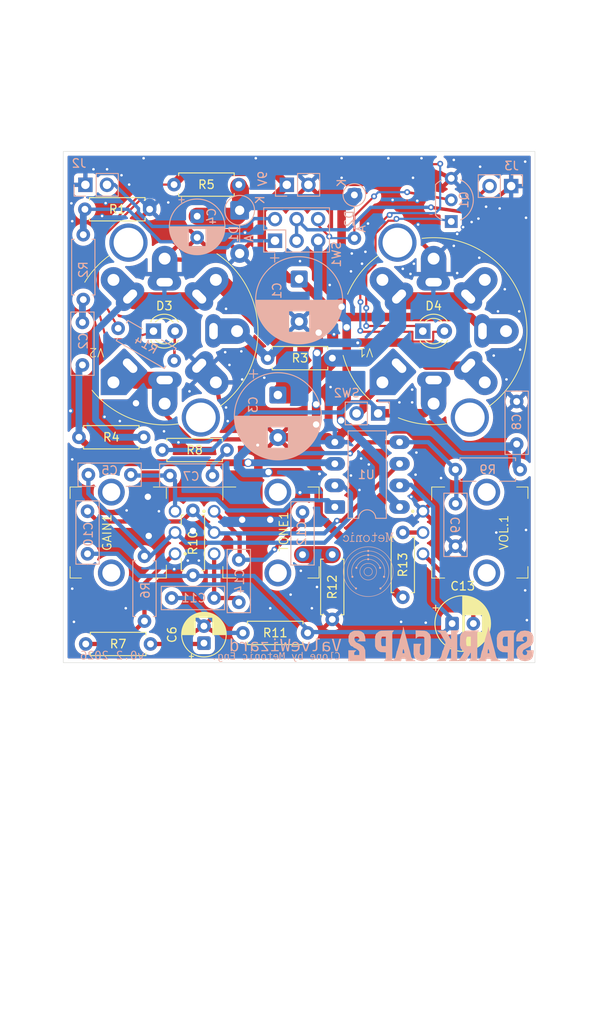
<source format=kicad_pcb>
(kicad_pcb (version 20241229) (generator "pcbnew") (generator_version "9.0")
  (layers (0 "F.Cu" signal) (2 "B.Cu" signal) (13 "F.Paste" user) (15 "B.Paste" user) (5 "F.SilkS" user "F.Silkscreen") (7 "B.SilkS" user "B.Silkscreen") (1 "F.Mask" user) (3 "B.Mask" user) (25 "Edge.Cuts" user))
  (net 0 "")
  (net 1 "Earth")
  (net 2 "A")
  (net 3 "Net-(U1A-+)")
  (net 4 "Net-(C2-Pad2)")
  (net 5 "9V")
  (net 6 "Net-(U1A--)")
  (net 7 "Net-(C5-Pad1)")
  (net 8 "Net-(D3-K)")
  (net 9 "Net-(SW2-A)")
  (net 10 "Net-(U1B-+)")
  (net 11 "Net-(R13-Pad1)")
  (net 12 "Net-(C11-Pad1)")
  (net 13 "Net-(U1B--)")
  (net 14 "Net-(C12-Pad2)")
  (net 15 "Net-(C12-Pad1)")
  (net 16 "Net-(C13-Pad2)")
  (net 17 "Net-(GAIN1-Pad1)")
  (net 18 "Net-(R1-Pad1)")
  (net 19 "4.5V")
  (net 20 "Net-(SW2-B)")
  (net 21 "Net-(C6-Pad1)")
  (net 22 "Net-(C7-Pad2)")
  (net 23 "Net-(C10-Pad1)")
  (net 24 "Net-(C11-Pad2)")
  (net 25 "Net-(D2-A)")
  (net 26 "Net-(D4-K)")
  (net 27 "Net-(R3-Pad1)")
  (net 28 "Net-(R13-Pad2)")
  (net 29 "Net-(J2-Pad1N)")
  (net 30 "Net-(J3-Pad2)")
  (net 31 "Net-(D3-A)")
  (footprint "SamacSys_Parts:potentiometer_vert_no_switch" (layer "F.Cu") (at 79.875 105.3 90)
    (property "Reference" "GAIN1")
    (property "Value" "10k" (hide yes))
  )
  (footprint "SamacSys_Parts:potentiometer_vert_no_switch" (layer "F.Cu") (at 120.1 105.3 -90)
    (property "Reference" "VOL.1")
    (property "Value" "10k" (hide yes))
  )
  (footprint "Resistor_THT:R_Axial_DIN0207_L6.3mm_D2.5mm_P7.62mm_Horizontal" (layer "F.Cu") (at 74.79 67.3)
    (property "Reference" "R1")
    (property "Value" "2.2M")
  )
  (footprint "Resistor_THT:R_Axial_DIN0207_L6.3mm_D2.5mm_P7.62mm_Horizontal" (layer "F.Cu") (at 96.29 84.8)
    (property "Reference" "R3")
    (property "Value" "100R" (hide yes))
  )
  (footprint "LED_THT:LED_D3.0mm" (layer "F.Cu") (at 114.554549 81.624549)
    (property "Reference" "D4")
    (property "Value" "LED")
  )
  (footprint "Resistor_THT:R_Axial_DIN0207_L6.3mm_D2.5mm_P7.62mm_Horizontal" (layer "F.Cu") (at 74.09 94.1)
    (property "Reference" "R4")
    (property "Value" "2.2M")
  )
  (footprint "SamacSys_Parts:potentiometer_vert_no_switch" (layer "F.Cu") (at 95.525 105.3 -90)
    (property "Reference" "TONE1")
    (property "Value" "10k" (hide yes))
  )
  (footprint "Resistor_THT:R_Axial_DIN0207_L6.3mm_D2.5mm_P7.62mm_Horizontal" (layer "F.Cu") (at 112.2 112.91 90)
    (property "Reference" "R13")
    (property "Value" "100R")
  )
  (footprint "Valves_complete:B7G (7 Pin Mini) Dual Use" (layer "F.Cu") (at 115.824549 81.624549 180)
    (property "Reference" "V1")
    (property "Value" "EB91")
  )
  (footprint "Resistor_THT:R_Axial_DIN0207_L6.3mm_D2.5mm_P7.62mm_Horizontal" (layer "F.Cu") (at 85.28 64.4)
    (property "Reference" "R5")
    (property "Value" "33R")
  )
  (footprint "Resistor_THT:R_Axial_DIN0207_L6.3mm_D2.5mm_P7.62mm_Horizontal" (layer "F.Cu") (at 103.9 115.51 90)
    (property "Reference" "R12")
    (property "Value" "1k")
  )
  (footprint "Capacitor_THT:CP_Radial_D6.3mm_P2.50mm" (layer "F.Cu") (at 118 116)
    (property "Reference" "C13")
    (property "Value" "22u")
  )
  (footprint "Valves_complete:B7G (7 Pin Mini) Dual Use" (layer "F.Cu") (at 84.175451 81.624549 180)
    (property "Reference" "V2")
    (property "Value" "EB91")
  )
  (footprint "Capacitor_THT:CP_Radial_D5.0mm_P2.00mm" (layer "F.Cu") (at 88.8 118.3 90)
    (property "Reference" "C6")
    (property "Value" "10u")
  )
  (footprint "Resistor_THT:R_Axial_DIN0207_L6.3mm_D2.5mm_P7.62mm_Horizontal" (layer "F.Cu") (at 91.51 95.6 180)
    (property "Reference" "R8")
    (property "Value" "4.7k")
  )
  (footprint "Resistor_THT:R_Axial_DIN0207_L6.3mm_D2.5mm_P7.62mm_Horizontal" (layer "F.Cu") (at 82.51 118.4 180)
    (property "Reference" "R7")
    (property "Value" "100R")
  )
  (footprint "LED_THT:LED_D3.0mm" (layer "F.Cu") (at 82.86 81.624549)
    (property "Reference" "D3")
    (property "Value" "LED")
  )
  (footprint "Resistor_THT:R_Axial_DIN0207_L6.3mm_D2.5mm_P7.62mm_Horizontal" (layer "F.Cu") (at 87.5 102.7 -90)
    (property "Reference" "R10")
    (property "Value" "47k")
  )
  (footprint "Resistor_THT:R_Axial_DIN0207_L6.3mm_D2.5mm_P7.62mm_Horizontal" (layer "F.Cu") (at 93.38 117.1)
    (property "Reference" "R11")
    (property "Value" "1k")
  )
  (footprint "Package_DIP:DIP-8_W7.62mm_LongPads" (layer "B.Cu") (at 104.2 102.3)
    (property "Reference" "U1")
    (property "Value" "TL072")
  )
  (footprint "Capacitor_THT:C_Rect_L7.2mm_W2.5mm_P5.00mm_FKS2_FKP2_MKS2_MKP2" (layer "B.Cu") (at 75.1 107.8 90)
    (property "Reference" "C10")
    (property "Value" "4.7n")
  )
  (footprint "Resistor_THT:R_Axial_DIN0207_L6.3mm_D2.5mm_P7.62mm_Horizontal" (layer "B.Cu") (at 126.01 97.9 180)
    (property "Reference" "R9")
    (property "Value" "4.7k")
  )
  (footprint "Diode_THT:D_DO-41_SOD81_P5.08mm_Vertical_AnodeUp" (layer "B.Cu") (at 93 67.42 -90)
    (property "Reference" "D1")
    (property "Value" "1N4001")
  )
  (footprint "Capacitor_THT:C_Rect_L7.2mm_W2.5mm_P5.00mm_FKS2_FKP2_MKS2_MKP2" (layer "B.Cu") (at 84.8 98.6)
    (property "Reference" "C7")
    (property "Value" "100n")
  )
  (footprint "Connector_PinSocket_2.54mm:PinSocket_1x02_P2.54mm_Vertical" (layer "B.Cu") (at 109.3 91.3 90)
    (property "Reference" "SW2")
    (property "Value" "pp")
  )
  (footprint "Connector_PinSocket_2.54mm:PinSocket_1x02_P2.54mm_Vertical" (layer "B.Cu") (at 98.55 64.425 -90)
    (property "Reference" "J1" (hide yes))
    (property "Value" "9V")
  )
  (footprint "Capacitor_THT:CP_Radial_D6.3mm_P2.50mm" (layer "B.Cu") (at 88 68.117621 -90)
    (property "Reference" "C4")
    (property "Value" "22u" (hide yes))
  )
  (footprint "Capacitor_THT:C_Rect_L7.2mm_W2.5mm_P5.00mm_FKS2_FKP2_MKS2_MKP2" (layer "B.Cu") (at 125.6 94.9 90)
    (property "Reference" "C8")
    (property "Value" "4.7n")
  )
  (footprint "Capacitor_THT:CP_Radial_D10.0mm_P5.00mm" (layer "B.Cu") (at 97.5 89.132323 -90)
    (property "Reference" "C3")
    (property "Value" "1000u")
  )
  (footprint "Resistor_THT:R_Axial_DIN0207_L6.3mm_D2.5mm_P7.62mm_Horizontal" (layer "B.Cu") (at 74.6 70.29 -90)
    (property "Reference" "R2")
    (property "Value" "100R")
  )
  (footprint "Resistor_THT:R_Axial_DIN0207_L6.3mm_D2.5mm_P7.62mm_Horizontal" (layer "B.Cu") (at 85.3 85.1 150)
    (property "Reference" "R14")
    (property "Value" "1k")
  )
  (footprint "Package_TO_SOT_THT:TO-92_Inline_Wide" (layer "B.Cu") (at 117.9 68.74 90)
    (property "Reference" "Q1")
    (property "Value" "BS170")
  )
  (footprint "Capacitor_THT:C_Rect_L7.2mm_W2.5mm_P5.00mm_FKS2_FKP2_MKS2_MKP2" (layer "B.Cu") (at 118.4 101.9 -90)
    (property "Reference" "C9")
    (property "Value" "470p")
  )
  (footprint "Capacitor_THT:C_Rect_L7.2mm_W2.5mm_P5.00mm_FKS2_FKP2_MKS2_MKP2" (layer "B.Cu") (at 74.5 85.6 90)
    (property "Reference" "C2")
    (property "Value" "2.2n")
  )
  (footprint "Capacitor_THT:C_Rect_L7.2mm_W2.5mm_P5.00mm_FKS2_FKP2_MKS2_MKP2" (layer "B.Cu") (at 100.4 102.9 -90)
    (property "Reference" "C12")
    (property "Value" "100n")
  )
  (footprint "Capacitor_THT:C_Rect_L7.2mm_W2.5mm_P5.00mm_FKS2_FKP2_MKS2_MKP2" (layer "B.Cu") (at 92.9 113.5 90)
    (property "Reference" "C14")
    (property "Value" "33n")
  )
  (footprint "Resistor_THT:R_Axial_DIN0207_L6.3mm_D2.5mm_P7.62mm_Horizontal" (layer "B.Cu") (at 81.8 115.71 90)
    (property "Reference" "R6")
    (property "Value" "2.2k")
  )
  (footprint "Capacitor_THT:CP_Radial_D10.0mm_P5.00mm" (layer "B.Cu") (at 100 75.5 -90)
    (property "Reference" "C1")
    (property "Value" "1000u")
  )
  (footprint "Connector_PinSocket_2.54mm:PinSocket_1x02_P2.54mm_Vertical" (layer "B.Cu") (at 74.85 64.425 -90)
    (property "Reference" "J2")
    (property "Value" "IN")
  )
  (footprint "Connector_PinSocket_2.54mm:PinSocket_2x03_P2.54mm_Vertical" (layer "B.Cu") (at 97.16 71 -90)
    (property "Reference" "SW1")
    (property "Value" "~")
  )
  (footprint "Capacitor_THT:C_Rect_L7.2mm_W2.5mm_P5.00mm_FKS2_FKP2_MKS2_MKP2" (layer "B.Cu") (at 80.2 98.5 180)
    (property "Reference" "C5")
    (property "Value" "2.2n")
  )
  (footprint "Diode_THT:D_DO-35_SOD27_P5.08mm_Vertical_AnodeUp" (layer "B.Cu") (at 106.5 65.615686 -90)
    (property "Reference" "D2")
    (property "Value" "1N4148")
  )
  (footprint "Connector_PinSocket_2.54mm:PinSocket_1x02_P2.54mm_Vertical" (layer "B.Cu") (at 124.95 64.575 90)
    (property "Reference" "J3")
    (property "Value" "OUT")
  )
  (footprint "Capacitor_THT:C_Rect_L7.2mm_W2.5mm_P5.00mm_FKS2_FKP2_MKS2_MKP2" (layer "B.Cu") (at 85 113)
    (property "Reference" "C11")
    (property "Value" "100n")
  )
  (gr_poly (pts (xy 109.659918 105.569772) (xy 109.638893 105.570865) (xy 109.618565 105.572687) (xy 109.598933 105.575237) (xy 109.579997 105.578516) (xy 109.561757 105.582523) (xy 109.544214 105.587258) (xy 109.527366 105.592722) (xy 109.511214 105.598913) (xy 109.495759 105.605833) (xy 109.481 105.61348) (xy 109.466937 105.621855) (xy 109.45357 105.630958) (xy 109.440899 105.640788) (xy 109.428924 105.651346) (xy 109.417646 105.662631) (xy 109.406857 105.674341) (xy 109.396765 105.686576) (xy 109.387368 105.699334) (xy 109.378667 105.712616) (xy 109.370663 105.726422) (xy 109.363354 105.740752) (xy 109.356741 105.755606) (xy 109.350825 105.770984) (xy 109.345604 105.786885) (xy 109.341079 105.803311) (xy 109.337251 105.820261) (xy 109.334118 105.837734) (xy 109.331682 105.855732) (xy 109.329942 105.874253) (xy 109.328898 105.893298) (xy 109.32855 105.912867) (xy 109.32855 105.919421) (xy 109.328573 105.920466) (xy 109.328644 105.921726) (xy 109.328762 105.923207) (xy 109.328926 105.924915) (xy 109.329138 105.926855) (xy 109.329396 105.929033) (xy 109.330053 105.934123) (xy 109.330452 105.93658) (xy 109.330904 105.939037) (xy 109.331415 105.941493) (xy 109.33199 105.94395) (xy 109.332636 105.946406) (xy 109.333357 105.948862) (xy 109.33416 105.951319) (xy 109.33505 105.953776) (xy 109.336045 105.956257) (xy 109.337158 105.958786) (xy 109.338394 105.961364) (xy 109.339758 105.963991) (xy 109.341256 105.96667) (xy 109.342892 105.969401) (xy 109.344672 105.972185) (xy 109.346601 105.975024) (xy 109.347651 105.976452) (xy 109.348741 105.977866) (xy 109.349869 105.979266) (xy 109.351035 105.980652) (xy 109.352241 105.982025) (xy 109.353484 105.983384) (xy 109.354767 105.98473) (xy 109.356088 105.986063) (xy 109.357448 105.987383) (xy 109.358846 105.98869) (xy 109.360283 105.989985) (xy 109.361758 105.991266) (xy 109.363273 105.992536) (xy 109.364825 105.993793) (xy 109.366417 105.995039) (xy 109.368047 105.996272) (xy 109.369729 105.997287) (xy 109.371475 105.998289) (xy 109.373286 105.999279) (xy 109.375161 106.000256) (xy 109.379105 106.002171) (xy 109.383308 106.004035) (xy 109.387768 106.005847) (xy 109.392487 106.007608) (xy 109.397464 106.009317) (xy 109.4027 106.010974) (xy 109.405406 106.011789) (xy 109.408165 106.012548) (xy 109.410975 106.01325) (xy 109.413836 106.013897) (xy 109.416749 106.014488) (xy 109.419714 106.015026) (xy 109.425799 106.015939) (xy 109.43209 106.016641) (xy 109.438587 106.017136) (xy 109.44529 106.01743) (xy 109.452199 106.017527) (xy 109.935636 106.017527) (xy 109.935636 106.028979) (xy 109.935236 106.03086) (xy 109.934784 106.033129) (xy 109.933698 106.038849) (xy 109.930639 106.055133) (xy 109.928737 106.064957) (xy 109.926758 106.074777) (xy 109.924657 106.084588) (xy 109.922391 106.094386) (xy 109.921016 106.099399) (xy 109.919515 106.104615) (xy 109.917881 106.110033) (xy 109.916109 106.115655) (xy 109.914195 106.12148) (xy 109.912133 106.12751) (xy 109.909918 106.133745) (xy 109.907544 106.140185) (xy 109.905018 106.146677) (xy 109.902389 106.153066) (xy 109.899656 106.159351) (xy 109.89682 106.165534) (xy 109.893881 106.171614) (xy 109.890839 106.17759) (xy 109.887692 106.183464) (xy 109.884443 106.189235) (xy 109.88104 106.194956) (xy 109.877432 106.20068) (xy 109.873617 106.206407) (xy 109.869595 106.212134) (xy 109.865367 106.217862) (xy 109.860932 106.223588) (xy 109.856292 106.229313) (xy 109.851445 106.235034) (xy 109.848951 106.237868) (xy 109.846418 106.240652) (xy 109.843847 106.243385) (xy 109.841236 106.246068) (xy 109.838587 106.2487) (xy 109.835899 106.251281) (xy 109.833173 106.253812) (xy 109.830407 106.256291) (xy 109.827604 106.25872) (xy 109.824761 106.261097) (xy 109.82188 106.263424) (xy 109.818961 106.265699) (xy 109.816003 106.267923) (xy 109.813006 106.270096) (xy 109.809971 106.272217) (xy 109.806897 106.274287) (xy 109.803765 106.276312) (xy 109.800555 106.278298) (xy 109.793903 106.282154) (xy 109.786942 106.285857) (xy 109.779672 106.289407) (xy 109.772093 106.292804) (xy 109.764205 106.296049) (xy 109.756008 106.299144) (xy 109.747503 106.302089) (xy 109.738376 106.304391) (xy 109.729146 106.306385) (xy 109.719814 106.308071) (xy 109.710378 106.309448) (xy 109.700839 106.310518) (xy 109.691198 106.311282) (xy 109.681453 106.31174) (xy 109.671605 106.311892) (xy 109.671781 106.311923) (xy 109.660695 106.311737) (xy 109.649712 106.311182) (xy 109.638833 106.310265) (xy 109.628057 106.308992) (xy 109.617384 106.30737) (xy 109.606813 106.305405) (xy 109.596346 106.303103) (xy 109.585981 106.300471) (xy 109.57585 106.297501) (xy 109.56608 106.294329) (xy 109.55667 106.290955) (xy 109.547621 106.287377) (xy 109.538933 106.283596) (xy 109.530606 106.27961) (xy 109.52264 106.275419) (xy 109.515035 106.271022) (xy 109.507276 106.26647) (xy 109.49967 106.261816) (xy 109.492219 106.257059) (xy 109.484923 106.252202) (xy 109.477781 106.247243) (xy 109.470795 106.242185) (xy 109.463963 106.237026) (xy 109.457288 106.231768) (xy 109.450817 106.226459) (xy 109.444604 106.221146) (xy 109.438648 106.21583) (xy 109.432951 106.210511) (xy 109.427512 106.20519) (xy 109.42233 106.199867) (xy 109.417406 106.194544) (xy 109.41274 106.189219) (xy 109.403974 106.178082) (xy 109.395827 106.16755) (xy 109.388299 106.157627) (xy 109.381391 106.148318) (xy 109.378195 106.143921) (xy 109.375204 106.13973) (xy 109.37242 106.135744) (xy 109.369841 106.131963) (xy 109.367469 106.128385) (xy 109.365303 106.125011) (xy 109.363344 106.121839) (xy 109.361593 106.118869) (xy 109.356595 106.109065) (xy 109.355754 106.109931) (xy 109.354916 106.110843) (xy 109.354083 106.1118) (xy 109.353253 106.112804) (xy 109.352426 106.113855) (xy 109.351602 106.114954) (xy 109.350779 106.116101) (xy 109.349959 106.117298) (xy 109.349139 106.118544) (xy 109.34832 106.119841) (xy 109.347502 106.121189) (xy 109.346683 106.122589) (xy 109.345863 106.124041) (xy 109.345043 106.125546) (xy 109.344221 106.127105) (xy 109.343396 106.128718) (xy 109.342574 106.130249) (xy 109.341795 106.13197) (xy 109.341058 106.133882) (xy 109.340363 106.135986) (xy 109.33971 106.138281) (xy 109.339098 106.140767) (xy 109.338527 106.143445) (xy 109.337997 106.146314) (xy 109.337506 106.149374) (xy 109.337055 106.152626) (xy 109.336642 106.15607) (xy 109.336268 106.159705) (xy 109.335932 106.163532) (xy 109.335634 106.167552) (xy 109.335373 106.171762) (xy 109.335149 106.176165) (xy 109.335057 106.180447) (xy 109.335156 106.184702) (xy 109.335446 106.188932) (xy 109.335927 106.193136) (xy 109.336599 106.197314) (xy 109.337462 106.201467) (xy 109.338516 106.205594) (xy 109.339761 106.209695) (xy 109.341197 106.21377) (xy 109.342824 106.21782) (xy 109.344642 106.221845) (xy 109.34665 106.225844) (xy 109.34885 106.229818) (xy 109.351241 106.233766) (xy 109.353823 106.23769) (xy 109.356595 106.241587) (xy 109.362106 106.249295) (xy 109.367914 106.256874) (xy 109.374018 106.264325) (xy 109.380418 106.271646) (xy 109.387114 106.27884) (xy 109.394107 106.285906) (xy 109.401397 106.292843) (xy 109.408983 106.299652) (xy 109.416865 106.306333) (xy 109.425044 106.312887) (xy 109.433519 106.319312) (xy 109.442291 106.32561) (xy 109.451359 106.331781) (xy 109.460724 106.337824) (xy 109.470386 106.34374) (xy 109.480344 106.349528) (xy 109.490348 106.354877) (xy 109.500558 106.359881) (xy 109.510974 106.364538) (xy 109.521596 106.368851) (xy 109.532424 106.372818) (xy 109.543458 106.37644) (xy 109.554699 106.379716) (xy 109.566145 106.382647) (xy 109.577798 106.385234) (xy 109.589657 106.387475) (xy 109.601721 106.389371) (xy 109.613992 106.390922) (xy 109.626469 106.392129) (xy 109.639152 106.39299) (xy 109.652041 106.393507) (xy 109.665136 106.393679) (xy 109.677873 106.393517) (xy 109.690506 106.393034) (xy 109.703036 106.392239) (xy 109.715462 106.391141) (xy 109.727785 106.389747) (xy 109.740005 106.388066) (xy 109.752121 106.386106) (xy 109.764135 106.383876) (xy 109.770129 106.382577) (xy 109.776148 106.381139) (xy 109.788266 106.377844) (xy 109.800486 106.37399) (xy 109.812809 106.369574) (xy 109.825235 106.364597) (xy 109.837763 106.359056) (xy 109.850394 106.35295) (xy 109.863126 106.346278) (xy 109.869469 106.342536) (xy 109.875708 106.338681) (xy 109.881844 106.334711) (xy 109.887877 106.330628) (xy 109.893807 106.32643) (xy 109.899633 106.322119) (xy 109.905356 106.317692) (xy 109.910977 106.313151) (xy 109.916494 106.308495) (xy 109.921908 106.303725) (xy 109.927219 106.298839) (xy 109.932427 106.293838) (xy 109.937532 106.288721) (xy 109.942534 106.283489) (xy 109.947433 106.278141) (xy 109.95223 106.272677) (xy 109.956722 106.267034) (xy 109.961124 106.261149) (xy 109.965436 106.255022) (xy 109.969658 106.248652) (xy 109.973789 106.24204) (xy 109.97783 106.235186) (xy 109.981781 106.228089) (xy 109.985642 106.220749) (xy 109.989412 106.213166) (xy 109.993092 106.205341) (xy 109.996682 106.197273) (xy 110.000182 106.188961) (xy 110.003592 106.180407) (xy 110.006912 106.171609) (xy 110.010141 106.162569) (xy 110.01328 106.153285) (xy 110.016278 106.143798) (xy 110.019082 106.134144) (xy 110.021692 106.124325) (xy 110.024109 106.114339) (xy 110.026333 106.104187) (xy 110.028363 106.09387) (xy 110.0302 106.083386) (xy 110.031843 106.072736) (xy 110.03455 106.050937) (xy 110.036483 106.028474) (xy 110.037643 106.005347) (xy 110.03803 105.981555) (xy 110.03782 105.968829) (xy 110.037191 105.956002) (xy 110.036147 105.943072) (xy 110.034692 105.930039) (xy 110.033184 105.919406) (xy 109.93102 105.919406) (xy 109.447583 105.919406) (xy 109.446365 105.918673) (xy 109.445186 105.917908) (xy 109.444045 105.917111) (xy 109.442943 105.916283) (xy 109.44188 105.915423) (xy 109.440855 105.914532) (xy 109.439869 105.913608) (xy 109.438922 105.912653) (xy 109.438013 105.911667) (xy 109.437143 105.910648) (xy 109.436312 105.909598) (xy 109.435519 105.908515) (xy 109.434765 105.907401) (xy 109.434049 105.906255) (xy 109.433373 105.905077) (xy 109.432735 105.903868) (xy 109.432135 105.902626) (xy 109.431575 105.901352) (xy 109.431053 105.900046) (xy 109.430569 105.898709) (xy 109.430125 105.897339) (xy 109.429719 105.895937) (xy 109.429351 105.894503) (xy 109.429023 105.893038) (xy 109.428733 105.89154) (xy 109.428481 105.890009) (xy 109.428269 105.888447) (xy 109.428095 105.886853) (xy 109.427863 105.883567) (xy 109.427785 105.880153) (xy 109.427809 105.878474) (xy 109.42788 105.876719) (xy 109.428 105.874887) (xy 109.428169 105.87298) (xy 109.428389 105.870996) (xy 109.42866 105.868937) (xy 109.42936 105.864589) (xy 109.430275 105.859936) (xy 109.431413 105.854978) (xy 109.43278 105.849716) (xy 109.434385 105.844149) (xy 109.435862 105.837864) (xy 109.437673 105.831269) (xy 109.439823 105.824366) (xy 109.442315 105.817157) (xy 109.445157 105.809641) (xy 109.448354 105.80182) (xy 109.45191 105.793695) (xy 109.455831 105.785266) (xy 109.457932 105.780791) (xy 109.460111 105.776368) (xy 109.462367 105.771997) (xy 109.4647 105.767677) (xy 109.467111 105.763409) (xy 109.469598 105.759192) (xy 109.472164 105.755027) (xy 109.474806 105.750913) (xy 109.477526 105.74685) (xy 109.480323 105.742838) (xy 109.483198 105.738878) (xy 109.486149 105.734969) (xy 109.489179 105.731111) (xy 109.492285 105.727304) (xy 109.495469 105.723548) (xy 109.498731 105.719844) (xy 109.501909 105.715998) (xy 109.505254 105.712242) (xy 109.508767 105.708577) (xy 109.512448 105.705002) (xy 109.516296 105.701518) (xy 109.520312 105.698123) (xy 109.524495 105.694819) (xy 109.528846 105.691605) (xy 109.533364 105.688482) (xy 109.53805 105.685449) (xy 109.542904 105.682506) (xy 109.547925 105.679654) (xy 109.553113 105.676891) (xy 109.558469 105.674219) (xy 109.563993 105.671638) (xy 109.569684 105.669146) (xy 109.575298 105.666588) (xy 109.581002 105.664221) (xy 109.586797 105.662046) (xy 109.592681 105.660061) (xy 109.598656 105.658268) (xy 109.604721 105.656665) (xy 109.610876 105.655254) (xy 109.617121 105.654034) (xy 109.623456 105.653004) (xy 109.629882 105.652166) (xy 109.636398 105.651519) (xy 109.643004 105.651063) (xy 109.6497 105.650798) (xy 109.656487 105.650724) (xy 109.663364 105.650841) (xy 109.670331 105.651149) (xy 109.670278 105.651172) (xy 109.67847 105.651738) (xy 109.686546 105.652497) (xy 109.694506 105.653452) (xy 109.70235 105.654602) (xy 109.710078 105.655948) (xy 109.71769 105.65749) (xy 109.725186 105.659229) (xy 109.732566 105.661167) (xy 109.73983 105.663303) (xy 109.746978 105.665638) (xy 109.75401 105.668174) (xy 109.760926 105.670909) (xy 109.767725 105.673846) (xy 109.774409 105.676985) (xy 109.780976 105.680327) (xy 109.787427 105.683871) (xy 109.793718 105.687575) (xy 109.799803 105.691316) (xy 109.805681 105.695095) (xy 109.811353 105.698911) (xy 109.816818 105.702764) (xy 109.822077 105.706656) (xy 109.82713 105.710585) (xy 109.831976 105.714552) (xy 109.836616 105.718556) (xy 109.84105 105.722599) (xy 109.845278 105.72668) (xy 109.849299 105.730798) (xy 109.853115 105.734955) (xy 109.856724 105.739149) (xy 109.860127 105.743382) (xy 109.863324 105.747653) (xy 109.869409 105.756394) (xy 109.875288 105.765439) (xy 109.88096 105.774791) (xy 109.886425 105.784448) (xy 109.891684 105.794413) (xy 109.896737 105.804686) (xy 109.901584 105.815268) (xy 109.906225 105.826159) (xy 109.910144 105.836793) (xy 109.91365 105.846606) (xy 109.916744 105.855601) (xy 109.919425 105.863777) (xy 109.921694 105.871135) (xy 109.923549 105.877676) (xy 109.924992 105.8834) (xy 109.926023 105.888308) (xy 109.926915 105.892731) (xy 109.927719 105.897) (xy 109.92844 105.901114) (xy 109.929085 105.905076) (xy 109.930169 105.912543) (xy 109.93102 105.919406) (xy 110.033184 105.919406) (xy 110.032829 105.916905) (xy 110.030563 105.903668) (xy 110.027895 105.890329) (xy 110.024831 105.876887) (xy 110.0213 105.863002) (xy 110.017304 105.849173) (xy 110.012843 105.835398) (xy 110.007919 105.821676) (xy 110.00253 105.808007) (xy 109.996676 105.79439) (xy 109.99036 105.780823) (xy 109.983579 105.767306) (xy 109.976 105.753575) (xy 109.968111 105.740205) (xy 109.959913 105.727197) (xy 109.951405 105.714549) (xy 109.942588 105.70226) (xy 109.933461 105.690329) (xy 109.924026 105.678755) (xy 109.914281 105.667537) (xy 109.909055 105.662085) (xy 109.903686 105.656775) (xy 109.898176 105.651607) (xy 109.892523 105.646579) (xy 109.886729 105.641692) (xy 109.880793 105.636945) (xy 109.874715 105.63234) (xy 109.868495 105.627875) (xy 109.862134 105.623551) (xy 109.85563 105.619367) (xy 109.848985 105.615324) (xy 109.842198 105.61142) (xy 109.83527 105.607658) (xy 109.8282 105.604035) (xy 109.820988 105.600552) (xy 109.813634 105.597209) (xy 109.805964 105.59384) (xy 109.798216 105.590689) (xy 109.790392 105.587756) (xy 109.78249 105.58504) (xy 109.774511 105.582542) (xy 109.766455 105.580262) (xy 109.758322 105.578199) (xy 109.750111 105.576353) (xy 109.741823 105.574725) (xy 109.733457 105.573314) (xy 109.725015 105.57212) (xy 109.716494 105.571143) (xy 109.707896 105.570384) (xy 109.699221 105.569841) (xy 109.690468 105.569516) (xy 109.681638 105.569407)) (fill yes) (layer "B.SilkS"))
  (gr_poly (pts (xy 108.10242 108.894486) (xy 108.075738 108.895524) (xy 108.04909 108.89727) (xy 108.022494 108.899722) (xy 107.995972 108.902876) (xy 107.96954 108.906728) (xy 107.943218 108.911277) (xy 107.917026 108.91652) (xy 107.890982 108.922452) (xy 107.865104 108.929071) (xy 107.839413 108.936374) (xy 107.813928 108.944358) (xy 107.788666 108.95302) (xy 107.763647 108.962356) (xy 107.73889 108.972365) (xy 107.714415 108.983042) (xy 107.647865 109.015407) (xy 107.584255 109.05282) (xy 107.523798 109.094957) (xy 107.466707 109.141495) (xy 107.413196 109.192109) (xy 107.363476 109.246477) (xy 107.317761 109.304274) (xy 107.276264 109.365177) (xy 107.239198 109.428861) (xy 107.206776 109.495005) (xy 107.179211 109.563283) (xy 107.156715 109.633372) (xy 107.139502 109.704948) (xy 107.127784 109.777688) (xy 107.121775 109.851268) (xy 107.121687 109.925364) (xy 107.122908 109.96274) (xy 107.125656 109.999945) (xy 107.129901 110.036941) (xy 107.135614 110.073686) (xy 107.142764 110.110141) (xy 107.151323 110.146267) (xy 107.161261 110.182022) (xy 107.172548 110.217369) (xy 107.185155 110.252266) (xy 107.199052 110.286674) (xy 107.214209 110.320553) (xy 107.230597 110.353863) (xy 107.248186 110.386564) (xy 107.266947 110.418617) (xy 107.28685 110.449982) (xy 107.307865 110.480618) (xy 107.329964 110.510487) (xy 107.353115 110.539547) (xy 107.37729 110.56776) (xy 107.402459 110.595085) (xy 107.428593 110.621483) (xy 107.455662 110.646914) (xy 107.483636 110.671338) (xy 107.512485 110.694714) (xy 107.542181 110.717004) (xy 107.572693 110.738168) (xy 107.603992 110.758164) (xy 107.636048 110.776955) (xy 107.668832 110.7945) (xy 107.702314 110.810758) (xy 107.736464 110.825691) (xy 107.771254 110.839258) (xy 107.792704 110.847357) (xy 107.814317 110.854908) (xy 107.836083 110.861916) (xy 107.857991 110.868381) (xy 107.88003 110.874308) (xy 107.90219 110.879698) (xy 107.92446 110.884553) (xy 107.946829 110.888877) (xy 107.969287 110.892671) (xy 107.991823 110.895939) (xy 108.014426 110.898683) (xy 108.037086 110.900905) (xy 108.059793 110.902608) (xy 108.082534 110.903794) (xy 108.1053 110.904466) (xy 108.128081 110.904627) (xy 108.128081 110.843134) (xy 108.087375 110.842197) (xy 108.046747 110.839579) (xy 108.006268 110.835284) (xy 107.966011 110.829314) (xy 107.926051 110.821673) (xy 107.886458 110.812363) (xy 107.847307 110.801388) (xy 107.808669 110.788751) (xy 107.770619 110.774453) (xy 107.733229 110.7585) (xy 107.696571 110.740893) (xy 107.660719 110.721635) (xy 107.625745 110.70073) (xy 107.591722 110.678181) (xy 107.558724 110.65399) (xy 107.526823 110.62816) (xy 107.472639 110.58112) (xy 107.42275 110.529965) (xy 107.377257 110.475078) (xy 107.336263 110.416843) (xy 107.29987 110.355643) (xy 107.268178 110.291862) (xy 107.24129 110.225883) (xy 107.219308 110.15809) (xy 107.202333 110.088866) (xy 107.190468 110.018594) (xy 107.183813 109.947658) (xy 107.182472 109.876442) (xy 107.186544 109.805328) (xy 107.196133 109.7347) (xy 107.211341 109.664943) (xy 107.232268 109.596438) (xy 107.244432 109.561434) (xy 107.258064 109.527086) (xy 107.27312 109.493425) (xy 107.289555 109.46048) (xy 107.326385 109.396868) (xy 107.368197 109.336497) (xy 107.414636 109.279615) (xy 107.465347 109.226471) (xy 107.519973 109.177311) (xy 107.57816 109.132386) (xy 107.63955 109.091941) (xy 107.703789 109.056226) (xy 107.77052 109.025488) (xy 107.839389 108.999975) (xy 107.910039 108.979935) (xy 107.982114 108.965616) (xy 108.055259 108.957266) (xy 108.092122 108.955407) (xy 108.129118 108.955134) (xy 108.144309 108.955206) (xy 108.159484 108.955478) (xy 108.174655 108.956032) (xy 108.182242 108.95644) (xy 108.189833 108.95695) (xy 108.227779 108.959646) (xy 108.265467 108.964014) (xy 108.302852 108.970017) (xy 108.339888 108.977615) (xy 108.376531 108.986773) (xy 108.412735 108.997452) (xy 108.448454 109.009615) (xy 108.483643 109.023225) (xy 108.518257 109.038243) (xy 108.55225 109.054632) (xy 108.585578 109.072355) (xy 108.618194 109.091374) (xy 108.650053 109.111652) (xy 108.68111 109.13315) (xy 108.71132 109.155832) (xy 108.740638 109.17966) (xy 108.769017 109.204596) (xy 108.796412 109.230603) (xy 108.822779 109.257643) (xy 108.848071 109.285679) (xy 108.872244 109.314673) (xy 108.895252 109.344587) (xy 108.91705 109.375385) (xy 108.937592 109.407027) (xy 108.956833 109.439478) (xy 108.974728 109.472699) (xy 108.991231 109.506653) (xy 109.006297 109.541302) (xy 109.01988 109.576608) (xy 109.031936 109.612535) (xy 109.042418 109.649044) (xy 109.051282 109.686098) (xy 109.059041 109.721041) (xy 109.065332 109.756199) (xy 109.070174 109.791527) (xy 109.073584 109.826978) (xy 109.075579 109.862506) (xy 109.076177 109.898066) (xy 109.075395 109.933611) (xy 109.07325 109.969096) (xy 109.06976 110.004473) (xy 109.064942 110.039697) (xy 109.058814 110.074723) (xy 109.051393 110.109503) (xy 109.042697 110.143992) (xy 109.032743 110.178144) (xy 109.021547 110.211913) (xy 109.009129 110.245252) (xy 108.995505 110.278115) (xy 108.980692 110.310457) (xy 108.964708 110.342232) (xy 108.947571 110.373392) (xy 108.929297 110.403893) (xy 108.909905 110.433688) (xy 108.889411 110.462731) (xy 108.867833 110.490976) (xy 108.845189 110.518377) (xy 108.821496 110.544888) (xy 108.79677 110.570463) (xy 108.771031 110.595055) (xy 108.744295 110.618619) (xy 108.716579 110.641109) (xy 108.687901 110.662478) (xy 108.658278 110.68268) (xy 108.628843 110.70225) (xy 108.598705 110.720536) (xy 108.56791 110.73754) (xy 108.536506 110.753265) (xy 108.504539 110.767713) (xy 108.472056 110.780887) (xy 108.439104 110.79279) (xy 108.405729 110.803425) (xy 108.371978 110.812793) (xy 108.337897 110.820897) (xy 108.303534 110.827741) (xy 108.268936 110.833326) (xy 108.234148 110.837655) (xy 108.199218 110.840731) (xy 108.164193 110.842556) (xy 108.129118 110.843134) (xy 108.129118 110.904627) (xy 108.179239 110.903139) (xy 108.229236 110.899209) (xy 108.27899 110.892861) (xy 108.328383 110.884119) (xy 108.377295 110.873008) (xy 108.425609 110.859554) (xy 108.473206 110.84378) (xy 108.519967 110.825712) (xy 108.565774 110.805375) (xy 108.610508 110.782793) (xy 108.654051 110.757991) (xy 108.696284 110.730993) (xy 108.737089 110.701826) (xy 108.776346 110.670513) (xy 108.813938 110.637079) (xy 108.849745 110.601549) (xy 108.89958 110.547836) (xy 108.944875 110.490541) (xy 108.985559 110.430036) (xy 109.02156 110.366689) (xy 109.052805 110.300871) (xy 109.079224 110.232953) (xy 109.100745 110.163305) (xy 109.117295 110.092297) (xy 109.128802 110.020299) (xy 109.135196 109.947681) (xy 109.136404 109.874814) (xy 109.132353 109.802069) (xy 109.122974 109.729814) (xy 109.108193 109.658421) (xy 109.087938 109.58826) (xy 109.062139 109.519701) (xy 109.03176 109.451391) (xy 108.996126 109.385928) (xy 108.955567 109.323536) (xy 108.910409 109.264441) (xy 108.86098 109.208866) (xy 108.807608 109.157037) (xy 108.750621 109.109178) (xy 108.690346 109.065513) (xy 108.627111 109.026268) (xy 108.561244 108.991666) (xy 108.493073 108.961934) (xy 108.422924 108.937294) (xy 108.351127 108.917972) (xy 108.278008 108.904193) (xy 108.203896 108.89618) (xy 108.129118 108.89416)) (fill yes) (layer "B.SilkS"))
  (gr_poly (pts (xy 106.209334 105.438556) (xy 106.35948 105.438556) (xy 106.35948 105.289729) (xy 106.209334 105.289729)) (fill yes) (layer "B.SilkS"))
  (gr_poly (pts (xy 113.70896 117.293977) (xy 113.70896 117.785678) (xy 113.79577 117.728793) (xy 113.88259 117.671908) (xy 113.88259 117.644571) (xy 113.88259 117.617235) (xy 113.991951 117.579111) (xy 114.101313 117.540986) (xy 114.349941 117.540986) (xy 114.598576 117.540986) (xy 114.665987 117.590278) (xy 114.733406 117.63957) (xy 114.733406 118.617532) (xy 114.733406 119.595495) (xy 114.663956 119.646329) (xy 114.594506 119.697163) (xy 114.455597 119.686941) (xy 114.316686 119.676719) (xy 114.253466 119.555174) (xy 114.190237 119.433628) (xy 114.205536 119.067035) (xy 114.220836 118.700442) (xy 114.260066 118.624262) (xy 114.299297 118.548081) (xy 114.334027 118.479097) (xy 114.368757 118.410115) (xy 114.368757 118.392281) (xy 114.368757 118.374446) (xy 113.917301 118.374446) (xy 113.465848 118.374446) (xy 113.465848 118.993234) (xy 113.465848 119.612023) (xy 113.519429 119.792452) (xy 113.573019 119.972881) (xy 113.68111 120.095983) (xy 113.789201 120.219085) (xy 113.918522 120.28506) (xy 114.047845 120.351035) (xy 114.269084 120.386936) (xy 114.490324 120.422836) (xy 114.525054 120.420185) (xy 114.559784 120.417536) (xy 114.750753 120.373712) (xy 114.941753 120.329894) (xy 115.029232 120.293717) (xy 115.116712 120.25754) (xy 115.261461 120.100502) (xy 115.406212 119.943465) (xy 115.451812 119.792726) (xy 115.497412 119.641988) (xy 115.497412 118.617532) (xy 115.497412 117.593077) (xy 115.434402 117.412422) (xy 115.371392 117.231767) (xy 115.196903 117.07727) (xy 115.022416 116.922774) (xy 114.877914 116.882422) (xy 114.733415 116.84207) (xy 114.221187 116.822173) (xy 113.70896 116.802276)) (fill yes) (layer "B.SilkS"))
  (gr_poly (pts (xy 106.746129 116.840094) (xy 106.468309 116.841965) (xy 106.364133 116.888003) (xy 106.259958 116.934042) (xy 106.117977 117.026027) (xy 105.976009 117.118013) (xy 105.892539 117.303439) (xy 105.809089 117.488865) (xy 105.810289 117.801411) (xy 105.811489 118.113956) (xy 105.910789 118.32232) (xy 106.01008 118.530684) (xy 106.06561 118.58406) (xy 106.12115 118.637436) (xy 106.234838 118.684112) (xy 106.348539 118.730789) (xy 106.373748 118.771338) (xy 106.398958 118.811886) (xy 106.59864 118.908247) (xy 106.79832 119.004608) (xy 106.79832 119.036781) (xy 106.79832 119.068954) (xy 106.84864 119.068954) (xy 106.89896 119.068954) (xy 106.98755 119.185096) (xy 107.076141 119.301239) (xy 107.076141 119.497648) (xy 107.076141 119.694052) (xy 106.781068 119.694052) (xy 106.485887 119.694052) (xy 106.485887 119.547952) (xy 106.485887 119.401825) (xy 106.614297 119.270133) (xy 106.742897 119.138441) (xy 106.26703 119.138441) (xy 105.791166 119.138441) (xy 105.791166 119.780897) (xy 105.791166 120.423352) (xy 106.802476 120.423352) (xy 107.813747 120.423352) (xy 107.797092 119.772215) (xy 107.780523 119.121078) (xy 107.691072 118.925726) (xy 107.601612 118.730373) (xy 107.364912 118.564909) (xy 107.128213 118.399445) (xy 106.907581 118.294053) (xy 106.686946 118.188662) (xy 106.598077 118.054374) (xy 106.509187 117.920088) (xy 106.513788 117.791307) (xy 106.518388 117.662527) (xy 106.592708 117.601754) (xy 106.667028 117.540981) (xy 106.786314 117.540981) (xy 106.905599 117.540981) (xy 106.990829 117.626221) (xy 107.076068 117.71146) (xy 107.076068 117.787494) (xy 107.076068 117.863529) (xy 106.945829 117.978628) (xy 106.815591 118.093727) (xy 107.315448 118.095161) (xy 107.815305 118.096595) (xy 107.792045 117.817659) (xy 107.768785 117.538722) (xy 107.696966 117.346818) (xy 107.625156 117.154914) (xy 107.463455 117.035701) (xy 107.301753 116.916488) (xy 107.162851 116.877355) (xy 107.023948 116.838223)) (fill yes) (layer "B.SilkS"))
  (gr_poly (pts (xy 106.159827 106.257953) (xy 106.15978 106.260183) (xy 106.15964 106.262375) (xy 106.159408 106.264529) (xy 106.159084 106.266643) (xy 106.158669 106.268719) (xy 106.158163 106.270756) (xy 106.157568 106.272755) (xy 106.156883 106.274714) (xy 106.15611 106.276636) (xy 106.15525 106.278518) (xy 106.154302 106.280362) (xy 106.153267 106.282168) (xy 106.152146 106.283934) (xy 106.150941 106.285663) (xy 106.14965 106.287353) (xy 106.148276 106.289004) (xy 106.146607 106.290394) (xy 106.144899 106.291693) (xy 106.143153 106.292903) (xy 106.141368 106.294022) (xy 106.139544 106.295051) (xy 106.137681 106.29599) (xy 106.13578 106.29684) (xy 106.13384 106.2976) (xy 106.131861 106.29827) (xy 106.129844 106.29885) (xy 106.127787 106.299341) (xy 106.125692 106.299743) (xy 106.123559 106.300055) (xy 106.121387 106.300278) (xy 106.119176 106.300411) (xy 106.116926 106.300456) (xy 106.116934 106.300471) (xy 105.968436 106.300471) (xy 105.968436 106.393695) (xy 106.524473 106.393695) (xy 106.524473 106.300471) (xy 106.290175 106.300471) (xy 106.288125 106.300424) (xy 106.286101 106.300285) (xy 106.284103 106.300053) (xy 106.282131 106.29973) (xy 106.280184 106.299316) (xy 106.278264 106.298813) (xy 106.276369 106.298221) (xy 106.2745 106.297541) (xy 106.272657 106.296773) (xy 106.270839 106.295918) (xy 106.269048 106.294978) (xy 106.267282 106.293953) (xy 106.265541 106.292844) (xy 106.263826 106.291652) (xy 106.262137 106.290376) (xy 106.260474 106.289019) (xy 106.258876 106.28736) (xy 106.257381 106.285663) (xy 106.255989 106.283929) (xy 106.2547 106.282157) (xy 106.253514 106.280348) (xy 106.252432 106.278501) (xy 106.251452 106.276617) (xy 106.250575 106.274695) (xy 106.249802 106.272736) (xy 106.249131 106.270739) (xy 106.248564 106.268705) (xy 106.2481 106.266633) (xy 106.247739 106.264523) (xy 106.247481 106.262376) (xy 106.247326 106.260191) (xy 106.247275 106.257968) (xy 106.247275 105.734607) (xy 106.247327 105.732382) (xy 106.247485 105.730209) (xy 106.247747 105.728088) (xy 106.248114 105.726018) (xy 106.248584 105.724) (xy 106.249158 105.722032) (xy 106.249834 105.720116) (xy 106.250613 105.718251) (xy 106.251493 105.716437) (xy 106.252475 105.714674) (xy 106.253558 105.712961) (xy 106.254742 105.711299) (xy 106.256026 105.709688) (xy 106.257409 105.708127) (xy 106.258892 105.706617) (xy 106.260474 105.705157) (xy 106.262136 105.703568) (xy 106.263824 105.702082) (xy 106.265538 105.700699) (xy 106.267278 105.699419) (xy 106.269044 105.698241) (xy 106.270836 105.697167) (xy 106.272654 105.696195) (xy 106.274497 105.695326) (xy 106.276367 105.694559) (xy 106.278262 105.693895) (xy 106.280183 105.693333) (xy 106.28213 105.692874) (xy 106.284102 105.692516) (xy 106.286101 105.692261) (xy 106.288125 105.692108) (xy 106.290175 105.692057) (xy 106.470022 105.692057) (xy 106.470022 105.598834) (xy 106.159827 105.598834)) (fill yes) (layer "B.SilkS"))
  (gr_poly (pts (xy 108.870428 105.539958) (xy 108.870405 105.541783) (xy 108.870333 105.543583) (xy 108.870214 105.545356) (xy 108.870044 105.547104) (xy 108.869824 105.548827) (xy 108.869553 105.550524) (xy 108.86923 105.552195) (xy 108.868854 105.553841) (xy 108.868424 105.555463) (xy 108.867939 105.557058) (xy 108.867398 105.558629) (xy 108.866801 105.560175) (xy 108.866146 105.561696) (xy 108.865433 105.563193) (xy 108.864661 105.564664) (xy 108.863829 105.566111) (xy 108.862968 105.567527) (xy 108.862072 105.568903) (xy 108.861142 105.570241) (xy 108.860176 105.57154) (xy 108.859175 105.572801) (xy 108.858138 105.574022) (xy 108.857064 105.575205) (xy 108.855953 105.576349) (xy 108.854804 105.577455) (xy 108.853618 105.578521) (xy 108.852393 105.579549) (xy 108.851129 105.580538) (xy 108.849826 105.581489) (xy 108.848484 105.582401) (xy 108.847102 105.583274) (xy 108.845679 105.584109) (xy 108.844029 105.584925) (xy 108.842379 105.585683) (xy 108.84073 105.586385) (xy 108.83908 105.587032) (xy 108.83743 105.587624) (xy 108.83578 105.588161) (xy 108.83413 105.588644) (xy 108.83248 105.589074) (xy 108.83083 105.589451) (xy 108.82918 105.589776) (xy 108.82753 105.590049) (xy 108.82588 105.590272) (xy 108.82423 105.590444) (xy 108.82258 105.590566) (xy 108.82093 105.590639) (xy 108.819281 105.590663) (xy 108.591589 105.590663) (xy 108.591589 105.69533) (xy 108.819281 105.69533) (xy 108.821936 105.695389) (xy 108.824539 105.695564) (xy 108.827091 105.695856) (xy 108.829592 105.696263) (xy 108.832041 105.696786) (xy 108.834439 105.697423) (xy 108.836785 105.698176) (xy 108.839079 105.699042) (xy 108.841322 105.700022) (xy 108.843514 105.701116) (xy 108.845654 105.702322) (xy 108.847742 105.703641) (xy 108.849779 105.705072) (xy 108.851765 105.706614) (xy 108.853699 105.708268) (xy 108.855582 105.710032) (xy 108.85738 105.711896) (xy 108.859063 105.713811) (xy 108.860629 105.715778) (xy 108.862079 105.717796) (xy 108.863413 105.719866) (xy 108.864631 105.721987) (xy 108.865733 105.724159) (xy 108.866719 105.726383) (xy 108.867588 105.728659) (xy 108.868342 105.730986) (xy 108.868979 105.733365) (xy 108.869501 105.735795) (xy 108.869907 105.738278) (xy 108.870197 105.740812) (xy 108.87037 105.743398) (xy 108.870428 105.746035) (xy 108.870428 106.187625) (xy 108.870254 106.195505) (xy 108.869732 106.203208) (xy 108.868862 106.210732) (xy 108.867644 106.218078) (xy 108.866078 106.225246) (xy 108.864164 106.232235) (xy 108.861902 106.239046) (xy 108.859292 106.245679) (xy 108.856334 106.252133) (xy 108.853028 106.258408) (xy 108.849374 106.264504) (xy 108.845371 106.270421) (xy 108.841021 106.27616) (xy 108.836322 106.281719) (xy 108.831275 106.287099) (xy 108.82588 106.2923) (xy 108.820279 106.297051) (xy 108.814614 106.301496) (xy 108.808884 106.305634) (xy 108.803089 106.309467) (xy 108.797231 106.312993) (xy 108.791308 106.316213) (xy 108.78532 106.319127) (xy 108.779269 106.321734) (xy 108.773152 106.324035) (xy 108.766972 106.326029) (xy 108.760727 106.327717) (xy 108.754418 106.329098) (xy 108.748044 106.330172) (xy 108.741606 106.330939) (xy 108.735104 106.3314) (xy 108.728537 106.331553) (xy 108.72418 106.331483) (xy 108.719771 106.331272) (xy 108.71531 106.330921) (xy 108.710799 106.330429) (xy 108.706235 106.329796) (xy 108.70162 106.329023) (xy 108.696954 106.328109) (xy 108.692236 106.327055) (xy 108.687467 106.32586) (xy 108.682646 106.324524) (xy 108.677774 106.323048) (xy 108.67285 106.321431) (xy 108.667875 106.319673) (xy 108.662848 106.317775) (xy 108.657769 106.315735) (xy 108.65264 106.313556) (xy 108.647516 106.311235) (xy 108.642457 106.308774) (xy 108.637462 106.306173) (xy 108.632531 106.303431) (xy 108.627665 106.300548) (xy 108.622863 106.297526) (xy 108.618125 106.294363) (xy 108.613452 106.291059) (xy 108.608844 106.287616) (xy 108.604299 106.284032) (xy 108.59982 106.280308) (xy 108.595405 106.276443) (xy 108.591054 106.272439) (xy 108.586768 106.268295) (xy 108.582547 106.26401) (xy 108.57839 106.259585) (xy 108.574394 106.255059) (xy 108.570655 106.250483) (xy 108.567175 106.245856) (xy 108.563952 106.241177) (xy 108.560987 106.236449) (xy 108.558281 106.231669) (xy 108.555832 106.226838) (xy 108.553641 106.221957) (xy 108.551707 106.217025) (xy 108.550032 106.212042) (xy 108.548615 106.207009) (xy 108.547455 106.201924) (xy 108.546553 106.196789) (xy 108.545909 106.191603) (xy 108.545522 106.186366) (xy 108.545393 106.181079) (xy 108.54518 106.181079) (xy 108.461027 106.181079) (xy 108.46145 106.183611) (xy 108.461974 106.186295) (xy 108.462605 106.18913) (xy 108.463351 106.192119) (xy 108.46422 106.195262) (xy 108.465217 106.19856) (xy 108.46635 106.202016) (xy 108.467627 106.20563) (xy 108.468155 106.207564) (xy 108.468803 106.209691) (xy 108.470456 106.214519) (xy 108.472594 106.220115) (xy 108.475221 106.226479) (xy 108.478342 106.233611) (xy 108.481964 106.24151) (xy 108.486091 106.250175) (xy 108.490729 106.259608) (xy 108.495807 106.269289) (xy 108.501144 106.278715) (xy 108.506739 106.287888) (xy 108.512592 106.296806) (xy 108.518702 106.30547) (xy 108.525071 106.31388) (xy 108.531697 106.322035) (xy 108.53858 106.329936) (xy 108.541977 106.333601) (xy 108.545567 106.337228) (xy 108.549351 106.340816) (xy 108.553327 106.344365) (xy 108.557497 106.347875) (xy 108.561861 106.351346) (xy 108.566417 106.354778) (xy 108.571167 106.358171) (xy 108.57611 106.361525) (xy 108.581247 106.36484) (xy 108.586577 106.368116) (xy 108.5921 106.371352) (xy 108.597816 106.37455) (xy 108.603726 106.377708) (xy 108.609829 106.380827) (xy 108.616125 106.383906) (xy 108.622571 106.386876) (xy 108.62912 106.389655) (xy 108.635772 106.392243) (xy 108.642527 106.39464) (xy 108.649385 106.396845) (xy 108.656346 106.398859) (xy 108.66341 106.400682) (xy 108.670577 106.402313) (xy 108.677848 106.403753) (xy 108.685221 106.405) (xy 108.692697 106.406056) (xy 108.700277 106.406921) (xy 108.70796 106.407593) (xy 108.715746 106.408073) (xy 108.723635 106.408362) (xy 108.731627 106.408458) (xy 108.741835 106.408339) (xy 108.751838 106.407978) (xy 108.761635 106.407365) (xy 108.771226 106.406494) (xy 108.780611 106.405356) (xy 108.789789 106.403942) (xy 108.79876 106.402245) (xy 108.807524 106.400256) (xy 108.81562 106.398112) (xy 108.823407 106.395765) (xy 108.830884 106.393214) (xy 108.838051 106.390458) (xy 108.844909 106.387495) (xy 108.851456 106.384324) (xy 108.854614 106.38266) (xy 108.857695 106.380943) (xy 108.860697 106.379174) (xy 108.863623 106.377353) (xy 108.869322 106.373265) (xy 108.874865 106.369177) (xy 108.880254 106.36509) (xy 108.885488 106.361003) (xy 108.890567 106.356916) (xy 108.895491 106.352829) (xy 108.90026 106.348741) (xy 108.904875 106.344653) (xy 108.906918 106.342383) (xy 108.908923 106.340075) (xy 108.910889 106.337729) (xy 108.912816 106.335344) (xy 108.914704 106.332921) (xy 108.916554 106.330459) (xy 108.918365 106.327959) (xy 108.920138 106.325421) (xy 108.921871 106.322845) (xy 108.923567 106.320231) (xy 108.925223 106.317579) (xy 108.926841 106.314889) (xy 108.928421 106.312161) (xy 108.929962 106.309396) (xy 108.931464 106.306593) (xy 108.932928 106.303752) (xy 108.937671 106.291894) (xy 108.942003 106.280852) (xy 108.945922 106.270634) (xy 108.94943 106.261248) (xy 108.950702 106.256671) (xy 108.951894 106.251939) (xy 108.953013 106.247054) (xy 108.954063 106.242017) (xy 108.955049 106.236826) (xy 108.955976 106.231485) (xy 108.956851 106.225991) (xy 108.957677 106.220347) (xy 108.958435 106.209621) (xy 108.959239 106.200321) (xy 108.959674 106.196206) (xy 108.960138 106.192447) (xy 108.960638 106.189045) (xy 108.961179 106.186) (xy 108.961179 106.159846) (xy 108.961179 105.746058) (xy 108.961209 105.744425) (xy 108.961298 105.742805) (xy 108.961448 105.741199) (xy 108.96166 105.739606) (xy 108.961935 105.738028) (xy 108.962274 105.736462) (xy 108.962678 105.73491) (xy 108.963148 105.733371) (xy 108.963686 105.731844) (xy 108.964292 105.730331) (xy 108.964968 105.728829) (xy 108.965714 105.727341) (xy 108.966532 105.725864) (xy 108.967423 105.7244) (xy 108.968387 105.722948) (xy 108.969426 105.721507) (xy 108.970287 105.719892) (xy 108.971183 105.718329) (xy 108.972113 105.716817) (xy 108.973079 105.715357) (xy 108.97408 105.713948) (xy 108.975118 105.712592) (xy 108.976192 105.711286) (xy 108.977303 105.710032) (xy 108.978451 105.70883) (xy 108.979638 105.707679) (xy 108.980863 105.70658) (xy 108.982126 105.705532) (xy 108.983429 105.704535) (xy 108.984771 105.70359) (xy 108.986154 105.702696) (xy 108.987577 105.701854) (xy 108.989027 105.701038) (xy 108.99049 105.70028) (xy 108.991966 105.699577) (xy 108.993454 105.698931) (xy 108.994956 105.698339) (xy 108.996471 105.697802) (xy 108.997999 105.697319) (xy 108.99954 105.696889) (xy 109.001093 105.696512) (xy 109.00266 105.696187) (xy 109.004239 105.695913) (xy 109.005831 105.695691) (xy 109.007436 105.695519) (xy 109.009053 105.695397) (xy 109.010683 105.695324) (xy 109.012326 105.6953) (xy 109.178975 105.6953) (xy 109.178975 105.590632) (xy 109.012326 105.590632) (xy 109.009671 105.590574) (xy 109.007068 105.590399) (xy 109.004516 105.590107) (xy 109.002015 105.5897) (xy 108.999566 105.589177) (xy 108.997169 105.588539) (xy 108.994823 105.587787) (xy 108.992528 105.586921) (xy 108.990285 105.58594) (xy 108.988094 105.584847) (xy 108.985954 105.583641) (xy 108.983865 105.582322) (xy 108.981828 105.580891) (xy 108.979842 105.579348) (xy 108.977908 105.577695) (xy 108.976026 105.57593) (xy 108.974227 105.574067) (xy 108.972545 105.572151) (xy 108.970978 105.570185) (xy 108.969528 105.568167) (xy 108.968194 105.566097) (xy 108.966976 105.563976) (xy 108.965875 105.561804) (xy 108.964889 105.55958) (xy 108.964019 105.557304) (xy 108.963266 105.554977) (xy 108.962628 105.552598) (xy 108.962106 105.550167) (xy 108.961701 105.547685) (xy 108.961411 105.545151) (xy 108.961237 105.542565) (xy 108.961179 105.539927) (xy 108.961179 105.289729) (xy 108.870428 105.289729)) (fill yes) (layer "B.SilkS"))
  (gr_poly (pts (xy 108.123634 107.340808) (xy 108.118391 107.341148) (xy 108.113201 107.341707) (xy 108.108071 107.342482) (xy 108.103006 107.343468) (xy 108.098011 107.344662) (xy 108.093092 107.346058) (xy 108.088253 107.347653) (xy 108.083501 107.349444) (xy 108.07884 107.351424) (xy 108.074275 107.353591) (xy 108.069812 107.35594) (xy 108.065456 107.358468) (xy 108.061213 107.361169) (xy 108.057087 107.364039) (xy 108.053085 107.367075) (xy 108.04921 107.370273) (xy 108.045469 107.373627) (xy 108.041867 107.377135) (xy 108.038409 107.380791) (xy 108.0351 107.384592) (xy 108.031946 107.388533) (xy 108.028952 107.39261) (xy 108.026123 107.39682) (xy 108.023464 107.401157) (xy 108.020981 107.405618) (xy 108.018679 107.410199) (xy 108.016564 107.414895) (xy 108.014639 107.419702) (xy 108.012912 107.424616) (xy 108.011387 107.429633) (xy 108.010069 107.434748) (xy 107.888027 107.443515) (xy 107.767688 107.458106) (xy 107.649195 107.478379) (xy 107.532689 107.504193) (xy 107.418313 107.535405) (xy 107.30621 107.571873) (xy 107.196522 107.613455) (xy 107.089391 107.660008) (xy 106.98496 107.711392) (xy 106.883371 107.767463) (xy 106.784767 107.82808) (xy 106.689289 107.893101) (xy 106.597081 107.962383) (xy 106.508285 108.035784) (xy 106.423042 108.113163) (xy 106.341497 108.194377) (xy 106.26379 108.279284) (xy 106.190064 108.367743) (xy 106.120463 108.45961) (xy 106.055127 108.554744) (xy 105.9942 108.653003) (xy 105.937824 108.754245) (xy 105.886141 108.858327) (xy 105.839294 108.965108) (xy 105.797425 109.074446) (xy 105.760677 109.186197) (xy 105.729191 109.300222) (xy 105.703111 109.416376) (xy 105.682579 109.534519) (xy 105.667736 109.654507) (xy 105.658726 109.7762) (xy 105.655691 109.899454) (xy 105.659884 110.044268) (xy 105.672307 110.186884) (xy 105.692728 110.327069) (xy 105.720917 110.464595) (xy 105.756641 110.599229) (xy 105.799668 110.730741) (xy 105.849768 110.858901) (xy 105.906709 110.983476) (xy 105.970258 111.104238) (xy 106.040185 111.220954) (xy 106.116257 111.333394) (xy 106.198243 111.441327) (xy 106.285912 111.544522) (xy 106.379031 111.642749) (xy 106.477369 111.735776) (xy 106.580694 111.823373) (xy 106.579541 111.826208) (xy 106.57846 111.829068) (xy 106.577453 111.831951) (xy 106.576519 111.834856) (xy 106.575659 111.837782) (xy 106.574873 111.840726) (xy 106.574161 111.843688) (xy 106.573524 111.846667) (xy 106.572961 111.84966) (xy 106.572474 111.852666) (xy 106.572062 111.855684) (xy 106.571726 111.858713) (xy 106.571466 111.861751) (xy 106.571282 111.864796) (xy 106.571174 111.867848) (xy 106.571142 111.870904) (xy 106.571296 111.877172) (xy 106.571761 111.883358) (xy 106.572532 111.889455) (xy 106.5736 111.895454) (xy 106.574957 111.901348) (xy 106.576596 111.90713) (xy 106.57851 111.912791) (xy 106.58069 111.918325) (xy 106.583129 111.923723) (xy 106.585819 111.928978) (xy 106.588753 111.934082) (xy 106.591923 111.939027) (xy 106.595322 111.943806) (xy 106.598941 111.948412) (xy 106.602773 111.952836) (xy 106.60681 111.957071) (xy 106.611045 111.961109) (xy 106.61547 111.964942) (xy 106.620077 111.968564) (xy 106.624859 111.971966) (xy 106.629808 111.97514) (xy 106.634917 111.978079) (xy 106.640177 111.980776) (xy 106.645581 111.983222) (xy 106.651122 111.985411) (xy 106.656791 111.987333) (xy 106.662582 111.988982) (xy 106.668486 111.99035) (xy 106.674496 111.99143) (xy 106.680604 111.992213) (xy 106.686802 111.992693) (xy 106.693083 111.99286) (xy 106.699146 111.992714) (xy 106.705167 111.992271) (xy 106.711138 111.991535) (xy 106.717047 111.99051) (xy 106.722885 111.9892) (xy 106.728643 111.987609) (xy 106.734309 111.985741) (xy 106.739873 111.983601) (xy 106.745327 111.981193) (xy 106.750659 111.97852) (xy 106.755859 111.975588) (xy 106.760918 111.972399) (xy 106.765826 111.968959) (xy 106.770572 111.965271) (xy 106.775146 111.96134) (xy 106.779539 111.95717) (xy 106.78372 111.952787) (xy 106.78766 111.948223) (xy 106.791356 111.943488) (xy 106.794804 111.938592) (xy 106.798 111.933544) (xy 106.800939 111.928355) (xy 106.803618 111.923035) (xy 106.806031 111.917594) (xy 106.808176 111.912042) (xy 106.810048 111.906389) (xy 106.811642 111.900645) (xy 106.812954 111.89482) (xy 106.813981 111.888924) (xy 106.814718 111.882968) (xy 106.815161 111.87696) (xy 106.815306 111.870912) (xy 106.815139 111.864644) (xy 106.81466 111.858459) (xy 106.813877 111.852364) (xy 106.812796 111.846368) (xy 106.811426 111.840476) (xy 106.809774 111.834698) (xy 106.807849 111.829041) (xy 106.805657 111.823512) (xy 106.803206 111.818119) (xy 106.800504 111.81287) (xy 106.797559 111.807772) (xy 106.794379 111.802833) (xy 106.79097 111.798061) (xy 106.787341 111.793464) (xy 106.7835 111.789048) (xy 106.779454 111.784822) (xy 106.77521 111.780793) (xy 106.770777 111.776969) (xy 106.766161 111.773357) (xy 106.761372 111.769966) (xy 106.756416 111.766802) (xy 106.751301 111.763874) (xy 106.746034 111.761189) (xy 106.740625 111.758755) (xy 106.735079 111.756579) (xy 106.729405 111.754669) (xy 106.723611 111.753033) (xy 106.717703 111.751678) (xy 106.711691 111.750611) (xy 106.70558 111.749842) (xy 106.69938 111.749377) (xy 106.693098 111.749223) (xy 106.687977 111.749334) (xy 106.682881 111.749658) (xy 106.677816 111.750193) (xy 106.672789 111.750935) (xy 106.667805 111.751884) (xy 106.662871 111.753037) (xy 106.657993 111.754392) (xy 106.653178 111.755946) (xy 106.648431 111.757699) (xy 106.643759 111.759646) (xy 106.639168 111.761787) (xy 106.634665 111.764119) (xy 106.630255 111.76664) (xy 106.625946 111.769348) (xy 106.621742 111.77224) (xy 106.617651 111.775316) (xy 106.516999 111.689905) (xy 106.421208 111.599203) (xy 106.330503 111.503435) (xy 106.245108 111.402824) (xy 106.16525 111.297596) (xy 106.091154 111.187974) (xy 106.023045 111.074183) (xy 105.961149 110.956447) (xy 105.90569 110.834991) (xy 105.856895 110.710038) (xy 105.814988 110.581813) (xy 105.780196 110.450541) (xy 105.752743 110.316445) (xy 105.732854 110.179751) (xy 105.720756 110.040682) (xy 105.716673 109.899462) (xy 105.71963 109.779234) (xy 105.728407 109.660536) (xy 105.742866 109.543506) (xy 105.762869 109.428283) (xy 105.788277 109.315003) (xy 105.818952 109.203806) (xy 105.854755 109.094829) (xy 105.895548 108.98821) (xy 105.941193 108.884087) (xy 105.991551 108.782599) (xy 106.046483 108.683883) (xy 106.105851 108.588077) (xy 106.169518 108.49532) (xy 106.237343 108.405749) (xy 106.30919 108.319503) (xy 106.384918 108.236719) (xy 106.464391 108.157536) (xy 106.547469 108.082092) (xy 106.634015 108.010524) (xy 106.723889 107.942972) (xy 106.816953 107.879571) (xy 106.913069 107.820462) (xy 107.012098 107.765781) (xy 107.113902 107.715668) (xy 107.218343 107.670259) (xy 107.325281 107.629693) (xy 107.43458 107.594108) (xy 107.546099 107.563642) (xy 107.659701 107.538433) (xy 107.775247 107.51862) (xy 107.892599 107.504339) (xy 108.011618 107.49573) (xy 108.013109 107.500591) (xy 108.014788 107.505353) (xy 108.016651 107.510013) (xy 108.018692 107.514567) (xy 108.023293 107.523344) (xy 108.028552 107.531654) (xy 108.034429 107.539468) (xy 108.040888 107.546757) (xy 108.047888 107.553491) (xy 108.055393 107.559642) (xy 108.063362 107.565181) (xy 108.071757 107.570078) (xy 108.080541 107.574304) (xy 108.089673 107.57783) (xy 108.099117 107.580627) (xy 108.108833 107.582666) (xy 108.113781 107.583392) (xy 108.118783 107.583918) (xy 108.123833 107.584239) (xy 108.128927 107.584353) (xy 108.134031 107.584249) (xy 108.13909 107.583938) (xy 108.144101 107.583421) (xy 108.149058 107.582703) (xy 108.153957 107.581787) (xy 108.158793 107.580678) (xy 108.163561 107.579378) (xy 108.168256 107.577891) (xy 108.172874 107.576222) (xy 108.177409 107.574373) (xy 108.181856 107.572349) (xy 108.186212 107.570152) (xy 108.19047 107.567787) (xy 108.194626 107.565258) (xy 108.198676 107.562567) (xy 108.202614 107.559719) (xy 108.206436 107.556718) (xy 108.210136 107.553566) (xy 108.21371 107.550268) (xy 108.217153 107.546827) (xy 108.220461 107.543247) (xy 108.223627 107.539531) (xy 108.226648 107.535684) (xy 108.229519 107.531709) (xy 108.232234 107.527609) (xy 108.23479 107.523388) (xy 108.23718 107.51905) (xy 108.239401 107.514598) (xy 108.241447 107.510037) (xy 108.243313 107.505369) (xy 108.244996 107.500599) (xy 108.246489 107.49573) (xy 108.365508 107.504339) (xy 108.482858 107.51862) (xy 108.598401 107.538434) (xy 108.711999 107.563642) (xy 108.823513 107.594109) (xy 108.932804 107.629694) (xy 109.039736 107.67026) (xy 109.144168 107.715669) (xy 109.245963 107.765783) (xy 109.344982 107.820463) (xy 109.441088 107.879573) (xy 109.534141 107.942974) (xy 109.624004 108.010527) (xy 109.710537 108.082095) (xy 109.793604 108.157539) (xy 109.873064 108.236722) (xy 109.948781 108.319506) (xy 110.020616 108.405752) (xy 110.088429 108.495323) (xy 110.152084 108.58808) (xy 110.211442 108.683886) (xy 110.266363 108.782602) (xy 110.316711 108.88409) (xy 110.362346 108.988213) (xy 110.403131 109.094832) (xy 110.438926 109.203809) (xy 110.469594 109.315006) (xy 110.494997 109.428285) (xy 110.514995 109.543508) (xy 110.52945 109.660538) (xy 110.538225 109.779235) (xy 110.541181 109.899462) (xy 110.537098 110.040679) (xy 110.524999 110.179746) (xy 110.505109 110.31644) (xy 110.477655 110.450535) (xy 110.442861 110.581807) (xy 110.400953 110.710032) (xy 110.352157 110.834985) (xy 110.296697 110.956443) (xy 110.2348 111.07418) (xy 110.16669 111.187972) (xy 110.092594 111.297595) (xy 110.012736 111.402825) (xy 109.927343 111.503438) (xy 109.836639 111.599207) (xy 109.740851 111.689911) (xy 109.640203 111.775323) (xy 109.636112 111.772247) (xy 109.631908 111.769353) (xy 109.627599 111.766644) (xy 109.623189 111.764122) (xy 109.618686 111.761789) (xy 109.614095 111.759648) (xy 109.609423 111.757699) (xy 109.604676 111.755946) (xy 109.59986 111.754391) (xy 109.594981 111.753036) (xy 109.590047 111.751882) (xy 109.585062 111.750932) (xy 109.580033 111.750189) (xy 109.574968 111.749653) (xy 109.56987 111.749328) (xy 109.564748 111.749215) (xy 109.558475 111.749382) (xy 109.552284 111.749859) (xy 109.546183 111.75064) (xy 109.54018 111.751716) (xy 109.534283 111.75308) (xy 109.528499 111.754724) (xy 109.522835 111.756641) (xy 109.5173 111.758823) (xy 109.5119 111.761263) (xy 109.506645 111.763952) (xy 109.50154 111.766884) (xy 109.496594 111.77005) (xy 109.491815 111.773443) (xy 109.48721 111.777056) (xy 109.482787 111.78088) (xy 109.478553 111.784909) (xy 109.474516 111.789134) (xy 109.470684 111.793547) (xy 109.467064 111.798142) (xy 109.463664 111.802911) (xy 109.460491 111.807846) (xy 109.457554 111.812939) (xy 109.454859 111.818183) (xy 109.452415 111.82357) (xy 109.450229 111.829092) (xy 109.448308 111.834742) (xy 109.446661 111.840513) (xy 109.445295 111.846397) (xy 109.444217 111.852385) (xy 109.443436 111.858471) (xy 109.442958 111.864646) (xy 109.442792 111.870904) (xy 109.442945 111.877172) (xy 109.443411 111.883358) (xy 109.444182 111.889455) (xy 109.44525 111.895454) (xy 109.446607 111.901349) (xy 109.448247 111.90713) (xy 109.45016 111.912792) (xy 109.452341 111.918326) (xy 109.45478 111.923724) (xy 109.457471 111.928979) (xy 109.460405 111.934083) (xy 109.463576 111.939029) (xy 109.466974 111.943809) (xy 109.470593 111.948414) (xy 109.474426 111.952838) (xy 109.478463 111.957074) (xy 109.482699 111.961112) (xy 109.487124 111.964946) (xy 109.491732 111.968567) (xy 109.496514 111.971969) (xy 109.501464 111.975144) (xy 109.506572 111.978083) (xy 109.511833 111.980779) (xy 109.517237 111.983226) (xy 109.522778 111.985414) (xy 109.528448 111.987336) (xy 109.534239 111.988985) (xy 109.540143 111.990353) (xy 109.546153 111.991432) (xy 109.552261 111.992215) (xy 109.558459 111.992693) (xy 109.56474 111.99286) (xy 109.570803 111.992714) (xy 109.576825 111.992271) (xy 109.582795 111.991535) (xy 109.588704 111.99051) (xy 109.594543 111.9892) (xy 109.6003 111.987609) (xy 109.605966 111.985741) (xy 109.611531 111.983601) (xy 109.616984 111.981193) (xy 109.622316 111.97852) (xy 109.627517 111.975588) (xy 109.632576 111.972399) (xy 109.637483 111.968959) (xy 109.642229 111.965271) (xy 109.646804 111.96134) (xy 109.651197 111.95717) (xy 109.655377 111.952787) (xy 109.659317 111.948223) (xy 109.663014 111.943488) (xy 109.666462 111.938592) (xy 109.669658 111.933544) (xy 109.672597 111.928355) (xy 109.675276 111.923035) (xy 109.67769 111.917594) (xy 109.679835 111.912042) (xy 109.681707 111.906389) (xy 109.683302 111.900645) (xy 109.684615 111.89482) (xy 109.685643 111.888924) (xy 109.686381 111.882968) (xy 109.686825 111.87696) (xy 109.686971 111.870912) (xy 109.686925 111.86785) (xy 109.686803 111.864793) (xy 109.686603 111.861744) (xy 109.686327 111.858702) (xy 109.685976 111.85567) (xy 109.685548 111.852649) (xy 109.685045 111.849641) (xy 109.684467 111.846647) (xy 109.683813 111.843668) (xy 109.683085 111.840705) (xy 109.682283 111.837762) (xy 109.681407 111.834837) (xy 109.680457 111.831934) (xy 109.679433 111.829053) (xy 109.678337 111.826197) (xy 109.677167 111.823366) (xy 109.78049 111.73577) (xy 109.878826 111.642743) (xy 109.971944 111.544516) (xy 110.059612 111.44132) (xy 110.141598 111.333387) (xy 110.21767 111.220946) (xy 110.287597 111.104229) (xy 110.351147 110.983467) (xy 110.408088 110.85889) (xy 110.458189 110.730731) (xy 110.501218 110.599218) (xy 110.536943 110.464585) (xy 110.565132 110.327061) (xy 110.585554 110.186877) (xy 110.597978 110.044265) (xy 110.60217 109.899454) (xy 110.599136 109.7762) (xy 110.590128 109.654507) (xy 110.57529 109.534519) (xy 110.554762 109.416376) (xy 110.528687 109.300222) (xy 110.497209 109.186197) (xy 110.460468 109.074446) (xy 110.418608 108.965108) (xy 110.371771 108.858327) (xy 110.320098 108.754245) (xy 110.263732 108.653003) (xy 110.202817 108.554744) (xy 110.137493 108.45961) (xy 110.067903 108.367743) (xy 109.994189 108.279284) (xy 109.916495 108.194377) (xy 109.834961 108.113163) (xy 109.749731 108.035784) (xy 109.660947 107.962383) (xy 109.56875 107.893101) (xy 109.473284 107.82808) (xy 109.37469 107.767463) (xy 109.273111 107.711392) (xy 109.16869 107.660008) (xy 109.061568 107.613455) (xy 108.951887 107.571873) (xy 108.839791 107.535405) (xy 108.725422 107.504193) (xy 108.608921 107.478379) (xy 108.490431 107.458106) (xy 108.370094 107.443515) (xy 108.248053 107.434748) (xy 108.246733 107.429624) (xy 108.245204 107.424599) (xy 108.243473 107.419678) (xy 108.241545 107.414864) (xy 108.239424 107.410161) (xy 108.237117 107.405574) (xy 108.234628 107.401108) (xy 108.231963 107.396765) (xy 108.226126 107.388469) (xy 108.219647 107.38072) (xy 108.21257 107.373552) (xy 108.204936 107.366998) (xy 108.196789 107.361091) (xy 108.18817 107.355866) (xy 108.179123 107.351355) (xy 108.169688 107.347592) (xy 108.16484 107.346002) (xy 108.15991 107.344611) (xy 108.154905 107.343424) (xy 108.14983 107.342445) (xy 108.14469 107.341678) (xy 108.139491 107.341128) (xy 108.134238 107.340798) (xy 108.128935 107.340693) (xy 108.128927 107.340693)) (fill yes) (layer "B.SilkS"))
  (gr_poly (pts (xy 108.123567 108.315694) (xy 108.11825 108.316041) (xy 108.11299 108.316615) (xy 108.107792 108.317409) (xy 108.102661 108.31842) (xy 108.097603 108.319644) (xy 108.092624 108.321077) (xy 108.087728 108.322713) (xy 108.082922 108.324548) (xy 108.07821 108.326578) (xy 108.073599 108.328799) (xy 108.069093 108.331206) (xy 108.064699 108.333795) (xy 108.060421 108.336562) (xy 108.056264 108.339502) (xy 108.052236 108.34261) (xy 108.04834 108.345882) (xy 108.044583 108.349315) (xy 108.040969 108.352903) (xy 108.037505 108.356642) (xy 108.034196 108.360527) (xy 108.031047 108.364556) (xy 108.028063 108.368722) (xy 108.025251 108.373021) (xy 108.022615 108.37745) (xy 108.020161 108.382004) (xy 108.017894 108.386678) (xy 108.015821 108.391468) (xy 108.013946 108.396369) (xy 108.012275 108.401378) (xy 108.010813 108.40649) (xy 108.009566 108.4117) (xy 107.956277 108.416856) (xy 107.90355 108.423856) (xy 107.851416 108.432668) (xy 107.799909 108.443259) (xy 107.749063 108.455595) (xy 107.698909 108.469643) (xy 107.649482 108.485372) (xy 107.600814 108.502746) (xy 107.552938 108.521734) (xy 107.505888 108.542303) (xy 107.459696 108.564419) (xy 107.414396 108.58805) (xy 107.326603 108.639723) (xy 107.242774 108.697059) (xy 107.163173 108.759793) (xy 107.088066 108.827662) (xy 107.017716 108.900401) (xy 106.952388 108.977748) (xy 106.892347 109.059437) (xy 106.837859 109.145205) (xy 106.812779 109.189536) (xy 106.789187 109.234787) (xy 106.767114 109.280927) (xy 106.746596 109.327921) (xy 106.74505 109.327791) (xy 106.743502 109.32768) (xy 106.741952 109.327588) (xy 106.740402 109.327516) (xy 106.73885 109.327464) (xy 106.737297 109.327431) (xy 106.735744 109.327418) (xy 106.73419 109.327425) (xy 106.727908 109.327593) (xy 106.721708 109.328072) (xy 106.715599 109.328855) (xy 106.709588 109.329935) (xy 106.703683 109.331303) (xy 106.697891 109.332952) (xy 106.692221 109.334875) (xy 106.68668 109.337063) (xy 106.681275 109.339509) (xy 106.676014 109.342206) (xy 106.670905 109.345145) (xy 106.665955 109.348319) (xy 106.661172 109.351721) (xy 106.656564 109.355342) (xy 106.652139 109.359175) (xy 106.647904 109.363213) (xy 106.643866 109.367447) (xy 106.640034 109.371871) (xy 106.636415 109.376476) (xy 106.633016 109.381255) (xy 106.629846 109.3862) (xy 106.626912 109.391303) (xy 106.624221 109.396557) (xy 106.621782 109.401954) (xy 106.619602 109.407487) (xy 106.617688 109.413148) (xy 106.616049 109.418928) (xy 106.614692 109.424821) (xy 106.613624 109.430819) (xy 106.612853 109.436915) (xy 106.612387 109.443099) (xy 106.612234 109.449366) (xy 106.612387 109.455634) (xy 106.612853 109.46182) (xy 106.613624 109.467916) (xy 106.614691 109.473916) (xy 106.616049 109.47981) (xy 106.617688 109.485591) (xy 106.619602 109.491253) (xy 106.621782 109.496786) (xy 106.624221 109.502184) (xy 106.626911 109.507439) (xy 106.629845 109.512543) (xy 106.633015 109.517489) (xy 106.636414 109.522268) (xy 106.640033 109.526873) (xy 106.643865 109.531297) (xy 106.647902 109.535532) (xy 106.652137 109.53957) (xy 106.656562 109.543404) (xy 106.661169 109.547026) (xy 106.665951 109.550427) (xy 106.6709 109.553602) (xy 106.676009 109.556541) (xy 106.681269 109.559238) (xy 106.686673 109.561684) (xy 106.692214 109.563872) (xy 106.697883 109.565795) (xy 106.703674 109.567444) (xy 106.709578 109.568812) (xy 106.715588 109.569892) (xy 106.721695 109.570675) (xy 106.727894 109.571154) (xy 106.734175 109.571322) (xy 106.740238 109.571176) (xy 106.746259 109.570733) (xy 106.75223 109.569997) (xy 106.758139 109.568971) (xy 106.763977 109.567661) (xy 106.769734 109.56607) (xy 106.7754 109.564203) (xy 106.780965 109.562063) (xy 106.786418 109.559654) (xy 106.79175 109.556982) (xy 106.796951 109.554049) (xy 106.80201 109.550861) (xy 106.806918 109.547421) (xy 106.811664 109.543733) (xy 106.816238 109.539802) (xy 106.820631 109.535632) (xy 106.824811 109.531249) (xy 106.828752 109.526685) (xy 106.832448 109.52195) (xy 106.835896 109.517053) (xy 106.839092 109.512006) (xy 106.842032 109.506817) (xy 106.84471 109.501497) (xy 106.847124 109.496056) (xy 106.849269 109.490504) (xy 106.851141 109.484851) (xy 106.852736 109.479107) (xy 106.854049 109.473282) (xy 106.855077 109.467386) (xy 106.855815 109.461429) (xy 106.856259 109.455422) (xy 106.856406 109.449374) (xy 106.856176 109.441902) (xy 106.855495 109.434508) (xy 106.85437 109.427209) (xy 106.852812 109.420024) (xy 106.850829 109.412969) (xy 106.848432 109.406064) (xy 106.845629 109.399325) (xy 106.842429 109.392771) (xy 106.838843 109.386419) (xy 106.83488 109.380288) (xy 106.830548 109.374395) (xy 106.825857 109.368757) (xy 106.820817 109.363393) (xy 106.815437 109.358321) (xy 106.809726 109.353559) (xy 106.803694 109.349123) (xy 106.844532 109.260097) (xy 106.891169 109.17447) (xy 106.943352 109.092492) (xy 107.000831 109.014415) (xy 107.063353 108.940487) (xy 107.130669 108.870959) (xy 107.202527 108.806081) (xy 107.278674 108.746103) (xy 107.358861 108.691275) (xy 107.442836 108.641847) (xy 107.530348 108.598069) (xy 107.621144 108.560192) (xy 107.714975 108.528466) (xy 107.811589 108.503139) (xy 107.910734 108.484464) (xy 108.01216 108.472689) (xy 108.013704 108.477465) (xy 108.01543 108.482143) (xy 108.019413 108.491191) (xy 108.02407 108.499803) (xy 108.029364 108.507952) (xy 108.035257 108.51561) (xy 108.041713 108.52275) (xy 108.048692 108.529343) (xy 108.056159 108.535363) (xy 108.064076 108.54078) (xy 108.072404 108.545567) (xy 108.081108 108.549696) (xy 108.090149 108.55314) (xy 108.099489 108.555871) (xy 108.109092 108.55786) (xy 108.11892 108.55908) (xy 108.123906 108.559394) (xy 108.128935 108.559504) (xy 108.133974 108.559404) (xy 108.138971 108.5591) (xy 108.143921 108.558597) (xy 108.148819 108.557897) (xy 108.153662 108.557004) (xy 108.158444 108.555921) (xy 108.16316 108.554653) (xy 108.167805 108.553201) (xy 108.172376 108.551571) (xy 108.176867 108.549765) (xy 108.181274 108.547788) (xy 108.185592 108.545641) (xy 108.189815 108.54333) (xy 108.193941 108.540857) (xy 108.197963 108.538226) (xy 108.201877 108.53544) (xy 108.205678 108.532503) (xy 108.209363 108.529418) (xy 108.212925 108.52619) (xy 108.21636 108.52282) (xy 108.219664 108.519314) (xy 108.222832 108.515674) (xy 108.225859 108.511904) (xy 108.22874 108.508007) (xy 108.231471 108.503986) (xy 108.234047 108.499846) (xy 108.236464 108.49559) (xy 108.238716 108.491222) (xy 108.240798 108.486744) (xy 108.242707 108.48216) (xy 108.244438 108.477474) (xy 108.245985 108.472689) (xy 108.296915 108.47769) (xy 108.347305 108.484443) (xy 108.397127 108.492919) (xy 108.446347 108.503084) (xy 108.494936 108.514909) (xy 108.542861 108.528362) (xy 108.590091 108.543412) (xy 108.636595 108.560027) (xy 108.682343 108.578178) (xy 108.727302 108.597832) (xy 108.771441 108.618958) (xy 108.814729 108.641525) (xy 108.898628 108.69086) (xy 108.978748 108.745585) (xy 109.054839 108.805452) (xy 109.126652 108.870212) (xy 109.193935 108.939616) (xy 109.256439 109.013414) (xy 109.313914 109.091357) (xy 109.36611 109.173197) (xy 109.39015 109.215499) (xy 109.412777 109.258683) (xy 109.433958 109.302716) (xy 109.453664 109.347567) (xy 109.44765 109.352013) (xy 109.441958 109.356785) (xy 109.436596 109.361864) (xy 109.431574 109.367234) (xy 109.426902 109.372876) (xy 109.422588 109.378772) (xy 109.418641 109.384906) (xy 109.415072 109.391258) (xy 109.411889 109.397811) (xy 109.409101 109.404547) (xy 109.406719 109.411449) (xy 109.40475 109.418498) (xy 109.403205 109.425678) (xy 109.402093 109.432969) (xy 109.401423 109.440355) (xy 109.401204 109.447817) (xy 109.401371 109.454076) (xy 109.401848 109.460252) (xy 109.40263 109.466338) (xy 109.403707 109.472327) (xy 109.405074 109.478211) (xy 109.406721 109.483982) (xy 109.408642 109.489633) (xy 109.410828 109.495155) (xy 109.413273 109.500542) (xy 109.415968 109.505786) (xy 109.418905 109.51088) (xy 109.422078 109.515814) (xy 109.425478 109.520583) (xy 109.429099 109.525178) (xy 109.432931 109.529592) (xy 109.436968 109.533817) (xy 109.441202 109.537845) (xy 109.445626 109.541669) (xy 109.450231 109.545282) (xy 109.45501 109.548675) (xy 109.459956 109.551841) (xy 109.46506 109.554773) (xy 109.470316 109.557463) (xy 109.475715 109.559902) (xy 109.48125 109.562085) (xy 109.486914 109.564002) (xy 109.492698 109.565647) (xy 109.498595 109.567011) (xy 109.504597 109.568088) (xy 109.510697 109.568869) (xy 109.516888 109.569346) (xy 109.52316 109.569514) (xy 109.529443 109.569359) (xy 109.535644 109.568894) (xy 109.541754 109.568123) (xy 109.547767 109.567057) (xy 109.553675 109.565701) (xy 109.55947 109.564064) (xy 109.565144 109.562154) (xy 109.57069 109.559978) (xy 109.5761 109.557543) (xy 109.581366 109.554858) (xy 109.586481 109.551929) (xy 109.591437 109.548765) (xy 109.596226 109.545374) (xy 109.600842 109.541762) (xy 109.605275 109.537938) (xy 109.609518 109.533909) (xy 109.613565 109.529683) (xy 109.617406 109.525267) (xy 109.621034 109.52067) (xy 109.624443 109.515898) (xy 109.627623 109.510959) (xy 109.630568 109.505862) (xy 109.633269 109.500613) (xy 109.63572 109.495221) (xy 109.637911 109.489692) (xy 109.639837 109.484035) (xy 109.641488 109.478258) (xy 109.642858 109.472367) (xy 109.643939 109.46637) (xy 109.644722 109.460276) (xy 109.645201 109.454092) (xy 109.645368 109.447825) (xy 109.645223 109.441776) (xy 109.64478 109.435769) (xy 109.644044 109.429812) (xy 109.643017 109.423916) (xy 109.641705 109.418092) (xy 109.640112 109.412348) (xy 109.638241 109.406694) (xy 109.636097 109.401142) (xy 109.633684 109.395701) (xy 109.631006 109.390382) (xy 109.628068 109.385193) (xy 109.624873 109.380145) (xy 109.621425 109.375249) (xy 109.617729 109.370514) (xy 109.613789 109.36595) (xy 109.609609 109.361567) (xy 109.605216 109.357396) (xy 109.600642 109.353465) (xy 109.595895 109.349777) (xy 109.590988 109.346336) (xy 109.585929 109.343147) (xy 109.580728 109.340214) (xy 109.575396 109.337541) (xy 109.569943 109.335132) (xy 109.564378 109.332991) (xy 109.558712 109.331123) (xy 109.552955 109.329531) (xy 109.547117 109.328221) (xy 109.541207 109.327195) (xy 109.535237 109.326458) (xy 109.529215 109.326015) (xy 109.523153 109.325869) (xy 109.521602 109.325864) (xy 109.52005 109.325879) (xy 109.518499 109.325913) (xy 109.516949 109.325966) (xy 109.5154 109.326039) (xy 109.513852 109.326131) (xy 109.512306 109.326242) (xy 109.510762 109.326372) (xy 109.468112 109.233391) (xy 109.419394 109.143957) (xy 109.364874 109.058333) (xy 109.304815 108.976782) (xy 109.239483 108.899568) (xy 109.16914 108.826953) (xy 109.094052 108.759202) (xy 109.014483 108.696576) (xy 108.930697 108.63934) (xy 108.842958 108.587757) (xy 108.75153 108.542089) (xy 108.656678 108.502601) (xy 108.558666 108.469554) (xy 108.457758 108.443213) (xy 108.354219 108.42384) (xy 108.248312 108.4117) (xy 108.247065 108.40649) (xy 108.245603 108.401378) (xy 108.243932 108.396369) (xy 108.242057 108.391467) (xy 108.239983 108.386677) (xy 108.237717 108.382003) (xy 108.235263 108.377449) (xy 108.232627 108.37302) (xy 108.229815 108.36872) (xy 108.226831 108.364554) (xy 108.220372 108.35664) (xy 108.213294 108.349312) (xy 108.205641 108.342607) (xy 108.197456 108.336559) (xy 108.188783 108.331203) (xy 108.179665 108.326575) (xy 108.174953 108.324545) (xy 108.170146 108.322709) (xy 108.16525 108.321074) (xy 108.16027 108.319642) (xy 108.155212 108.318418) (xy 108.150081 108.317407) (xy 108.144882 108.316613) (xy 108.139621 108.31604) (xy 108.134304 108.315693) (xy 108.128935 108.315577)) (fill yes) (layer "B.SilkS"))
  (gr_poly (pts (xy 122.260838 116.374424) (xy 122.249469 116.385792) (xy 122.215066 116.599407) (xy 122.180663 116.813022) (xy 122.023042 117.341961) (xy 121.86542 117.870899) (xy 121.816567 118.122893) (xy 121.767713 118.374888) (xy 121.676394 118.713257) (xy 121.585074 119.051628) (xy 121.539842 119.155809) (xy 121.494609 119.259992) (xy 121.440554 119.485719) (xy 121.386498 119.711446) (xy 121.365899 119.842958) (xy 121.3453 119.974471) (xy 121.196794 120.12946) (xy 121.048288 120.284448) (xy 121.00761 120.284448) (xy 120.966931 120.284448) (xy 120.966931 118.672288) (xy 120.966931 118.096623) (xy 120.202939 118.096623) (xy 120.202939 118.652259) (xy 119.978434 118.652259) (xy 119.753928 118.652259) (xy 119.71379 118.577261) (xy 119.673652 118.502263) (xy 119.655735 118.215083) (xy 119.637819 117.927903) (xy 119.679858 117.760951) (xy 119.721897 117.593999) (xy 119.762736 117.568024) (xy 119.803575 117.542049) (xy 120.003257 117.541518) (xy 120.202939 117.540986) (xy 120.202939 118.096623) (xy 120.966931 118.096623) (xy 120.966931 117.060133) (xy 121.05376 116.956955) (xy 121.140577 116.853778) (xy 121.140577 116.828545) (xy 121.140577 116.803312) (xy 120.385258 116.820339) (xy 119.62994 116.837365) (xy 119.508394 116.882105) (xy 119.386849 116.926844) (xy 119.225619 117.060394) (xy 119.064389 117.193944) (xy 119.002332 117.341419) (xy 118.940277 117.488895) (xy 118.925531 118.014514) (xy 118.910785 118.540132) (xy 118.969515 118.743787) (xy 119.028245 118.947441) (xy 119.217475 119.128694) (xy 119.406705 119.309947) (xy 119.33118 119.458603) (xy 119.255655 119.607259) (xy 119.074223 119.885078) (xy 118.892791 120.162897) (xy 118.82727 120.219561) (xy 118.76175 120.276226) (xy 118.683613 120.300038) (xy 118.605477 120.32385) (xy 118.605477 118.739693) (xy 118.605477 117.155537) (xy 118.655277 117.059232) (xy 118.705077 116.962927) (xy 118.759457 116.917795) (xy 118.813837 116.872663) (xy 118.813837 116.842188) (xy 118.813837 116.811713) (xy 118.345026 116.811713) (xy 117.876208 116.811713) (xy 117.876208 117.315258) (xy 117.876208 117.818804) (xy 117.844479 117.818804) (xy 117.81275 117.818804) (xy 117.627435 117.48228) (xy 117.442119 117.145755) (xy 117.354529 116.987416) (xy 117.266939 116.829076) (xy 116.73702 116.819484) (xy 116.207099 116.809891) (xy 116.338437 116.927336) (xy 116.469772 117.04478) (xy 116.542812 117.083016) (xy 116.615861 117.121252) (xy 116.747755 117.374528) (xy 116.879651 117.627804) (xy 116.988268 117.80144) (xy 117.096885 117.975077) (xy 117.156645 118.084617) (xy 117.216405 118.194158) (xy 117.216405 118.2468) (xy 117.216405 118.299444) (xy 117.078605 118.705367) (xy 116.940804 119.11129) (xy 116.907644 119.151243) (xy 116.874484 119.191196) (xy 116.798144 119.50341) (xy 116.721804 119.815625) (xy 116.672674 119.911822) (xy 116.623543 120.00802) (xy 116.474843 120.154914) (xy 116.326141 120.301807) (xy 116.241681 120.361603) (xy 116.15722 120.421399) (xy 116.709832 120.413709) (xy 117.262446 120.406019) (xy 117.48645 119.763548) (xy 117.710437 119.121093) (xy 117.767286 118.973632) (xy 117.824133 118.82617) (xy 117.850178 118.82604) (xy 117.876224 118.82591) (xy 117.876224 119.431377) (xy 117.876224 120.036844) (xy 117.839284 120.134606) (xy 117.802354 120.232367) (xy 117.710728 120.328411) (xy 117.619101 120.424455) (xy 118.623193 120.415224) (xy 119.627306 120.405999) (xy 119.678144 120.301816) (xy 119.728981 120.197636) (xy 119.798169 120.058726) (xy 119.867359 119.919818) (xy 119.944658 119.826017) (xy 120.021958 119.732216) (xy 120.086402 119.592503) (xy 120.150847 119.45279) (xy 120.176892 119.451894) (xy 120.202938 119.450998) (xy 120.202938 119.740998) (xy 120.202938 120.030998) (xy 120.1634 120.149044) (xy 120.123862 120.26709) (xy 120.053165 120.345226) (xy 119.982469 120.423362) (xy 120.992561 120.423362) (xy 122.002654 120.423362) (xy 122.026122 120.284443) (xy 122.049591 120.145533) (xy 122.285191 120.145533) (xy 122.520791 120.145533) (xy 122.543003 120.284443) (xy 122.565214 120.423353) (xy 123.142489 120.423353) (xy 123.719763 120.423353) (xy 123.631465 120.353897) (xy 123.543169 120.284442) (xy 123.524744 120.284442) (xy 123.506321 120.284442) (xy 123.406559 120.188944) (xy 123.306798 120.093446) (xy 123.248741 120.000079) (xy 123.190682 119.906712) (xy 123.089183 119.496532) (xy 123.086507 119.485715) (xy 122.398489 119.485715) (xy 122.285957 119.485715) (xy 122.173425 119.485715) (xy 122.197654 119.268669) (xy 122.221883 119.051623) (xy 122.250482 119.022381) (xy 122.279079 118.993138) (xy 122.315817 119.109199) (xy 122.352554 119.22526) (xy 122.375522 119.355488) (xy 122.398489 119.485715) (xy 123.086507 119.485715) (xy 122.987686 119.086354) (xy 122.92979 118.87799) (xy 122.871894 118.669626) (xy 122.77178 118.287626) (xy 122.671666 117.905626) (xy 122.566367 117.506262) (xy 122.461067 117.106898) (xy 122.366637 116.734977) (xy 122.272207 116.363056)) (fill yes) (layer "B.SilkS"))
  (gr_poly (pts (xy 126.347854 116.849421) (xy 126.14223 116.882535) (xy 126.054951 116.915719) (xy 125.967669 116.948903) (xy 125.967669 116.982595) (xy 125.967669 117.016287) (xy 125.873465 117.061591) (xy 125.779261 117.106895) (xy 125.702433 117.221028) (xy 125.625605 117.335161) (xy 125.588272 117.509237) (xy 125.550939 117.683314) (xy 125.550939 117.889968) (xy 125.550939 118.096623) (xy 126.033694 118.096623) (xy 126.516446 118.096623) (xy 126.415694 117.988769) (xy 126.314943 117.880914) (xy 126.314943 117.780404) (xy 126.314943 117.679895) (xy 126.384397 117.610441) (xy 126.453852 117.540986) (xy 126.58408 117.541518) (xy 126.714307 117.54205) (xy 126.765145 117.574204) (xy 126.815984 117.606359) (xy 126.817237 117.813882) (xy 126.81849 118.021406) (xy 126.731857 118.113705) (xy 126.645224 118.206004) (xy 126.390974 118.333422) (xy 126.136725 118.460839) (xy 125.932097 118.626411) (xy 125.72747 118.791984) (xy 125.653896 118.95653) (xy 125.580322 119.121077) (xy 125.561747 119.364169) (xy 125.543172 119.60726) (xy 125.615746 119.815623) (xy 125.68832 120.023987) (xy 125.819278 120.139327) (xy 125.950236 120.254666) (xy 126.056281 120.304987) (xy 126.162325 120.35531) (xy 126.368859 120.389131) (xy 126.575393 120.422952) (xy 126.61012 120.419062) (xy 126.644847 120.415172) (xy 126.813059 120.386953) (xy 126.981266 120.358724) (xy 127.108241 120.299908) (xy 127.235216 120.241092) (xy 127.316732 120.167267) (xy 127.398248 120.093442) (xy 127.46289 119.967409) (xy 127.527531 119.841375) (xy 127.56343 119.620136) (xy 127.599328 119.398896) (xy 127.599591 119.268669) (xy 127.599853 119.138441) (xy 127.127947 119.138441) (xy 126.656042 119.138441) (xy 126.749394 119.249383) (xy 126.842746 119.360325) (xy 126.823617 119.478208) (xy 126.804487 119.596091) (xy 126.763827 119.645083) (xy 126.723167 119.694075) (xy 126.59099 119.694075) (xy 126.458814 119.694075) (xy 126.401334 119.636594) (xy 126.343854 119.579114) (xy 126.313302 119.498755) (xy 126.28275 119.418396) (xy 126.338501 119.26797) (xy 126.394255 119.117541) (xy 126.571644 119.019641) (xy 126.749034 118.921741) (xy 126.87058 118.857089) (xy 126.992125 118.792436) (xy 127.179485 118.661575) (xy 127.366845 118.530714) (xy 127.471657 118.327073) (xy 127.576469 118.123433) (xy 127.574669 117.823528) (xy 127.572869 117.523622) (xy 127.485107 117.326239) (xy 127.397344 117.128855) (xy 127.212098 117.006) (xy 127.026853 116.883144) (xy 126.790165 116.849725) (xy 126.553478 116.816306)) (fill yes) (layer "B.SilkS"))
  (gr_poly (pts (xy 105.492467 105.591184) (xy 105.478675 105.59197) (xy 105.465036 105.593279) (xy 105.451553 105.595112) (xy 105.438224 105.59747) (xy 105.42505 105.60035) (xy 105.412031 105.603755) (xy 105.399166 105.607684) (xy 105.386456 105.612137) (xy 105.373901 105.617113) (xy 105.3615 105.622614) (xy 105.349254 105.628638) (xy 105.337163 105.635187) (xy 105.325226 105.64226) (xy 105.313444 105.649856) (xy 105.301817 105.657977) (xy 105.290448 105.666416) (xy 105.279852 105.67497) (xy 105.27003 105.683639) (xy 105.26098 105.692423) (xy 105.252705 105.701323) (xy 105.245202 105.710337) (xy 105.238473 105.719467) (xy 105.232517 105.728711) (xy 105.227335 105.73807) (xy 105.222926 105.747545) (xy 105.221012 105.752325) (xy 105.219291 105.757134) (xy 105.217763 105.761972) (xy 105.216429 105.766838) (xy 105.215287 105.771733) (xy 105.21434 105.776657) (xy 105.213585 105.78161) (xy 105.213024 105.786591) (xy 105.212657 105.791601) (xy 105.212482 105.79664) (xy 105.212501 105.801707) (xy 105.212713 105.806804) (xy 105.2133 105.813026) (xy 105.214121 105.819018) (xy 105.215178 105.824781) (xy 105.216471 105.830314) (xy 105.218002 105.835617) (xy 105.219769 105.84069) (xy 105.221775 105.845533) (xy 105.22402 105.850146) (xy 105.226505 105.854529) (xy 105.22923 105.858683) (xy 105.232195 105.862606) (xy 105.235403 105.866299) (xy 105.238853 105.869762) (xy 105.242545 105.872996) (xy 105.246481 105.875999) (xy 105.250662 105.878772) (xy 105.2548 105.881304) (xy 105.258964 105.883596) (xy 105.263154 105.885645) (xy 105.267369 105.887452) (xy 105.27161 105.889017) (xy 105.275877 105.89034) (xy 105.280169 105.891421) (xy 105.284487 105.892259) (xy 105.288831 105.892855) (xy 105.2932 105.893208) (xy 105.297596 105.893319) (xy 105.302017 105.893186) (xy 105.306464 105.89281) (xy 105.310937 105.892191) (xy 105.315435 105.891329) (xy 105.31996 105.890223) (xy 105.324414 105.888912) (xy 105.3287 105.887435) (xy 105.332819 105.885793) (xy 105.33677 105.883986) (xy 105.340553 105.882013) (xy 105.344169 105.879874) (xy 105.347617 105.877569) (xy 105.350898 105.875097) (xy 105.354011 105.872459) (xy 105.356956 105.869655) (xy 105.359734 105.866684) (xy 105.362344 105.863546) (xy 105.364787 105.860241) (xy 105.367061 105.856769) (xy 105.369168 105.853129) (xy 105.371107 105.849322) (xy 105.373788 105.8413) (xy 105.376057 105.833583) (xy 105.377037 105.829839) (xy 105.377913 105.826171) (xy 105.378687 105.82258) (xy 105.379358 105.819065) (xy 105.379925 105.815627) (xy 105.38039 105.812265) (xy 105.380751 105.808981) (xy 105.381009 105.805773) (xy 105.381164 105.802642) (xy 105.381216 105.799588) (xy 105.381165 105.796611) (xy 105.38101 105.793712) (xy 105.380015 105.787759) (xy 105.378902 105.782162) (xy 105.377666 105.776924) (xy 105.376302 105.772043) (xy 105.37557 105.769737) (xy 105.374805 105.767521) (xy 105.374004 105.765395) (xy 105.373169 105.763359) (xy 105.372297 105.761412) (xy 105.371389 105.759556) (xy 105.370443 105.75779) (xy 105.369459 105.756114) (xy 105.359556 105.741412) (xy 105.35975 105.741213) (xy 105.359955 105.740989) (xy 105.360172 105.740741) (xy 105.3604 105.740466) (xy 105.360641 105.740165) (xy 105.360893 105.739837) (xy 105.361157 105.73948) (xy 105.361432 105.739094) (xy 105.36172 105.738678) (xy 105.362019 105.738231) (xy 105.362329 105.737752) (xy 105.362652 105.737242) (xy 105.362986 105.736698) (xy 105.363331 105.73612) (xy 105.363689 105.735507) (xy 105.364058 105.734858) (xy 105.364285 105.734267) (xy 105.364592 105.733619) (xy 105.364979 105.732913) (xy 105.365445 105.732149) (xy 105.365991 105.731328) (xy 105.366617 105.73045) (xy 105.367323 105.729514) (xy 105.368108 105.72852) (xy 105.368973 105.727469) (xy 105.369917 105.726361) (xy 105.370942 105.725196) (xy 105.372045 105.723973) (xy 105.373229 105.722693) (xy 105.374492 105.721355) (xy 105.375834 105.719961) (xy 105.377257 105.718509) (xy 105.378513 105.717087) (xy 105.379809 105.715691) (xy 105.381143 105.714321) (xy 105.382515 105.712977) (xy 105.383927 105.711658) (xy 105.385377 105.710366) (xy 105.386865 105.709099) (xy 105.388393 105.707858) (xy 105.389959 105.706643) (xy 105.391564 105.705453) (xy 105.393207 105.704289) (xy 105.394889 105.703151) (xy 105.396611 105.702039) (xy 105.39837 105.700952) (xy 105.400169 105.699891) (xy 105.402006 105.698855) (xy 105.403915 105.697639) (xy 105.405926 105.696449) (xy 105.40804 105.695285) (xy 105.410258 105.694147) (xy 105.412578 105.693035) (xy 105.415002 105.691949) (xy 105.417528 105.690888) (xy 105.420158 105.689854) (xy 105.42289 105.688845) (xy 105.425726 105.687862) (xy 105.428665 105.686905) (xy 105.431707 105.685973) (xy 105.434852 105.685068) (xy 105.4381 105.684188) (xy 105.441452 105.683334) (xy 105.444906 105.682505) (xy 105.451996 105.680591) (xy 105.45924 105.678934) (xy 105.466639 105.677533) (xy 105.474193 105.676389) (xy 105.481901 105.675499) (xy 105.489765 105.674864) (xy 105.497783 105.674484) (xy 105.505957 105.674357) (xy 105.51705 105.674715) (xy 105.528052 105.675789) (xy 105.538964 105.677579) (xy 105.549786 105.680084) (xy 105.560518 105.683305) (xy 105.571159 105.687242) (xy 105.58171 105.691894) (xy 105.59217 105.697262) (xy 105.60254 105.703345) (xy 105.61282 105.710143) (xy 105.623009 105.717656) (xy 105.633108 105.725885) (xy 105.643116 105.734828) (xy 105.653034 105.744487) (xy 105.662861 105.75486) (xy 105.672598 105.765948) (xy 105.681802 105.777288) (xy 105.690438 105.788819) (xy 105.698508 105.800542) (xy 105.70601 105.812457) (xy 105.712946 105.824563) (xy 105.719314 105.836861) (xy 105.725115 105.849351) (xy 105.730349 105.862033) (xy 105.735016 105.874906) (xy 105.739115 105.887971) (xy 105.742647 105.901227) (xy 105.745612 105.914676) (xy 105.74801 105.928315) (xy 105.74984 105.942147) (xy 105.751103 105.95617) (xy 105.751799 105.970385) (xy 105.752362 105.991342) (xy 105.752175 106.011684) (xy 105.751238 106.031413) (xy 105.74955 106.050528) (xy 105.747112 106.06903) (xy 105.743924 106.086918) (xy 105.742048 106.095632) (xy 105.739985 106.104192) (xy 105.737735 106.112599) (xy 105.735296 106.120852) (xy 105.732757 106.128714) (xy 105.730089 106.136359) (xy 105.727292 106.143787) (xy 105.724366 106.150999) (xy 105.721311 106.157995) (xy 105.718127 106.164773) (xy 105.714814 106.171335) (xy 105.711373 106.17768) (xy 105.707802 106.183808) (xy 105.704102 106.189718) (xy 105.700274 106.195411) (xy 105.696316 106.200887) (xy 105.69223 106.206146) (xy 105.688015 106.211186) (xy 105.683671 106.216009) (xy 105.679198 106.220614) (xy 105.674441 106.224845) (xy 105.669659 106.228947) (xy 105.664851 106.232922) (xy 105.660017 106.236769) (xy 105.655158 106.240488) (xy 105.650273 106.244079) (xy 105.645362 106.247542) (xy 105.640425 106.250877) (xy 105.635463 106.254084) (xy 105.630474 106.257164) (xy 105.62546 106.260115) (xy 105.620421 106.262938) (xy 105.615355 106.265634) (xy 105.610264 106.268201) (xy 105.605147 106.270641) (xy 105.600004 106.272952) (xy 105.594829 106.274932) (xy 105.589616 106.276785) (xy 105.584363 106.278509) (xy 105.579072 106.280106) (xy 105.573742 106.281575) (xy 105.568373 106.282916) (xy 105.562965 106.28413) (xy 105.557519 106.285215) (xy 105.552034 106.286173) (xy 105.546511 106.287003) (xy 105.540948 106.287706) (xy 105.535347 106.28828) (xy 105.529707 106.288727) (xy 105.524029 106.289046) (xy 105.518312 106.289238) (xy 105.512556 106.289302) (xy 105.504738 106.289206) (xy 105.496958 106.288917) (xy 105.489218 106.288437) (xy 105.481516 106.287765) (xy 105.473852 106.286901) (xy 105.466228 106.285844) (xy 105.458642 106.284597) (xy 105.451095 106.283157) (xy 105.443587 106.281526) (xy 105.436117 106.279704) (xy 105.428686 106.277689) (xy 105.421294 106.275484) (xy 105.41394 106.273087) (xy 105.406625 106.270499) (xy 105.399349 106.26772) (xy 105.392111 106.26475) (xy 105.384758 106.261627) (xy 105.377546 106.258387) (xy 105.370475 106.255032) (xy 105.363547 106.251562) (xy 105.35676 106.247976) (xy 105.350115 106.244274) (xy 105.343612 106.240458) (xy 105.33725 106.236527) (xy 105.33103 106.232482) (xy 105.324952 106.228322) (xy 105.319016 106.224048) (xy 105.313222 106.219659) (xy 105.30757 106.215157) (xy 105.302059 106.210541) (xy 105.296691 106.205811) (xy 105.291464 106.200969) (xy 105.286191 106.196033) (xy 105.281099 106.191032) (xy 105.276188 106.185967) (xy 105.271457 106.180838) (xy 105.266906 106.175644) (xy 105.262537 106.170386) (xy 105.258347 106.165064) (xy 105.254339 106.159677) (xy 105.25051 106.154227) (xy 105.246862 106.148712) (xy 105.243395 106.143134) (xy 105.240108 106.137491) (xy 105.237002 106.131785) (xy 105.234076 106.126015) (xy 105.231331 106.120181) (xy 105.228766 106.114283) (xy 105.229422 106.114024) (xy 105.224696 106.115586) (xy 105.223444 106.116021) (xy 105.222164 106.116485) (xy 105.220855 106.116985) (xy 105.219519 106.117526) (xy 105.218645 106.117549) (xy 105.217711 106.117621) (xy 105.216716 106.11774) (xy 105.21566 106.117909) (xy 105.214543 106.118129) (xy 105.213364 106.118399) (xy 105.212123 106.11872) (xy 105.210819 106.119095) (xy 105.209451 106.119522) (xy 105.20802 106.120004) (xy 105.206525 106.120541) (xy 105.204965 106.121134) (xy 105.203341 106.121783) (xy 105.201651 106.12249) (xy 105.199895 106.123255) (xy 105.198073 106.12408) (xy 105.194437 106.125756) (xy 105.190956 106.127414) (xy 105.18763 106.129056) (xy 105.184459 106.130687) (xy 105.181443 106.13231) (xy 105.178582 106.133931) (xy 105.175875 106.135552) (xy 105.173323 106.137179) (xy 105.171899 106.138039) (xy 105.170513 106.138931) (xy 105.169167 106.139857) (xy 105.167858 106.140815) (xy 105.166589 106.141808) (xy 105.165358 106.142836) (xy 105.164166 106.1439) (xy 105.163012 106.144999) (xy 105.161897 106.146136) (xy 105.16082 106.14731) (xy 105.159782 106.148522) (xy 105.158783 106.149773) (xy 105.157823 106.151063) (xy 105.156901 106.152393) (xy 105.156017 106.153765) (xy 105.155173 106.155177) (xy 105.154369 106.156618) (xy 105.153646 106.15807) (xy 105.153003 106.159534) (xy 105.152439 106.161011) (xy 105.151954 106.1625) (xy 105.151547 106.164001) (xy 105.151218 106.165514) (xy 105.150967 106.167041) (xy 105.150792 106.16858) (xy 105.150693 106.170132) (xy 105.15067 106.171698) (xy 105.150722 106.173277) (xy 105.150849 106.174869) (xy 105.15105 106.176475) (xy 105.151324 106.178095) (xy 105.151671 106.179728) (xy 105.152603 106.182242) (xy 105.153711 106.18487) (xy 105.154996 106.187613) (xy 105.156458 106.190471) (xy 105.158097 106.193444) (xy 105.159914 106.196531) (xy 105.16191 106.199732) (xy 105.164085 106.203049) (xy 105.166439 106.206479) (xy 105.168972 106.210025) (xy 105.171686 106.213684) (xy 105.17458 106.217458) (xy 105.177655 106.221347) (xy 105.180912 106.22535) (xy 105.18435 106.229467) (xy 105.187971 106.233699) (xy 105.195267 106.24195) (xy 105.20313 106.250357) (xy 105.211561 106.258917) (xy 105.220558 106.267632) (xy 105.230123 106.276501) (xy 105.240255 106.285523) (xy 105.250954 106.294699) (xy 105.262221 106.304026) (xy 105.26788 106.308495) (xy 105.273719 106.312898) (xy 105.279739 106.317237) (xy 105.28594 106.321512) (xy 105.292321 106.325723) (xy 105.298882 106.329869) (xy 105.305624 106.333951) (xy 105.312546 106.337969) (xy 105.319649 106.341922) (xy 105.326932 106.345812) (xy 105.334395 106.349638) (xy 105.342039 106.353399) (xy 105.357868 106.360731) (xy 105.374419 106.367808) (xy 105.382881 106.370977) (xy 105.391356 106.373942) (xy 105.399844 106.376701) (xy 105.408345 106.379256) (xy 105.416858 106.381606) (xy 105.425385 106.383751) (xy 105.433925 106.385692) (xy 105.442477 106.387428) (xy 105.451043 106.38896) (xy 105.459622 106.390287) (xy 105.468213 106.39141) (xy 105.476818 106.392329) (xy 105.485435 106.393043) (xy 105.494066 106.393554) (xy 105.502709 106.39386) (xy 105.511366 106.393962) (xy 105.525468 106.393738) (xy 105.539312 106.393067) (xy 105.552899 106.391948) (xy 105.566227 106.390382) (xy 105.579298 106.388369) (xy 105.592112 106.385908) (xy 105.604667 106.383) (xy 105.616965 106.379645) (xy 105.629004 106.375843) (xy 105.640786 106.371594) (xy 105.65231 106.366899) (xy 105.663576 106.361756) (xy 105.674584 106.356167) (xy 105.685334 106.35013) (xy 105.695827 106.343648) (xy 105.706061 106.336718) (xy 105.716 106.329231) (xy 105.725603 106.321488) (xy 105.734872 106.313489) (xy 105.743805 106.305235) (xy 105.752403 106.296726) (xy 105.760665 106.287961) (xy 105.768593 106.278941) (xy 105.776185 106.269665) (xy 105.783442 106.260133) (xy 105.790364 106.250346) (xy 105.796951 106.240303) (xy 105.803203 106.230004) (xy 105.809119 106.21945) (xy 105.814701 106.208639) (xy 105.819947 106.197573) (xy 105.824858 106.186251) (xy 105.829254 106.174503) (xy 105.833366 106.162562) (xy 105.837195 106.15043) (xy 105.840739 106.138106) (xy 105.844001 106.125591) (xy 105.846979 106.112883) (xy 105.849673 106.099985) (xy 105.852083 106.086894) (xy 105.85421 106.073612) (xy 105.856054 106.060138) (xy 105.857614 106.046472) (xy 105.85889 106.032615) (xy 105.859882 106.018566) (xy 105.860591 106.004325) (xy 105.861017 105.989892) (xy 105.861159 105.975268) (xy 105.860753 105.956396) (xy 105.859534 105.937805) (xy 105.857504 105.919494) (xy 105.854661 105.901465) (xy 105.851007 105.883717) (xy 105.84654 105.86625) (xy 105.841261 105.849065) (xy 105.83517 105.83216) (xy 105.828267 105.815536) (xy 105.820552 105.799194) (xy 105.812025 105.783132) (xy 105.802685 105.767352) (xy 105.792534 105.751853) (xy 105.781571 105.736635) (xy 105.769795 105.721698) (xy 105.757208 105.707042) (xy 105.743854 105.69298) (xy 105.73019 105.679825) (xy 105.716217 105.667578) (xy 105.701935 105.656238) (xy 105.687343 105.645806) (xy 105.672441 105.63628) (xy 105.657231 105.627662) (xy 105.641711 105.619951) (xy 105.625881 105.613147) (xy 105.609742 105.607251) (xy 105.593294 105.602261) (xy 105.576537 105.598179) (xy 105.55947 105.595004) (xy 105.542094 105.592736) (xy 105.524409 105.591376) (xy 105.506415 105.590922)) (fill yes) (layer "B.SilkS"))
  (gr_poly (pts (xy 108.116553 109.381858) (xy 108.103995 109.382297) (xy 108.09145 109.383039) (xy 108.078926 109.384085) (xy 108.066432 109.385433) (xy 108.053973 109.387082) (xy 108.041557 109.389032) (xy 108.029193 109.391281) (xy 108.016887 109.39383) (xy 108.004647 109.396676) (xy 107.99248 109.399819) (xy 107.980394 109.403259) (xy 107.968396 109.406994) (xy 107.956493 109.411023) (xy 107.944694 109.415346) (xy 107.933005 109.419962) (xy 107.897824 109.435534) (xy 107.864088 109.453808) (xy 107.831916 109.474616) (xy 107.801425 109.49779) (xy 107.772736 109.523165) (xy 107.745967 109.550571) (xy 107.721237 109.579841) (xy 107.698664 109.610808) (xy 107.678368 109.643304) (xy 107.660468 109.677162) (xy 107.645082 109.712214) (xy 107.632329 109.748293) (xy 107.622329 109.78523) (xy 107.615199 109.82286) (xy 107.61106 109.861013) (xy 107.610029 109.899523) (xy 107.610161 109.918812) (xy 107.611084 109.938033) (xy 107.612782 109.957165) (xy 107.615241 109.976186) (xy 107.618446 109.995077) (xy 107.622382 110.013816) (xy 107.627035 110.032381) (xy 107.63239 110.050753) (xy 107.638432 110.068911) (xy 107.645146 110.086832) (xy 107.652517 110.104497) (xy 107.660531 110.121884) (xy 107.669173 110.138973) (xy 107.678428 110.155742) (xy 107.688282 110.172171) (xy 107.698718 110.188238) (xy 107.709724 110.203923) (xy 107.721283 110.219205) (xy 107.733382 110.234063) (xy 107.746005 110.248475) (xy 107.759138 110.262422) (xy 107.772765 110.275881) (xy 107.786873 110.288833) (xy 107.801446 110.301255) (xy 107.816469 110.313128) (xy 107.831928 110.32443) (xy 107.847808 110.33514) (xy 107.864094 110.345238) (xy 107.880772 110.354702) (xy 107.897826 110.363512) (xy 107.915242 110.371646) (xy 107.933005 110.379083) (xy 107.944662 110.383812) (xy 107.956422 110.38822) (xy 107.968277 110.392312) (xy 107.980221 110.396088) (xy 107.992248 110.399549) (xy 108.00435 110.402697) (xy 108.016521 110.405534) (xy 108.028754 110.408062) (xy 108.041044 110.410281) (xy 108.053383 110.412194) (xy 108.065764 110.413802) (xy 108.078182 110.415107) (xy 108.090629 110.416109) (xy 108.103099 110.416812) (xy 108.115585 110.417215) (xy 108.128081 110.417322) (xy 108.128081 110.356088) (xy 108.112539 110.355871) (xy 108.097018 110.355142) (xy 108.081535 110.353898) (xy 108.066107 110.352138) (xy 108.050751 110.349861) (xy 108.035483 110.347065) (xy 108.020321 110.343749) (xy 108.005282 110.339909) (xy 107.990382 110.335546) (xy 107.975638 110.330657) (xy 107.961068 110.325241) (xy 107.946688 110.319296) (xy 107.932515 110.31282) (xy 107.918567 110.305813) (xy 107.904859 110.298271) (xy 107.891409 110.290193) (xy 107.875713 110.280555) (xy 107.860508 110.270257) (xy 107.831615 110.24779) (xy 107.804814 110.223002) (xy 107.780191 110.196103) (xy 107.75783 110.167303) (xy 107.737816 110.136812) (xy 107.720234 110.104839) (xy 107.70517 110.071595) (xy 107.692708 110.03729) (xy 107.682933 110.002133) (xy 107.675931 109.966334) (xy 107.671786 109.930103) (xy 107.670583 109.89365) (xy 107.672407 109.857185) (xy 107.677343 109.820919) (xy 107.681005 109.802925) (xy 107.685477 109.785059) (xy 107.69036 109.76668) (xy 107.696071 109.748605) (xy 107.702583 109.730853) (xy 107.709872 109.713443) (xy 107.717913 109.696394) (xy 107.726682 109.679725) (xy 107.736154 109.663455) (xy 107.746304 109.647604) (xy 107.768539 109.617234) (xy 107.793191 109.588767) (xy 107.820061 109.562357) (xy 107.848953 109.538156) (xy 107.879667 109.516317) (xy 107.912007 109.496994) (xy 107.945775 109.48034) (xy 107.980774 109.466506) (xy 107.998673 109.460695) (xy 108.016805 109.455647) (xy 108.035146 109.451381) (xy 108.053671 109.447916) (xy 108.072356 109.44527) (xy 108.091175 109.443464) (xy 108.110104 109.442516) (xy 108.129118 109.442446) (xy 108.14387 109.442559) (xy 108.158584 109.44318) (xy 108.17325 109.444301) (xy 108.187853 109.445915) (xy 108.202383 109.448015) (xy 108.216825 109.450594) (xy 108.231168 109.453645) (xy 108.245399 109.45716) (xy 108.259506 109.461133) (xy 108.273475 109.465556) (xy 108.300954 109.475724) (xy 108.327734 109.487608) (xy 108.353716 109.50115) (xy 108.3788 109.516294) (xy 108.402885 109.532981) (xy 108.425872 109.551155) (xy 108.436922 109.560782) (xy 108.44766 109.570759) (xy 108.458073 109.581079) (xy 108.468148 109.591735) (xy 108.477874 109.602719) (xy 108.487238 109.614026) (xy 108.496227 109.625647) (xy 108.504828 109.637575) (xy 108.51303 109.649804) (xy 108.520819 109.662325) (xy 108.530659 109.678782) (xy 108.53969 109.695626) (xy 108.547914 109.712825) (xy 108.555337 109.730348) (xy 108.561962 109.748162) (xy 108.567792 109.766235) (xy 108.572832 109.784536) (xy 108.577085 109.803033) (xy 108.580554 109.821693) (xy 108.583245 109.840486) (xy 108.585159 109.859378) (xy 108.586302 109.878339) (xy 108.586287 109.916337) (xy 108.58323 109.954226) (xy 108.577161 109.991749) (xy 108.56811 110.028652) (xy 108.562476 110.046791) (xy 108.556108 110.064679) (xy 108.549009 110.082285) (xy 108.541183 110.099576) (xy 108.532635 110.116521) (xy 108.523367 110.133088) (xy 108.513385 110.149244) (xy 108.50269 110.164959) (xy 108.491288 110.180199) (xy 108.479181 110.194933) (xy 108.466375 110.20913) (xy 108.452872 110.222757) (xy 108.436661 110.238591) (xy 108.419672 110.253452) (xy 108.401957 110.267333) (xy 108.383568 110.280229) (xy 108.364555 110.292135) (xy 108.344972 110.303043) (xy 108.324869 110.31295) (xy 108.304299 110.32185) (xy 108.283313 110.329736) (xy 108.261963 110.336603) (xy 108.2403 110.342445) (xy 108.218378 110.347257) (xy 108.196247 110.351033) (xy 108.173958 110.353767) (xy 108.151565 110.355454) (xy 108.129118 110.356088) (xy 108.129118 110.417322) (xy 108.154544 110.416573) (xy 108.179913 110.414601) (xy 108.205166 110.41142) (xy 108.230244 110.407041) (xy 108.255089 110.401476) (xy 108.279639 110.394736) (xy 108.303838 110.386835) (xy 108.327626 110.377783) (xy 108.350942 110.367592) (xy 108.37373 110.356276) (xy 108.395928 110.343845) (xy 108.417479 110.330311) (xy 108.438323 110.315687) (xy 108.458401 110.299984) (xy 108.477655 110.283215) (xy 108.496023 110.26539) (xy 108.522013 110.238042) (xy 108.545689 110.208821) (xy 108.56701 110.177918) (xy 108.585938 110.145522) (xy 108.602433 110.111825) (xy 108.616456 110.077015) (xy 108.627967 110.041284) (xy 108.636927 110.004822) (xy 108.643296 109.967818) (xy 108.647035 109.930463) (xy 108.648105 109.892948) (xy 108.646465 109.855461) (xy 108.642077 109.818194) (xy 108.634902 109.781337) (xy 108.624898 109.74508) (xy 108.612028 109.709612) (xy 108.596637 109.673876) (xy 108.578467 109.639613) (xy 108.557691 109.606943) (xy 108.534483 109.575985) (xy 108.509014 109.54686) (xy 108.481458 109.519688) (xy 108.451988 109.494587) (xy 108.420776 109.471679) (xy 108.387995 109.451083) (xy 108.353818 109.432919) (xy 108.318418 109.417307) (xy 108.281968 109.404367) (xy 108.24464 109.394219) (xy 108.206607 109.386982) (xy 108.168042 109.382777) (xy 108.129118 109.381724)) (fill yes) (layer "B.SilkS"))
  (gr_poly (pts (xy 112.244675 116.420904) (xy 112.220575 116.481807) (xy 112.218174 116.57075) (xy 112.215774 116.659692) (xy 112.06403 117.215708) (xy 111.912286 117.771724) (xy 111.876457 117.838674) (xy 111.840627 117.905624) (xy 111.817068 118.07926) (xy 111.793488 118.252897) (xy 111.673231 118.702572) (xy 111.552974 119.152246) (xy 111.525764 119.188755) (xy 111.498554 119.225263) (xy 111.437244 119.503081) (xy 111.375934 119.7809) (xy 111.344154 119.907313) (xy 111.312364 120.033728) (xy 111.173606 120.159088) (xy 111.034847 120.284447) (xy 111.000217 120.284447) (xy 110.965587 120.284447) (xy 110.965587 118.681585) (xy 110.965587 118.096623) (xy 110.201494 118.096623) (xy 110.201494 118.65226) (xy 109.976989 118.65226) (xy 109.752485 118.65226) (xy 109.712329 118.577261) (xy 109.67221 118.502263) (xy 109.6543 118.215083) (xy 109.63639 117.927904) (xy 109.678421 117.760952) (xy 109.720451 117.594) (xy 109.761291 117.568025) (xy 109.802131 117.54205) (xy 110.001811 117.541518) (xy 110.201494 117.540986) (xy 110.201494 118.096623) (xy 110.965587 118.096623) (xy 110.965587 117.078726) (xy 111.052396 116.964901) (xy 111.139205 116.851077) (xy 111.139205 116.827194) (xy 111.139205 116.803313) (xy 110.383886 116.820339) (xy 109.628568 116.837366) (xy 109.507015 116.882105) (xy 109.385459 116.926845) (xy 109.222913 117.061498) (xy 109.060367 117.196151) (xy 108.997198 117.359887) (xy 108.934028 117.523623) (xy 108.934028 118.096623) (xy 108.934028 118.669623) (xy 108.995967 118.830061) (xy 109.057907 118.990498) (xy 109.196393 119.118639) (xy 109.334878 119.246781) (xy 109.464368 119.301296) (xy 109.593858 119.355811) (xy 109.897724 119.373486) (xy 110.201585 119.391161) (xy 110.201585 119.711071) (xy 110.201585 120.030982) (xy 110.162055 120.149028) (xy 110.122516 120.267074) (xy 110.051816 120.34521) (xy 109.981117 120.423345) (xy 110.991054 120.423345) (xy 112.001148 120.423345) (xy 112.024606 120.284436) (xy 112.048066 120.145526) (xy 112.283692 120.145526) (xy 112.519293 120.145526) (xy 112.541503 120.284436) (xy 112.563714 120.423346) (xy 113.141003 120.423346) (xy 113.718276 120.423346) (xy 113.630004 120.353897) (xy 113.541705 120.284442) (xy 113.523284 120.284442) (xy 113.504864 120.284442) (xy 113.405104 120.188944) (xy 113.305344 120.093446) (xy 113.248164 120.001425) (xy 113.190974 119.909404) (xy 113.119704 119.602061) (xy 113.092717 119.485686) (xy 112.389023 119.485686) (xy 112.284834 119.485686) (xy 112.180658 119.485686) (xy 112.182936 119.390215) (xy 112.184736 119.294717) (xy 112.209385 119.155807) (xy 112.234025 119.016897) (xy 112.268165 119.023477) (xy 112.302285 119.030057) (xy 112.342354 119.197098) (xy 112.382424 119.364139) (xy 112.385724 119.424913) (xy 112.389023 119.485686) (xy 113.092717 119.485686) (xy 113.048434 119.294718) (xy 112.998204 119.121082) (xy 112.947974 118.947446) (xy 112.898364 118.773809) (xy 112.848753 118.600173) (xy 112.73706 118.166082) (xy 112.625366 117.73199) (xy 112.528196 117.367354) (xy 112.430995 117.002717) (xy 112.349876 116.681359) (xy 112.268775 116.360001)) (fill yes) (layer "B.SilkS"))
  (gr_poly (pts (xy 108.046133 106.945732) (xy 107.963217 106.949138) (xy 107.880433 106.954871) (xy 107.797845 106.96292) (xy 107.715516 106.973275) (xy 107.633511 106.985924) (xy 107.551892 107.000856) (xy 107.470723 107.01806) (xy 107.390069 107.037525) (xy 107.309991 107.059238) (xy 107.230555 107.08319) (xy 107.151823 107.109368) (xy 107.07386 107.137762) (xy 106.996728 107.16836) (xy 106.920491 107.201151) (xy 106.845213 107.236125) (xy 106.653814 107.334922) (xy 106.471216 107.448063) (xy 106.298009 107.574613) (xy 106.134784 107.713635) (xy 105.982131 107.864191) (xy 105.840638 108.025345) (xy 105.710897 108.196161) (xy 105.593497 108.375702) (xy 105.489027 108.563031) (xy 105.398078 108.757212) (xy 105.321239 108.957308) (xy 105.259101 109.162382) (xy 105.212253 109.371497) (xy 105.181284 109.583718) (xy 105.166786 109.798107) (xy 105.169348 110.013727) (xy 105.174338 110.123473) (xy 105.1838 110.232665) (xy 105.197647 110.341186) (xy 105.215792 110.44892) (xy 105.238145 110.555751) (xy 105.264618 110.661563) (xy 105.295125 110.766241) (xy 105.329576 110.869667) (xy 105.367883 110.971726) (xy 105.409959 111.072302) (xy 105.455715 111.171279) (xy 105.505064 111.26854) (xy 105.557917 111.36397) (xy 105.614187 111.457452) (xy 105.673784 111.548871) (xy 105.736622 111.638111) (xy 105.802612 111.725054) (xy 105.871666 111.809586) (xy 105.943696 111.891591) (xy 106.018613 111.970951) (xy 106.096331 112.047551) (xy 106.17676 112.121276) (xy 106.259813 112.192008) (xy 106.345402 112.259633) (xy 106.433439 112.324033) (xy 106.523835 112.385092) (xy 106.616502 112.442696) (xy 106.711353 112.496727) (xy 106.8083 112.54707) (xy 106.907253 112.593608) (xy 107.008126 112.636225) (xy 107.110831 112.674806) (xy 107.172078 112.697091) (xy 107.233763 112.717873) (xy 107.295857 112.737159) (xy 107.358332 112.754955) (xy 107.421157 112.771267) (xy 107.484303 112.786103) (xy 107.547742 112.799468) (xy 107.611445 112.811368) (xy 107.675381 112.821811) (xy 107.739523 112.830803) (xy 107.803841 112.83835) (xy 107.868306 112.844459) (xy 107.932888 112.849136) (xy 107.997559 112.852387) (xy 108.06229 112.854219) (xy 108.127051 112.854638) (xy 108.127051 112.793397) (xy 107.982822 112.789062) (xy 107.838949 112.777714) (xy 107.695774 112.759421) (xy 107.553637 112.734253) (xy 107.41288 112.702279) (xy 107.273844 112.663567) (xy 107.136872 112.618188) (xy 107.002303 112.566209) (xy 106.870481 112.507701) (xy 106.741745 112.442732) (xy 106.616437 112.37137) (xy 106.4949 112.293687) (xy 106.377473 112.209749) (xy 106.264499 112.119627) (xy 106.156319 112.02339) (xy 106.053274 111.921106) (xy 105.909805 111.766402) (xy 105.779439 111.601387) (xy 105.662379 111.427126) (xy 105.558824 111.244686) (xy 105.468976 111.055133) (xy 105.393036 110.859534) (xy 105.331203 110.658953) (xy 105.28368 110.454458) (xy 105.250667 110.247115) (xy 105.232364 110.03799) (xy 105.228973 109.82815) (xy 105.240694 109.61866) (xy 105.267728 109.410586) (xy 105.310276 109.204996) (xy 105.368539 109.002955) (xy 105.442717 108.805529) (xy 105.530101 108.60881) (xy 105.632639 108.420319) (xy 105.749386 108.2407) (xy 105.879393 108.070596) (xy 106.021714 107.910651) (xy 106.175402 107.761507) (xy 106.33951 107.623807) (xy 106.51309 107.498195) (xy 106.695197 107.385314) (xy 106.884882 107.285807) (xy 107.081199 107.200318) (xy 107.283201 107.129489) (xy 107.489941 107.073963) (xy 107.700472 107.034385) (xy 107.913847 107.011396) (xy 108.129118 107.005641) (xy 108.203793 107.006529) (xy 108.278414 107.009343) (xy 108.352934 107.014076) (xy 108.427303 107.020721) (xy 108.501475 107.02927) (xy 108.575401 107.039717) (xy 108.649032 107.052054) (xy 108.722322 107.066274) (xy 108.795221 107.082371) (xy 108.867682 107.100336) (xy 108.939656 107.120163) (xy 109.011096 107.141844) (xy 109.081953 107.165373) (xy 109.152179 107.190743) (xy 109.221727 107.217945) (xy 109.290548 107.246974) (xy 109.483194 107.337691) (xy 109.667547 107.443042) (xy 109.842985 107.562102) (xy 110.008886 107.693947) (xy 110.164628 107.837651) (xy 110.30959 107.992291) (xy 110.443149 108.156942) (xy 110.564684 108.330678) (xy 110.673573 108.512577) (xy 110.769193 108.701712) (xy 110.850923 108.897161) (xy 110.918141 109.097997) (xy 110.970225 109.303297) (xy 111.006553 109.512135) (xy 111.026504 109.723589) (xy 111.029454 109.936732) (xy 111.027366 110.044432) (xy 111.020876 110.151702) (xy 111.010066 110.258426) (xy 110.99502 110.364488) (xy 110.975823 110.46977) (xy 110.952556 110.574157) (xy 110.925304 110.677532) (xy 110.894151 110.779779) (xy 110.859179 110.880781) (xy 110.820472 110.980423) (xy 110.778114 111.078587) (xy 110.732187 111.175157) (xy 110.682776 111.270018) (xy 110.629964 111.363051) (xy 110.573834 111.454142) (xy 110.514469 111.543173) (xy 110.451954 111.630029) (xy 110.386372 111.714593) (xy 110.317806 111.796748) (xy 110.246339 111.876378) (xy 110.172055 111.953368) (xy 110.095038 112.027599) (xy 110.01537 112.098956) (xy 109.933136 112.167323) (xy 109.848418 112.232584) (xy 109.761301 112.294621) (xy 109.671868 112.353318) (xy 109.580201 112.408559) (xy 109.486386 112.460228) (xy 109.390504 112.508209) (xy 109.29264 112.552384) (xy 109.192876 112.592637) (xy 109.129094 112.617562) (xy 109.064774 112.640801) (xy 108.999951 112.662363) (xy 108.934662 112.682255) (xy 108.868944 112.700484) (xy 108.802832 112.717059) (xy 108.736363 112.731985) (xy 108.669574 112.745271) (xy 108.6025 112.756924) (xy 108.535179 112.766952) (xy 108.467646 112.775361) (xy 108.399938 112.78216) (xy 108.332091 112.787356) (xy 108.264141 112.790956) (xy 108.196126 112.792967) (xy 108.128081 112.793397) (xy 108.128081 112.854638) (xy 108.277714 112.85019) (xy 108.426969 112.838317) (xy 108.57548 112.819099) (xy 108.722884 112.792618) (xy 108.868815 112.758956) (xy 109.012909 112.718192) (xy 109.154802 112.670409) (xy 109.29413 112.615689) (xy 109.430528 112.554111) (xy 109.563631 112.485758) (xy 109.693075 112.41071) (xy 109.818496 112.329049) (xy 109.939529 112.240856) (xy 110.05581 112.146212) (xy 110.166974 112.045199) (xy 110.272657 111.937898) (xy 110.417255 111.778212) (xy 110.54836 111.60815) (xy 110.665776 111.428802) (xy 110.769309 111.241263) (xy 110.858763 111.046625) (xy 110.933944 110.845979) (xy 110.994657 110.640418) (xy 111.040708 110.431035) (xy 111.071901 110.218922) (xy 111.088043 110.005172) (xy 111.088937 109.790877) (xy 111.07439 109.577129) (xy 111.044207 109.365021) (xy 110.998193 109.155645) (xy 110.936153 108.950094) (xy 110.857892 108.749461) (xy 110.767172 108.551817) (xy 110.661426 108.362534) (xy 110.541592 108.182243) (xy 110.408611 108.011577) (xy 110.26342 107.851169) (xy 110.10696 107.701652) (xy 109.940169 107.563658) (xy 109.763986 107.43782) (xy 109.579351 107.324771) (xy 109.387202 107.225144) (xy 109.188479 107.13957) (xy 108.984121 107.068685) (xy 108.775066 107.013118) (xy 108.562255 106.973505) (xy 108.346626 106.950477) (xy 108.129118 106.944666)) (fill yes) (layer "B.SilkS"))
  (gr_poly (pts (xy 108.123383 107.828119) (xy 108.118109 107.828459) (xy 108.112891 107.829022) (xy 108.107733 107.829802) (xy 108.10264 107.830796) (xy 108.097619 107.832) (xy 108.092675 107.833408) (xy 108.087812 107.835018) (xy 108.083037 107.836824) (xy 108.078354 107.838822) (xy 108.07377 107.841009) (xy 108.069288 107.843379) (xy 108.064915 107.845929) (xy 108.060656 107.848654) (xy 108.056517 107.85155) (xy 108.052502 107.854614) (xy 108.048617 107.857839) (xy 108.044868 107.861223) (xy 108.041259 107.864761) (xy 108.037796 107.868449) (xy 108.034485 107.872283) (xy 108.031331 107.876258) (xy 108.028339 107.880369) (xy 108.025514 107.884614) (xy 108.022862 107.888987) (xy 108.020389 107.893484) (xy 108.018099 107.898101) (xy 108.015997 107.902834) (xy 108.01409 107.907679) (xy 108.012383 107.91263) (xy 108.010881 107.917685) (xy 108.009588 107.922839) (xy 107.912706 107.930929) (xy 107.817196 107.943598) (xy 107.72317 107.960734) (xy 107.630739 107.982225) (xy 107.540016 108.00796) (xy 107.451113 108.037827) (xy 107.36414 108.071714) (xy 107.27921 108.109511) (xy 107.196434 108.151106) (xy 107.115924 108.196387) (xy 107.037791 108.245243) (xy 106.962148 108.297561) (xy 106.889106 108.353232) (xy 106.818777 108.412142) (xy 106.751272 108.474181) (xy 106.686704 108.539237) (xy 106.625183 108.607199) (xy 106.566822 108.677955) (xy 106.511732 108.751393) (xy 106.460025 108.827403) (xy 106.411813 108.905871) (xy 106.367207 108.986688) (xy 106.32632 109.069742) (xy 106.289261 109.15492) (xy 106.256145 109.242112) (xy 106.227081 109.331205) (xy 106.202183 109.422089) (xy 106.181561 109.514652) (xy 106.165327 109.608782) (xy 106.153593 109.704368) (xy 106.146471 109.801299) (xy 106.144072 109.899462) (xy 106.145098 109.963697) (xy 106.148156 110.027423) (xy 106.153214 110.090609) (xy 106.160239 110.153226) (xy 106.169201 110.215241) (xy 106.180066 110.276624) (xy 106.192803 110.337345) (xy 106.207381 110.397371) (xy 106.200615 110.401693) (xy 106.194198 110.406411) (xy 106.18814 110.411502) (xy 106.182455 110.416947) (xy 106.177154 110.422723) (xy 106.17225 110.428809) (xy 106.167754 110.435183) (xy 106.163679 110.441825) (xy 106.160038 110.448712) (xy 106.156841 110.455824) (xy 106.154102 110.463139) (xy 106.151833 110.470635) (xy 106.150046 110.478292) (xy 106.148752 110.486087) (xy 106.147965 110.494) (xy 106.147696 110.502008) (xy 106.147849 110.508276) (xy 106.148315 110.514462) (xy 106.149085 110.520559) (xy 106.150153 110.526558) (xy 106.15151 110.532452) (xy 106.15315 110.538234) (xy 106.155063 110.543895) (xy 106.157243 110.549429) (xy 106.159682 110.554827) (xy 106.162373 110.560082) (xy 106.165307 110.565186) (xy 106.168477 110.570131) (xy 106.171875 110.57491) (xy 106.175494 110.579516) (xy 106.179326 110.58394) (xy 106.183363 110.588175) (xy 106.187598 110.592213) (xy 106.192023 110.596046) (xy 106.19663 110.599668) (xy 106.201413 110.60307) (xy 106.206362 110.606244) (xy 106.21147 110.609183) (xy 106.21673 110.61188) (xy 106.222135 110.614326) (xy 106.227675 110.616515) (xy 106.233345 110.618437) (xy 106.239135 110.620086) (xy 106.245039 110.621454) (xy 106.251049 110.622534) (xy 106.257157 110.623317) (xy 106.263355 110.623797) (xy 106.269636 110.623964) (xy 106.275699 110.623818) (xy 106.28172 110.623375) (xy 106.287691 110.622639) (xy 106.2936 110.621614) (xy 106.299439 110.620304) (xy 106.305196 110.618713) (xy 106.310862 110.616845) (xy 106.316427 110.614705) (xy 106.32188 110.612297) (xy 106.327212 110.609624) (xy 106.332412 110.606692) (xy 106.337472 110.603503) (xy 106.342379 110.600063) (xy 106.347125 110.596375) (xy 106.3517 110.592444) (xy 106.356093 110.588274) (xy 106.360273 110.583891) (xy 106.364213 110.579327) (xy 106.367909 110.574592) (xy 106.371358 110.569696) (xy 106.374553 110.564648) (xy 106.377493 110.559459) (xy 106.380171 110.554139) (xy 106.382585 110.548698) (xy 106.384729 110.543146) (xy 106.386601 110.537493) (xy 106.388195 110.531749) (xy 106.389508 110.525924) (xy 106.390535 110.520028) (xy 106.391272 110.514072) (xy 106.391715 110.508064) (xy 106.391859 110.502016) (xy 106.391693 110.495748) (xy 106.391214 110.489563) (xy 106.39043 110.483468) (xy 106.389349 110.477472) (xy 106.387979 110.47158) (xy 106.386328 110.465802) (xy 106.384402 110.460144) (xy 106.38221 110.454615) (xy 106.379759 110.449223) (xy 106.377058 110.443973) (xy 106.374113 110.438875) (xy 106.370932 110.433937) (xy 106.367524 110.429164) (xy 106.363895 110.424566) (xy 106.360053 110.42015) (xy 106.356007 110.415924) (xy 106.351763 110.411895) (xy 106.34733 110.40807) (xy 106.342715 110.404458) (xy 106.337925 110.401066) (xy 106.332969 110.397902) (xy 106.327854 110.394973) (xy 106.322588 110.392287) (xy 106.317178 110.389852) (xy 106.311632 110.387676) (xy 106.305958 110.385765) (xy 106.300164 110.384127) (xy 106.294257 110.382771) (xy 106.288244 110.381704) (xy 106.282134 110.380933) (xy 106.275934 110.380467) (xy 106.269652 110.380312) (xy 106.268777 110.380303) (xy 106.267904 110.3803) (xy 106.267028 110.380303) (xy 106.26615 110.380312) (xy 106.252137 110.32234) (xy 106.239906 110.263703) (xy 106.229482 110.204429) (xy 106.220894 110.144545) (xy 106.214168 110.084078) (xy 106.20933 110.023057) (xy 106.206407 109.961509) (xy 106.205427 109.899462) (xy 106.207747 109.804316) (xy 106.214636 109.71037) (xy 106.225985 109.617733) (xy 106.241687 109.526512) (xy 106.261634 109.436815) (xy 106.285718 109.348749) (xy 106.313833 109.262422) (xy 106.34587 109.177941) (xy 106.381722 109.095413) (xy 106.42128 109.014947) (xy 106.464438 108.93665) (xy 106.511087 108.860629) (xy 106.561121 108.786991) (xy 106.61443 108.715845) (xy 106.670909 108.647298) (xy 106.730448 108.581457) (xy 106.792941 108.518431) (xy 106.858279 108.458325) (xy 106.926355 108.401249) (xy 106.997061 108.347309) (xy 107.07029 108.296613) (xy 107.145934 108.249268) (xy 107.223886 108.205383) (xy 107.304037 108.165064) (xy 107.38628 108.128419) (xy 107.470507 108.095556) (xy 107.556611 108.066582) (xy 107.644483 108.041605) (xy 107.734018 108.020732) (xy 107.825105 108.00407) (xy 107.917639 107.991728) (xy 108.011511 107.983813) (xy 108.013027 107.988645) (xy 108.01473 107.993378) (xy 108.016614 107.998009) (xy 108.018675 108.002533) (xy 108.023309 108.011251) (xy 108.028594 108.019502) (xy 108.034491 108.027257) (xy 108.040961 108.034488) (xy 108.047968 108.041166) (xy 108.055472 108.047263) (xy 108.063435 108.052749) (xy 108.071819 108.057597) (xy 108.080585 108.061777) (xy 108.089696 108.065262) (xy 108.099114 108.068021) (xy 108.108799 108.070028) (xy 108.118714 108.071252) (xy 108.123746 108.071562) (xy 108.128821 108.071665) (xy 108.133895 108.071562) (xy 108.138926 108.071252) (xy 108.143909 108.070739) (xy 108.14884 108.070028) (xy 108.153713 108.06912) (xy 108.158525 108.068021) (xy 108.163269 108.066734) (xy 108.167942 108.065262) (xy 108.172538 108.063609) (xy 108.177053 108.061778) (xy 108.181481 108.059773) (xy 108.185819 108.057597) (xy 108.190062 108.055255) (xy 108.194203 108.05275) (xy 108.19824 108.050085) (xy 108.202167 108.047263) (xy 108.205979 108.04429) (xy 108.209671 108.041167) (xy 108.213239 108.037899) (xy 108.216678 108.03449) (xy 108.219983 108.030942) (xy 108.223149 108.027259) (xy 108.226172 108.023446) (xy 108.229046 108.019505) (xy 108.231768 108.01544) (xy 108.234331 108.011255) (xy 108.236732 108.006953) (xy 108.238966 108.002539) (xy 108.241027 107.998014) (xy 108.242912 107.993384) (xy 108.244614 107.988652) (xy 108.24613 107.98382) (xy 108.340004 107.991735) (xy 108.43254 108.004077) (xy 108.523632 108.020737) (xy 108.613171 108.04161) (xy 108.70105 108.066586) (xy 108.787162 108.09556) (xy 108.871397 108.128422) (xy 108.953649 108.165066) (xy 109.03381 108.205385) (xy 109.111772 108.249269) (xy 109.187427 108.296613) (xy 109.260667 108.347309) (xy 109.331385 108.401248) (xy 109.399474 108.458324) (xy 109.464824 108.518429) (xy 109.527329 108.581456) (xy 109.58688 108.647296) (xy 109.643371 108.715843) (xy 109.696693 108.786989) (xy 109.746738 108.860626) (xy 109.793398 108.936647) (xy 109.836567 109.014944) (xy 109.876136 109.09541) (xy 109.911997 109.177938) (xy 109.944042 109.262419) (xy 109.972165 109.348746) (xy 109.996257 109.436813) (xy 110.01621 109.52651) (xy 110.031916 109.617731) (xy 110.043269 109.710369) (xy 110.050159 109.804315) (xy 110.05248 109.899462) (xy 110.051488 109.961494) (xy 110.048535 110.023036) (xy 110.043654 110.084058) (xy 110.036878 110.14453) (xy 110.028241 110.204422) (xy 110.017776 110.263702) (xy 110.005518 110.322343) (xy 109.991498 110.380312) (xy 109.990624 110.380303) (xy 109.989749 110.380301) (xy 109.988872 110.380306) (xy 109.987989 110.380319) (xy 109.981706 110.380474) (xy 109.975505 110.38094) (xy 109.969395 110.38171) (xy 109.963382 110.382776) (xy 109.957474 110.384132) (xy 109.951679 110.385769) (xy 109.946005 110.387679) (xy 109.940459 110.389855) (xy 109.935049 110.39229) (xy 109.929783 110.394976) (xy 109.924668 110.397904) (xy 109.919712 110.401068) (xy 109.914922 110.404459) (xy 109.910307 110.408071) (xy 109.905874 110.411895) (xy 109.901631 110.415924) (xy 109.897584 110.42015) (xy 109.893743 110.424566) (xy 109.890115 110.429163) (xy 109.886706 110.433935) (xy 109.883526 110.438874) (xy 109.880581 110.443971) (xy 109.87788 110.44922) (xy 109.875429 110.454612) (xy 109.873237 110.460141) (xy 109.871312 110.465798) (xy 109.869661 110.471576) (xy 109.868291 110.477466) (xy 109.86721 110.483463) (xy 109.866427 110.489557) (xy 109.865948 110.495741) (xy 109.865781 110.502008) (xy 109.865926 110.508057) (xy 109.866368 110.514064) (xy 109.867105 110.520021) (xy 109.868132 110.525917) (xy 109.869444 110.531742) (xy 109.871037 110.537486) (xy 109.872908 110.543139) (xy 109.875052 110.548691) (xy 109.877465 110.554132) (xy 109.880143 110.559452) (xy 109.883081 110.56464) (xy 109.886276 110.569688) (xy 109.889724 110.574584) (xy 109.89342 110.57932) (xy 109.89736 110.583884) (xy 109.90154 110.588266) (xy 109.905933 110.592437) (xy 109.910507 110.596368) (xy 109.915253 110.600056) (xy 109.920161 110.603497) (xy 109.92522 110.606686) (xy 109.930421 110.609619) (xy 109.935753 110.612292) (xy 109.941206 110.614701) (xy 109.946771 110.616842) (xy 109.952437 110.61871) (xy 109.958194 110.620302) (xy 109.964032 110.621613) (xy 109.969942 110.622638) (xy 109.975912 110.623375) (xy 109.981934 110.623818) (xy 109.987996 110.623964) (xy 109.994279 110.623797) (xy 110.000479 110.623318) (xy 110.006588 110.622536) (xy 110.012599 110.621457) (xy 110.018504 110.620089) (xy 110.024296 110.61844) (xy 110.029966 110.616518) (xy 110.035508 110.61433) (xy 110.040913 110.611883) (xy 110.046175 110.609187) (xy 110.051284 110.606248) (xy 110.056234 110.603073) (xy 110.061017 110.599671) (xy 110.065625 110.59605) (xy 110.070051 110.592216) (xy 110.074287 110.588178) (xy 110.078325 110.583942) (xy 110.082157 110.579518) (xy 110.085777 110.574913) (xy 110.089176 110.570133) (xy 110.092346 110.565187) (xy 110.095281 110.560083) (xy 110.097971 110.554828) (xy 110.100411 110.54943) (xy 110.102591 110.543896) (xy 110.104505 110.538234) (xy 110.106145 110.532453) (xy 110.107502 110.526558) (xy 110.10857 110.520559) (xy 110.109341 110.514462) (xy 110.109807 110.508276) (xy 110.10996 110.502008) (xy 110.109892 110.497993) (xy 110.109692 110.493998) (xy 110.109363 110.490028) (xy 110.108905 110.486084) (xy 110.108321 110.48217) (xy 110.107612 110.478287) (xy 110.106779 110.47444) (xy 110.105825 110.47063) (xy 110.104749 110.46686) (xy 110.103555 110.463132) (xy 110.102243 110.45945) (xy 110.100815 110.455816) (xy 110.099273 110.452233) (xy 110.097618 110.448703) (xy 110.095852 110.44523) (xy 110.093975 110.441815) (xy 110.091991 110.438462) (xy 110.089899 110.435173) (xy 110.087703 110.431951) (xy 110.085403 110.428798) (xy 110.083 110.425718) (xy 110.080497 110.422712) (xy 110.077895 110.419784) (xy 110.075195 110.416936) (xy 110.072399 110.414171) (xy 110.069509 110.411492) (xy 110.066526 110.408901) (xy 110.063451 110.406401) (xy 110.060286 110.403994) (xy 110.057033 110.401684) (xy 110.053693 110.399473) (xy 110.050267 110.397364) (xy 110.064876 110.337348) (xy 110.077652 110.276632) (xy 110.088559 110.215249) (xy 110.097564 110.153231) (xy 110.104629 110.09061) (xy 110.10972 110.027421) (xy 110.112801 109.963694) (xy 110.113836 109.899462) (xy 110.111436 109.801298) (xy 110.104312 109.704367) (xy 110.092574 109.608781) (xy 110.076336 109.51465) (xy 110.055708 109.422087) (xy 110.030802 109.331202) (xy 110.001731 109.242108) (xy 109.968605 109.154917) (xy 109.931538 109.069738) (xy 109.89064 108.986685) (xy 109.846023 108.905868) (xy 109.7978 108.827399) (xy 109.746081 108.75139) (xy 109.690979 108.677952) (xy 109.632606 108.607196) (xy 109.571073 108.539234) (xy 109.506492 108.474179) (xy 109.438975 108.41214) (xy 109.368634 108.353229) (xy 109.29558 108.297559) (xy 109.219926 108.245241) (xy 109.141782 108.196385) (xy 109.061262 108.151105) (xy 108.978476 108.10951) (xy 108.893537 108.071713) (xy 108.806556 108.037826) (xy 108.717645 108.007959) (xy 108.626916 107.982224) (xy 108.53448 107.960734) (xy 108.44045 107.943598) (xy 108.344937 107.930929) (xy 108.248053 107.922839) (xy 108.246761 107.917685) (xy 108.245258 107.91263) (xy 108.243551 107.907679) (xy 108.241644 107.902834) (xy 108.239543 107.898101) (xy 108.237253 107.893484) (xy 108.234779 107.888987) (xy 108.232127 107.884614) (xy 108.229303 107.880369) (xy 108.22631 107.876258) (xy 108.219845 107.868449) (xy 108.212774 107.861223) (xy 108.205139 107.854614) (xy 108.196985 107.848654) (xy 108.188353 107.843379) (xy 108.179287 107.838822) (xy 108.174604 107.836824) (xy 108.169829 107.835018) (xy 108.164966 107.833408) (xy 108.160022 107.832) (xy 108.155001 107.830796) (xy 108.149909 107.829802) (xy 108.144751 107.829022) (xy 108.139532 107.828459) (xy 108.134259 107.828119) (xy 108.128935 107.828005) (xy 108.128706 107.828005)) (fill yes) (layer "B.SilkS"))
  (gr_poly (pts (xy 107.91496 105.590592) (xy 107.89382 105.592112) (xy 107.880025 105.59338) (xy 107.86637 105.595231) (xy 107.852866 105.597653) (xy 107.839521 105.600628) (xy 107.826345 105.604145) (xy 107.813347 105.608187) (xy 107.787925 105.617789) (xy 107.763329 105.629319) (xy 107.739635 105.64266) (xy 107.716918 105.657695) (xy 107.695254 105.674308) (xy 107.674717 105.692381) (xy 107.655384 105.711797) (xy 107.63733 105.732441) (xy 107.62063 105.754195) (xy 107.605359 105.776943) (xy 107.591593 105.800567) (xy 107.579407 105.824951) (xy 107.568877 105.849978) (xy 107.559868 105.877374) (xy 107.552677 105.905348) (xy 107.547308 105.93377) (xy 107.543766 105.962507) (xy 107.542056 105.991429) (xy 107.542183 106.020403) (xy 107.544151 106.049299) (xy 107.547967 106.077984) (xy 107.553635 106.106327) (xy 107.56116 106.134197) (xy 107.570547 106.161462) (xy 107.581802 106.187991) (xy 107.594928 106.213652) (xy 107.609931 106.238314) (xy 107.626817 106.261845) (xy 107.64559 106.284114) (xy 107.659044 106.29928) (xy 107.673258 106.313683) (xy 107.68819 106.32729) (xy 107.703798 106.340067) (xy 107.720038 106.351982) (xy 107.736869 106.363) (xy 107.754247 106.373089) (xy 107.77213 106.382216) (xy 107.790476 106.390348) (xy 107.809241 106.39745) (xy 107.828383 106.40349) (xy 107.84786 106.408435) (xy 107.867628 106.412252) (xy 107.887646 106.414907) (xy 107.907871 106.416366) (xy 107.928259 106.416598) (xy 107.941966 106.416589) (xy 107.955599 106.416009) (xy 107.982599 106.413182) (xy 108.009166 106.408213) (xy 108.035204 106.401199) (xy 108.060621 106.392236) (xy 108.085323 106.38142) (xy 108.109215 106.368848) (xy 108.132204 106.354617) (xy 108.154196 106.338822) (xy 108.175097 106.321561) (xy 108.194814 106.30293) (xy 108.213251 106.283024) (xy 108.230316 106.261941) (xy 108.245915 106.239777) (xy 108.259953 106.216628) (xy 108.272337 106.192592) (xy 108.285274 106.162761) (xy 108.29585 106.13201) (xy 108.304068 106.100523) (xy 108.309935 106.068484) (xy 108.313455 106.036078) (xy 108.314631 106.003487) (xy 108.31439 105.996719) (xy 108.209128 105.996719) (xy 108.209027 106.013775) (xy 108.208155 106.030806) (xy 108.206511 106.047771) (xy 108.204093 106.064631) (xy 108.200901 106.081345) (xy 108.196935 106.097874) (xy 108.192193 106.114177) (xy 108.186675 106.130215) (xy 108.180379 106.145948) (xy 108.173306 106.161336) (xy 108.165454 106.176339) (xy 108.156822 106.190916) (xy 108.14741 106.205029) (xy 108.137217 106.218637) (xy 108.126242 106.2317) (xy 108.126257 106.231784) (xy 108.120255 106.238799) (xy 108.114009 106.245577) (xy 108.100824 106.258409) (xy 108.086781 106.270246) (xy 108.071959 106.281058) (xy 108.056436 106.290812) (xy 108.04029 106.299477) (xy 108.0236 106.307019) (xy 108.006443 106.313408) (xy 107.988899 106.318611) (xy 107.971045 106.322596) (xy 107.95296 106.325331) (xy 107.934722 106.326784) (xy 107.916409 106.326924) (xy 107.907249 106.326491) (xy 107.8981 106.325718) (xy 107.888972 106.3246) (xy 107.879873 106.323134) (xy 107.870815 106.321315) (xy 107.861807 106.31914) (xy 107.850734 106.31595) (xy 107.839872 106.312276) (xy 107.829226 106.308133) (xy 107.818804 106.303538) (xy 107.808612 106.298504) (xy 107.798656 106.293046) (xy 107.788944 106.28718) (xy 107.77948 106.280921) (xy 107.770273 106.274284) (xy 107.761328 106.267283) (xy 107.752652 106.259935) (xy 107.744252 106.252252) (xy 107.736133 106.244252) (xy 107.728304 106.235948) (xy 107.713536 106.21849) (xy 107.7 106.2) (xy 107.687748 106.180596) (xy 107.676833 106.1604) (xy 107.667306 106.13953) (xy 107.65922 106.118107) (xy 107.652626 106.096252) (xy 107.647577 106.074084) (xy 107.644125 106.051722) (xy 107.641827 106.030765) (xy 107.640777 106.009708) (xy 107.640966 105.988626) (xy 107.642385 105.967595) (xy 107.645024 105.94669) (xy 107.648874 105.925986) (xy 107.653926 105.905557) (xy 107.660171 105.88548) (xy 107.667598 105.865828) (xy 107.6762 105.846678) (xy 107.685965 105.828104) (xy 107.696886 105.810182) (xy 107.708953 105.792986) (xy 107.722157 105.776592) (xy 107.736488 105.761074) (xy 107.751936 105.746508) (xy 107.760646 105.738486) (xy 107.769721 105.730972) (xy 107.779136 105.723966) (xy 107.788869 105.717468) (xy 107.798894 105.711479) (xy 107.809188 105.705998) (xy 107.819729 105.701025) (xy 107.830491 105.69656) (xy 107.841451 105.692602) (xy 107.852585 105.689152) (xy 107.86387 105.68621) (xy 107.875282 105.683776) (xy 107.886796 105.681848) (xy 107.89839 105.680429) (xy 107.91004 105.679516) (xy 107.921721 105.67911) (xy 107.93341 105.679212) (xy 107.945083 105.67982) (xy 107.956717 105.680936) (xy 107.968287 105.682558) (xy 107.97977 105.684686) (xy 107.991143 105.687321) (xy 108.002381 105.690463) (xy 108.01346 105.694111) (xy 108.024357 105.698265) (xy 108.035049 105.702926) (xy 108.045511 105.708092) (xy 108.055719 105.713764) (xy 108.06565 105.719942) (xy 108.07528 105.726626) (xy 108.084585 105.733816) (xy 108.093542 105.741511) (xy 108.106439 105.752896) (xy 108.118577 105.764934) (xy 108.129956 105.777585) (xy 108.140575 105.790809) (xy 108.150434 105.804567) (xy 108.159531 105.818818) (xy 108.167867 105.833522) (xy 108.175439 105.84864) (xy 108.182248 105.864131) (xy 108.188292 105.879956) (xy 108.19357 105.896075) (xy 108.198083 105.912447) (xy 108.201829 105.929033) (xy 108.204807 105.945794) (xy 108.207017 105.962688) (xy 108.208457 105.979676) (xy 108.209128 105.996719) (xy 108.31439 105.996719) (xy 108.31347 105.970896) (xy 108.309976 105.93849) (xy 108.304153 105.906451) (xy 108.296006 105.874964) (xy 108.28554 105.844213) (xy 108.272759 105.814382) (xy 108.257668 105.785654) (xy 108.240272 105.758215) (xy 108.220576 105.732247) (xy 108.198584 105.707934) (xy 108.183779 105.692774) (xy 108.168122 105.678559) (xy 108.151674 105.665312) (xy 108.134496 105.653056) (xy 108.11665 105.641818) (xy 108.098197 105.631619) (xy 108.079199 105.622484) (xy 108.059717 105.614438) (xy 108.039813 105.607503) (xy 108.019548 105.601705) (xy 107.998984 105.597067) (xy 107.978181 105.593612) (xy 107.957202 105.591365) (xy 107.936108 105.590351)) (fill yes) (layer "B.SilkS"))
  (gr_poly (pts (xy 124.74892 116.820207) (xy 123.970853 116.837183) (xy 123.849308 116.881349) (xy 123.727761 116.925515) (xy 123.656069 116.990159) (xy 123.584375 117.054803) (xy 123.550964 117.054803) (xy 123.517553 117.054803) (xy 123.424474 117.198352) (xy 123.331394 117.341901) (xy 123.291462 117.534257) (xy 123.251532 117.726613) (xy 123.266175 118.215482) (xy 123.280815 118.70435) (xy 123.3411 118.84326) (xy 123.401386 118.982168) (xy 123.512488 119.099409) (xy 123.623593 119.216649) (xy 123.778282 119.286493) (xy 123.932971 119.356335) (xy 124.238419 119.37375) (xy 124.543867 119.391165) (xy 124.543867 119.735348) (xy 124.543867 120.079528) (xy 124.494066 120.175833) (xy 124.444264 120.272139) (xy 124.389884 120.317271) (xy 124.335504 120.362403) (xy 124.335504 120.392878) (xy 124.335504 120.423355) (xy 124.804306 120.423355) (xy 125.273124 120.423355) (xy 125.273124 118.776285) (xy 125.273124 118.096623) (xy 124.543851 118.096623) (xy 124.543851 118.652259) (xy 124.323506 118.652259) (xy 124.103161 118.652259) (xy 124.041397 118.584011) (xy 123.979633 118.515761) (xy 123.962551 118.210691) (xy 123.945468 117.905622) (xy 123.985954 117.756506) (xy 124.02644 117.607391) (xy 124.11377 117.574188) (xy 124.2011 117.540985) (xy 124.372476 117.540985) (xy 124.543851 117.540985) (xy 124.543851 118.096623) (xy 125.273124 118.096623) (xy 125.273124 117.129219) (xy 125.317676 117.08333) (xy 125.362227 117.03744) (xy 125.444607 116.920335) (xy 125.526987 116.80323)) (fill yes) (layer "B.SilkS"))
  (gr_poly (pts (xy 106.935178 105.590768) (xy 106.928919 105.591037) (xy 106.922751 105.591485) (xy 106.916673 105.592112) (xy 106.910685 105.592918) (xy 106.904788 105.593904) (xy 106.898981 105.595068) (xy 106.893265 105.596411) (xy 106.887639 105.597932) (xy 106.882103 105.599633) (xy 106.876657 105.601511) (xy 106.871302 105.603569) (xy 106.866037 105.605805) (xy 106.860862 105.608219) (xy 106.855777 105.610811) (xy 106.850783 105.613582) (xy 106.845711 105.616486) (xy 106.840806 105.619481) (xy 106.836069 105.622566) (xy 106.8315 105.62574) (xy 106.827097 105.629005) (xy 106.822863 105.632359) (xy 106.818796 105.635803) (xy 106.814896 105.639336) (xy 106.811164 105.64296) (xy 106.807599 105.646672) (xy 106.804202 105.650475) (xy 106.800973 105.654366) (xy 106.797911 105.658347) (xy 106.795017 105.662417) (xy 106.792291 105.666576) (xy 106.789732 105.670825) (xy 106.784551 105.678973) (xy 106.77973 105.687071) (xy 106.77527 105.695119) (xy 106.771171 105.703116) (xy 106.767432 105.711064) (xy 106.764055 105.718961) (xy 106.761038 105.726808) (xy 106.758383 105.734607) (xy 106.755677 105.742283) (xy 106.753331 105.74975) (xy 106.751345 105.757008) (xy 106.749721 105.764059) (xy 106.749044 105.767507) (xy 106.748457 105.770903) (xy 106.747961 105.774248) (xy 106.747554 105.777542) (xy 106.747238 105.780785) (xy 106.747013 105.783977) (xy 106.746877 105.787119) (xy 106.746832 105.79021) (xy 106.746832 106.269412) (xy 106.746797 106.271039) (xy 106.746693 106.27264) (xy 106.746521 106.274213) (xy 106.746282 106.275761) (xy 106.745977 106.277282) (xy 106.745607 106.278776) (xy 106.745173 106.280245) (xy 106.744677 106.281688) (xy 106.744119 106.283105) (xy 106.743501 106.284496) (xy 106.742824 106.285862) (xy 106.742088 106.287202) (xy 106.741295 106.288518) (xy 106.740446 106.289809) (xy 106.739542 106.291074) (xy 106.738585 106.292315) (xy 106.737334 106.293305) (xy 106.736058 106.294229) (xy 106.734757 106.29509) (xy 106.733429 106.295887) (xy 106.732076 106.296619) (xy 106.730697 106.297287) (xy 106.729292 106.297892) (xy 106.727861 106.298432) (xy 106.726404 106.298909) (xy 106.724922 106.299322) (xy 106.723413 106.299671) (xy 106.721879 106.299956) (xy 106.720319 106.300178) (xy 106.718733 106.300337) (xy 106.717121 106.300432) (xy 106.715483 106.300464) (xy 106.715704 106.300471) (xy 106.674452 106.300471) (xy 106.674452 106.393695) (xy 106.925246 106.393695) (xy 106.925246 106.300471) (xy 106.869147 106.300471) (xy 106.867516 106.300442) (xy 106.865925 106.300353) (xy 106.864372 106.300203) (xy 106.862857 106.299992) (xy 106.861381 106.299718) (xy 106.859944 106.299382) (xy 106.858545 106.298981) (xy 106.857185 106.298514) (xy 106.855863 106.297982) (xy 106.854581 106.297382) (xy 106.853337 106.296715) (xy 106.852132 106.295978) (xy 106.850966 106.295171) (xy 106.849838 106.294294) (xy 106.84875 106.293345) (xy 106.8477 106.292323) (xy 106.846502 106.291082) (xy 106.84538 106.289816) (xy 106.844336 106.288526) (xy 106.843369 106.28721) (xy 106.842479 106.285869) (xy 106.841667 106.284504) (xy 106.840932 106.283112) (xy 106.840274 106.281695) (xy 106.839694 106.280253) (xy 106.839191 106.278784) (xy 106.838765 106.277289) (xy 106.838417 106.275768) (xy 106.838146 106.274221) (xy 106.837952 106.272647) (xy 106.837836 106.271047) (xy 106.837797 106.26942) (xy 106.837797 105.788577) (xy 106.837913 105.784109) (xy 106.838262 105.779705) (xy 106.838842 105.775366) (xy 106.839654 105.771091) (xy 106.840698 105.766881) (xy 106.841975 105.762735) (xy 106.843483 105.758653) (xy 106.845224 105.754635) (xy 106.847196 105.750681) (xy 106.849401 105.746791) (xy 106.851837 105.742966) (xy 106.854505 105.739204) (xy 106.857406 105.735506) (xy 106.860538 105.731872) (xy 106.863902 105.728302) (xy 106.867499 105.724795) (xy 106.871269 105.721226) (xy 106.875155 105.717887) (xy 106.879157 105.714779) (xy 106.883276 105.711902) (xy 106.88751 105.709256) (xy 106.89186 105.70684) (xy 106.896326 105.704655) (xy 106.900909 105.7027) (xy 106.905607 105.700976) (xy 106.910421 105.699482) (xy 106.915351 105.698218) (xy 106.920397 105.697183) (xy 106.925559 105.696379) (xy 106.930837 105.695805) (xy 106.936231 105.695461) (xy 106.94174 105.695346) (xy 106.951002 105.695646) (xy 106.960225 105.696548) (xy 106.96941 105.698051) (xy 106.978556 105.700154) (xy 106.987663 105.702858) (xy 106.996732 105.706163) (xy 107.005761 105.710068) (xy 107.014753 105.714574) (xy 107.023705 105.71968) (xy 107.032619 105.725386) (xy 107.041494 105.731692) (xy 107.05033 105.738598) (xy 107.059128 105.746104) (xy 107.067886 105.75421) (xy 107.076606 105.762915) (xy 107.085287 105.77222) (xy 107.09368 105.781822) (xy 107.10153 105.79182) (xy 107.10884 105.802215) (xy 107.115607 105.813006) (xy 107.121833 105.824193) (xy 107.127518 105.835776) (xy 107.132661 105.847756) (xy 107.137263 105.860131) (xy 107.141323 105.872903) (xy 107.144841 105.88607) (xy 107.147819 105.899634) (xy 107.150255 105.913593) (xy 107.152149 105.927949) (xy 107.153503 105.942701) (xy 107.154314 105.957848) (xy 107.154585 105.973391) (xy 107.154585 106.26942) (xy 107.154556 106.271047) (xy 107.154466 106.272647) (xy 107.154316 106.274221) (xy 107.154104 106.275768) (xy 107.153829 106.277289) (xy 107.15349 106.278784) (xy 107.153086 106.280253) (xy 107.152616 106.281695) (xy 107.152078 106.283112) (xy 107.151472 106.284504) (xy 107.150796 106.285869) (xy 107.15005 106.28721) (xy 107.149232 106.288526) (xy 107.148342 106.289816) (xy 107.147377 106.291082) (xy 107.146338 106.292323) (xy 107.145087 106.293312) (xy 107.143811 106.294237) (xy 107.14251 106.295098) (xy 107.141182 106.295894) (xy 107.139829 106.296627) (xy 107.13845 106.297295) (xy 107.137045 106.297899) (xy 107.135614 106.29844) (xy 107.134157 106.298916) (xy 107.132675 106.299329) (xy 107.131166 106.299679) (xy 107.129632 106.299964) (xy 107.128072 106.300186) (xy 107.126486 106.300344) (xy 107.124874 106.30044) (xy 107.123236 106.300471) (xy 107.044035 106.300471) (xy 107.044035 106.393695) (xy 107.408674 106.393695) (xy 107.408674 106.300471) (xy 107.276678 106.300471) (xy 107.275048 106.300442) (xy 107.273457 106.300353) (xy 107.271903 106.300203) (xy 107.270389 106.299992) (xy 107.268913 106.299718) (xy 107.267475 106.299382) (xy 107.266076 106.298981) (xy 107.264716 106.298514) (xy 107.263395 106.297982) (xy 107.262112 106.297382) (xy 107.260869 106.296715) (xy 107.259663 106.295978) (xy 107.258497 106.295171) (xy 107.25737 106.294294) (xy 107.256282 106.293345) (xy 107.255232 106.292323) (xy 107.254033 106.291082) (xy 107.252912 106.289816) (xy 107.251868 106.288526) (xy 107.250901 106.28721) (xy 107.250011 106.285869) (xy 107.249199 106.284504) (xy 107.248464 106.283112) (xy 107.247806 106.281695) (xy 107.247225 106.280253) (xy 107.246722 106.278784) (xy 107.246297 106.277289) (xy 107.245948 106.275768) (xy 107.245678 106.274221) (xy 107.245484 106.272647) (xy 107.245368 106.271047) (xy 107.245329 106.26942) (xy 107.245329 105.765681) (xy 107.245413 105.762035) (xy 107.245664 105.758466) (xy 107.246083 105.754975) (xy 107.24667 105.751561) (xy 107.247424 105.748224) (xy 107.248345 105.744965) (xy 107.249434 105.741783) (xy 107.250691 105.738679) (xy 107.252115 105.735652) (xy 107.253707 105.732702) (xy 107.255466 105.72983) (xy 107.257393 105.727036) (xy 107.259487 105.724319) (xy 107.261749 105.721679) (xy 107.264178 105.719117) (xy 107.266775 105.716632) (xy 107.269289 105.714061) (xy 107.27188 105.711655) (xy 107.274548 105.709416) (xy 107.277294 105.707341) (xy 107.280117 105.705432) (xy 107.283017 105.703689) (xy 107.285995 105.702112) (xy 107.28905 105.700701) (xy 107.292183 105.699455) (xy 107.295393 105.698375) (xy 107.29868 105.697461) (xy 107.302044 105.696714) (xy 107.305486 105.696132) (xy 107.309005 105.695716) (xy 107.312601 105.695467) (xy 107.316275 105.695384) (xy 107.441672 105.695384) (xy 107.441672 105.590716) (xy 107.278326 105.590716) (xy 107.27422 105.59078) (xy 107.270153 105.590972) (xy 107.266124 105.591291) (xy 107.262134 105.591738) (xy 107.258183 105.592312) (xy 107.254271 105.593015) (xy 107.250397 105.593845) (xy 107.246562 105.594803) (xy 107.242766 105.595888) (xy 107.239009 105.597102) (xy 107.23529 105.598443) (xy 107.23161 105.599912) (xy 107.227968 105.601509) (xy 107.224365 105.603233) (xy 107.220801 105.605086) (xy 107.217276 105.607066) (xy 107.213815 105.609155) (xy 107.210444 105.611332) (xy 107.207164 105.613599) (xy 107.203973 105.615955) (xy 107.200873 105.6184) (xy 107.197864 105.620935) (xy 107.194944 105.623558) (xy 107.192115 105.626272) (xy 107.189376 105.629075) (xy 107.186727 105.631968) (xy 107.184169 105.634951) (xy 107.1817 105.638024) (xy 107.179322 105.641187) (xy 107.177034 105.64444) (xy 107.174836 105.647784) (xy 107.172728 105.651217) (xy 107.170729 105.654714) (xy 107.16886 105.658248) (xy 107.16712 105.661819) (xy 107.165508 105.665429) (xy 107.164025 105.669077) (xy 107.162672 105.672762) (xy 107.161447 105.676486) (xy 107.160351 105.680248) (xy 107.159384 105.684049) (xy 107.158546 105.687887) (xy 107.157837 105.691765) (xy 107.157257 105.695681) (xy 107.156806 105.699636) (xy 107.156483 105.703629) (xy 107.15629 105.707662) (xy 107.156225 105.711734) (xy 107.156038 105.711534) (xy 107.15585 105.711311) (xy 107.15566 105.711062) (xy 107.155468 105.710788) (xy 107.155273 105.710487) (xy 107.155075 105.710158) (xy 107.154872 105.709801) (xy 107.154663 105.709415) (xy 107.154449 105.708999) (xy 107.154229 105.708553) (xy 107.154 105.708074) (xy 107.153764 105.707563) (xy 107.153265 105.706441) (xy 107.152724 105.70518) (xy 107.139525 105.68883) (xy 107.137024 105.685577) (xy 107.134472 105.682378) (xy 107.131869 105.679234) (xy 107.129214 105.676143) (xy 107.126507 105.673103) (xy 107.123749 105.670113) (xy 107.12094 105.667172) (xy 107.118078 105.664279) (xy 107.115088 105.661386) (xy 107.111892 105.658445) (xy 107.108488 105.655455) (xy 107.104879 105.652415) (xy 107.101063 105.649324) (xy 107.09704 105.646179) (xy 107.092812 105.642981) (xy 107.088377 105.639727) (xy 107.083428 105.636127) (xy 107.078478 105.632677) (xy 107.073529 105.629379) (xy 107.068579 105.626233) (xy 107.063629 105.623239) (xy 107.05868 105.620398) (xy 107.05373 105.617711) (xy 107.048781 105.615176) (xy 107.043702 105.61277) (xy 107.038365 105.610468) (xy 107.03277 105.60827) (xy 107.026918 105.606174) (xy 107.020807 105.604183) (xy 107.014439 105.602294) (xy 107.007813 105.600509) (xy 107.000929 105.598826) (xy 106.993865 105.596912) (xy 106.986698 105.595255) (xy 106.979428 105.593854) (xy 106.972055 105.592709) (xy 106.964578 105.59182) (xy 106.956998 105.591185) (xy 106.949314 105.590805) (xy 106.941527 105.590678)) (fill yes) (layer "B.SilkS"))
  (gr_poly (pts (xy 110.646985 106.063319) (xy 110.64647 106.065299) (xy 110.645861 106.067152) (xy 110.645522 106.06803) (xy 110.645159 106.068876) (xy 110.644772 106.069691) (xy 110.644362 106.070473) (xy 110.643928 106.071224) (xy 110.64347 106.071942) (xy 110.642988 106.072629) (xy 110.642482 106.073283) (xy 110.641952 106.073906) (xy 110.641398 106.074497) (xy 110.640819 106.075056) (xy 110.640216 106.075582) (xy 110.639589 106.076077) (xy 110.638937 106.07654) (xy 110.63826 106.076971) (xy 110.637559 106.07737) (xy 110.636833 106.077737) (xy 110.636082 106.078073) (xy 110.635306 106.078376) (xy 110.634506 106.078647) (xy 110.63368 106.078887) (xy 110.632828 106.079094) (xy 110.631952 106.07927) (xy 110.63105 106.079413) (xy 110.630123 106.079525) (xy 110.62917 106.079605) (xy 110.628191 106.079653) (xy 110.627187 106.079669) (xy 110.625169 106.079605) (xy 110.623242 106.079413) (xy 110.621405 106.079094) (xy 110.62052 106.078887) (xy 110.619658 106.078647) (xy 110.618819 106.078376) (xy 110.618002 106.078073) (xy 110.617207 106.077737) (xy 110.616436 106.07737) (xy 110.615686 106.076971) (xy 110.61496 106.07654) (xy 110.614256 106.076077) (xy 110.613574 106.075582) (xy 110.612915 106.075056) (xy 110.612279 106.074497) (xy 110.611665 106.073906) (xy 110.611074 106.073283) (xy 110.610505 106.072629) (xy 110.609959 106.071942) (xy 110.609436 106.071224) (xy 110.608935 106.070473) (xy 110.608001 106.068876) (xy 110.607157 106.067152) (xy 110.606404 106.065299) (xy 110.605741 106.063319) (xy 110.437444 105.302806) (xy 110.145398 105.302806) (xy 110.145398 105.382945) (xy 110.24085 105.382953) (xy 110.242687 105.382993) (xy 110.244486 105.383115) (xy 110.246246 105.383317) (xy 110.247967 105.383598) (xy 110.249649 105.383957) (xy 110.251293 105.384393) (xy 110.252897 105.384905) (xy 110.254463 105.385491) (xy 110.255991 105.386152) (xy 110.25748 105.386885) (xy 110.25893 105.38769) (xy 110.260341 105.388566) (xy 110.261713 105.389511) (xy 110.263047 105.390526) (xy 110.264343 105.391608) (xy 110.265599 105.392756) (xy 110.266798 105.393997) (xy 110.26792 105.395263) (xy 110.268964 105.396554) (xy 110.269931 105.397869) (xy 110.270821 105.39921) (xy 110.271633 105.400576) (xy 110.272368 105.401967) (xy 110.273026 105.403384) (xy 110.273606 105.404827) (xy 110.274109 105.406295) (xy 110.274535 105.40779) (xy 110.274883 105.409311) (xy 110.275154 105.410858) (xy 110.275348 105.412432) (xy 110.275464 105.414032) (xy 110.275502 105.41566) (xy 110.275502 106.280848) (xy 110.275462 106.282668) (xy 110.275339 106.284449) (xy 110.275137 106.286193) (xy 110.274855 106.287899) (xy 110.274495 106.289567) (xy 110.274057 106.291197) (xy 110.273542 106.292789) (xy 110.272951 106.294343) (xy 110.272286 106.295859) (xy 110.271546 106.297336) (xy 110.270733 106.298776) (xy 110.269847 106.300177) (xy 110.26889 106.301541) (xy 110.267863 106.302865) (xy 110.266766 106.304152) (xy 110.265599 106.3054) (xy 110.264343 106.30659) (xy 110.263047 106.307703) (xy 110.261713 106.308738) (xy 110.260341 106.309696) (xy 110.25893 106.310578) (xy 110.25748 106.311382) (xy 110.255991 106.312109) (xy 110.254463 106.312759) (xy 110.252897 106.313333) (xy 110.251293 106.31383) (xy 110.249649 106.31425) (xy 110.247967 106.314593) (xy 110.246246 106.31486) (xy 110.244486 106.315051) (xy 110.242687 106.315165) (xy 110.24085 106.315204) (xy 110.145147 106.315204) (xy 110.145147 106.39371) (xy 110.455343 106.39371) (xy 110.45384 106.315204) (xy 110.401037 106.315204) (xy 110.399199 106.315163) (xy 110.3974 106.315041) (xy 110.395641 106.314839) (xy 110.39392 106.314558) (xy 110.392237 106.314199) (xy 110.390594 106.313763) (xy 110.388989 106.313251) (xy 110.387423 106.312665) (xy 110.385895 106.312004) (xy 110.384407 106.311271) (xy 110.382957 106.310466) (xy 110.381545 106.30959) (xy 110.380173 106.308645) (xy 110.378839 106.30763) (xy 110.377543 106.306548) (xy 110.376287 106.3054) (xy 110.375088 106.304152) (xy 110.373966 106.302867) (xy 110.372922 106.301544) (xy 110.371955 106.300184) (xy 110.371066 106.298785) (xy 110.370253 106.297349) (xy 110.369518 106.295874) (xy 110.36886 106.29436) (xy 110.36828 106.292808) (xy 110.367777 106.291217) (xy 110.367351 106.289587) (xy 110.367003 106.287918) (xy 110.366732 106.28621) (xy 110.366539 106.284462) (xy 110.366423 106.282675) (xy 110.366384 106.280848) (xy 110.366384 105.464724) (xy 110.366388 105.464448) (xy 110.366402 105.46418) (xy 110.366424 105.463921) (xy 110.366455 105.46367) (xy 110.366496 105.463428) (xy 110.366546 105.463196) (xy 110.366605 105.462971) (xy 110.366673 105.462756) (xy 110.366751 105.46255) (xy 110.366839 105.462352) (xy 110.366936 105.462163) (xy 110.367044 105.461983) (xy 110.367161 105.461811) (xy 110.367288 105.461648) (xy 110.367425 105.461494) (xy 110.367572 105.461349) (xy 110.36773 105.461213) (xy 110.367897 105.461085) (xy 110.368076 105.460967) (xy 110.368264 105.460857) (xy 110.368464 105.460756) (xy 110.368674 105.460663) (xy 110.368894 105.46058) (xy 110.369126 105.460505) (xy 110.369369 105.460439) (xy 110.369622 105.460382) (xy 110.369887 105.460333) (xy 110.370163 105.460293) (xy 110.37045 105.460263) (xy 110.370749 105.460241) (xy 110.371059 105.460227) (xy 110.371381 105.460223) (xy 110.372021 105.460241) (xy 110.372627 105.460293) (xy 110.3732 105.460382) (xy 110.373742 105.460505) (xy 110.374251 105.460663) (xy 110.37473 105.460857) (xy 110.374959 105.460967) (xy 110.37518 105.461085) (xy 110.375393 105.461213) (xy 110.375599 105.461349) (xy 110.375798 105.461494) (xy 110.37599 105.461648) (xy 110.376175 105.461811) (xy 110.376353 105.461983) (xy 110.376689 105.462352) (xy 110.376998 105.462756) (xy 110.377281 105.463196) (xy 110.377538 105.46367) (xy 110.377771 105.46418) (xy 110.37798 105.464724) (xy 110.552877 106.197436) (xy 110.552877 106.262858) (xy 110.701375 106.262858) (xy 110.701375 106.197436) (xy 110.876088 105.464724) (xy 110.876093 105.464448) (xy 110.876106 105.46418) (xy 110.876128 105.463921) (xy 110.87616 105.46367) (xy 110.8762 105.463428) (xy 110.87625 105.463196) (xy 110.876309 105.462971) (xy 110.876378 105.462756) (xy 110.876456 105.46255) (xy 110.876544 105.462352) (xy 110.876641 105.462163) (xy 110.876748 105.461983) (xy 110.876865 105.461811) (xy 110.876992 105.461648) (xy 110.877129 105.461494) (xy 110.877277 105.461349) (xy 110.877434 105.461213) (xy 110.877602 105.461085) (xy 110.87778 105.460967) (xy 110.877969 105.460857) (xy 110.878168 105.460756) (xy 110.878378 105.460663) (xy 110.878599 105.46058) (xy 110.878831 105.460505) (xy 110.879073 105.460439) (xy 110.879327 105.460382) (xy 110.879592 105.460333) (xy 110.879868 105.460293) (xy 110.880155 105.460263) (xy 110.880454 105.460241) (xy 110.880764 105.460227) (xy 110.881086 105.460223) (xy 110.881719 105.460241) (xy 110.882306 105.460293) (xy 110.882582 105.460333) (xy 110.882847 105.460382) (xy 110.883101 105.460439) (xy 110.883344 105.460505) (xy 110.883576 105.46058) (xy 110.883796 105.460663) (xy 110.884006 105.460756) (xy 110.884206 105.460857) (xy 110.884394 105.460967) (xy 110.884572 105.461085) (xy 110.88474 105.461213) (xy 110.884897 105.461349) (xy 110.885045 105.461494) (xy 110.885181 105.461648) (xy 110.885308 105.461811) (xy 110.885425 105.461983) (xy 110.885532 105.462163) (xy 110.885629 105.462352) (xy 110.885717 105.46255) (xy 110.885795 105.462756) (xy 110.885863 105.462971) (xy 110.885922 105.463196) (xy 110.885971 105.463428) (xy 110.886012 105.46367) (xy 110.886065 105.46418) (xy 110.886083 105.464724) (xy 110.886083 106.280841) (xy 110.886042 106.28266) (xy 110.88592 106.284442) (xy 110.885718 106.286185) (xy 110.885436 106.287891) (xy 110.885075 106.289559) (xy 110.884637 106.291189) (xy 110.884123 106.292781) (xy 110.883532 106.294335) (xy 110.882866 106.295851) (xy 110.882126 106.297329) (xy 110.881313 106.298768) (xy 110.880428 106.30017) (xy 110.879471 106.301533) (xy 110.878443 106.302858) (xy 110.877346 106.304144) (xy 110.87618 106.305392) (xy 110.87493 106.306582) (xy 110.873654 106.307695) (xy 110.872352 106.30873) (xy 110.871024 106.309689) (xy 110.869671 106.31057) (xy 110.868292 106.311374) (xy 110.866887 106.312101) (xy 110.865456 106.312752) (xy 110.863999 106.313325) (xy 110.862517 106.313822) (xy 110.861008 106.314242) (xy 110.859474 106.314586) (xy 110.857914 106.314853) (xy 110.856328 106.315043) (xy 110.854716 106.315158) (xy 110.853078 106.315196) (xy 110.798627 106.315196) (xy 110.797124 106.393702) (xy 111.10732 106.393702) (xy 111.10732 106.315196) (xy 111.011617 106.315196) (xy 111.00998 106.315155) (xy 111.008369 106.315033) (xy 111.006784 106.314831) (xy 111.005224 106.31455) (xy 111.00369 106.314191) (xy 111.002182 106.313756) (xy 111.000699 106.313244) (xy 110.999242 106.312657) (xy 110.997811 106.311997) (xy 110.996405 106.311263) (xy 110.995026 106.310458) (xy 110.993672 106.309583) (xy 110.992344 106.308637) (xy 110.991042 106.307623) (xy 110.989766 106.306541) (xy 110.988515 106.305392) (xy 110.987316 106.304145) (xy 110.986195 106.30286) (xy 110.985151 106.301537) (xy 110.984184 106.300176) (xy 110.983294 106.298778) (xy 110.982482 106.297341) (xy 110.981747 106.295866) (xy 110.981089 106.294352) (xy 110.980509 106.2928) (xy 110.980005 106.291209) (xy 110.97958 106.28958) (xy 110.979231 106.287911) (xy 110.978961 106.286202) (xy 110.978767 106.284455) (xy 110.978651 106.282668) (xy 110.978612 106.280841) (xy 110.978612 105.415652) (xy 110.978653 105.414025) (xy 110.978775 105.412424) (xy 110.978978 105.410851) (xy 110.979259 105.409303) (xy 110.97962 105.407782) (xy 110.980058 105.406288) (xy 110.980573 105.404819) (xy 110.981163 105.403376) (xy 110.981829 105.401959) (xy 110.982569 105.400568) (xy 110.983382 105.399202) (xy 110.984267 105.397862) (xy 110.985224 105.396546) (xy 110.986252 105.395256) (xy 110.987349 105.39399) (xy 110.988515 105.392749) (xy 110.989765 105.391559) (xy 110.991041 105.390446) (xy 110.992343 105.38941) (xy 110.993671 105.388452) (xy 110.995024 105.387571) (xy 110.996403 105.386767) (xy 110.997808 105.38604) (xy 110.999239 105.385389) (xy 111.000696 105.384816) (xy 111.002178 105.384319) (xy 111.003687 105.383899) (xy 111.005221 105.383555) (xy 111.006781 105.383288) (xy 111.008367 105.383097) (xy 111.009979 105.382983) (xy 111.011617 105.382945) (xy 111.10732 105.382945) (xy 111.10732 105.302806) (xy 110.818578 105.302806)) (fill yes) (layer "B.SilkS"))
  (gr_rect (start 72.25 60.5) (end 127.75 120.6) (stroke (width 0.05)) (fill no) (layer "Edge.Cuts"))
  (gr_text "ValveWizard" (at 105 119.5 0) (layer "B.SilkS") (effects (font (size 1.43 1.43) (thickness 0.1)) (justify left bottom mirror)))
  (gr_text "Clone by Metonic Eng." (at 104.87088 120.4 0) (layer "B.SilkS") (effects (font (size 0.86 0.86) (thickness 0.1)) (justify left bottom mirror)))
  (gr_text "v0.2 2026" (at 81.8 120.4 0) (layer "B.SilkS") (effects (font (size 1 1) (thickness 0.125)) (justify left bottom mirror)))
  (segment (start 88.8 116.3) (end 87.670765 116.957521) (width 0.5) (layer "F.Cu") (net 1))
  (segment (start 115.824549 72.624549) (end 114.6 71.4) (width 0.5) (layer "F.Cu") (net 1))
  (segment (start 112.841735 93.179) (end 115.4 95.737265) (width 1) (layer "F.Cu") (net 1))
  (segment (start 84.175451 73.104549) (end 87.3 73.3) (width 0.5) (layer "F.Cu") (net 1))
  (segment (start 88.8 116.3) (end 90.010861 116.996379) (width 0.5) (layer "F.Cu") (net 1))
  (segment (start 117.9 63.66) (end 116.676231 63.084866) (width 0.5) (layer "F.Cu") (net 1))
  (segment (start 97.5 94.1) (end 103.4 94.1) (width 1) (layer "F.Cu") (net 1))
  (segment (start 95.2 96.432323) (end 95.2 115.4) (width 1) (layer "F.Cu") (net 1))
  (segment (start 103.4 94.1) (end 104 94.7) (width 1) (layer "F.Cu") (net 1))
  (segment (start 125 91.83137) (end 121.73137 95.1) (width 1) (layer "F.Cu") (net 1))
  (segment (start 115.824549 73.104549) (end 115.824549 72.624549) (width 0.4) (layer "F.Cu") (net 1))
  (segment (start 115.824549 73.104549) (end 115.8 73.08) (width 1) (layer "F.Cu") (net 1))
  (segment (start 118.5 106.6) (end 118.5 106.9) (width 1) (layer "F.Cu") (net 1))
  (segment (start 103.475 63.575) (end 108.801259 63.575) (width 2) (layer "F.Cu") (net 1))
  (segment (start 119.453 62.351) (end 122.851 62.351) (width 1.5) (layer "F.Cu") (net 1))
  (segment (start 104 94.7) (end 105.521 93.179) (width 1) (layer "F.Cu") (net 1))
  (segment (start 90.200001 87.649099) (end 90.591026 89.682506) (width 0.5) (layer "F.Cu") (net 1))
  (segment (start 124.95 64.575) (end 123.60353 65.66908) (width 0.5) (layer "F.Cu") (net 1))
  (segment (start 115.4 95.737265) (end 115.4 101.2) (width 1) (layer "F.Cu") (net 1))
  (segment (start 105.521 93.179) (end 112.841735 93.179) (width 1) (layer "F.Cu") (net 1))
  (segment (start 84.175451 73.104549) (end 84.175451 72.475451) (width 0.5) (layer "F.Cu") (net 1))
  (segment (start 97.6 94.2) (end 97.5 94.1) (width 1) (layer "F.Cu") (net 1))
  (segment (start 121.73137 95.1) (end 114.8 95.1) (width 1) (layer "F.Cu") (net 1))
  (via (at 110.5 61.3) (size 0.6) (drill 0.3) (layers "F.Cu" "B.Cu") (net 1))
  (via (at 126.6 112.1) (size 0.6) (drill 0.3) (layers "F.Cu" "B.Cu") (net 1))
  (via (at 75.8 62.6) (size 0.6) (drill 0.3) (layers "F.Cu" "B.Cu") (net 1))
  (via (at 73.1 91) (size 0.7) (drill 0.35) (layers "F.Cu" "B.Cu") (net 1))
  (via (at 77.233068 66.57954) (size 0.6) (drill 0.3) (layers "F.Cu" "B.Cu") (net 1))
  (via (at 103.7 88.2) (size 0.6) (drill 0.3) (layers "F.Cu" "B.Cu") (net 1))
  (via (at 77.1 91.7) (size 0.6) (drill 0.3) (layers "F.Cu" "B.Cu") (net 1))
  (via (at 96.6 114.2) (size 0.6) (drill 0.3) (layers "F.Cu" "B.Cu") (net 1))
  (via (at 118.2 71.6) (size 0.6) (drill 0.3) (layers "F.Cu" "B.Cu") (net 1))
  (via (at 112 115.8) (size 0.6) (drill 0.3) (layers "F.Cu" "B.Cu") (net 1))
  (via (at 100.1 100.6) (size 0.7) (drill 0.35) (layers "F.Cu" "B.Cu") (net 1))
  (via (at 111.8 90) (size 0.6) (drill 0.3) (layers "F.Cu" "B.Cu") (net 1))
  (via (at 91.8 85.6) (size 0.6) (drill 0.3) (layers "F.Cu" "B.Cu") (net 1))
  (via (at 96.6 103.8) (size 1) (drill 0.75) (layers "F.Cu" "B.Cu") (net 1))
  (via (at 76.814196 68.089686) (size 0.6) (drill 0.3) (layers "F.Cu" "B.Cu") (net 1))
  (via (at 94.9 61.3) (size 0.6) (drill 0.3) (layers "F.Cu" "B.Cu") (net 1))
  (via (at 107.4 73.7) (size 0.6) (drill 0.3) (layers "F.Cu" "B.Cu") (net 1))
  (via (at 91.3 84.1) (size 0.6) (drill 0.3) (layers "F.Cu" "B.Cu") (net 1))
  (via (at 73.2 66.6) (size 0.6) (drill 0.3) (layers "F.Cu" "B.Cu") (net 1))
  (via (at 124.4 87.3) (size 0.6) (drill 0.3) (layers "F.Cu" "B.Cu") (net 1))
  (via (at 102.4 98.4) (size 0.7) (drill 0.35) (layers "F.Cu" "B.Cu") (net 1))
  (via (at 125.9 79.3) (size 0.6) (drill 0.3) (layers "F.Cu" "B.Cu") (net 1))
  (via (at 83.5 102.8) (size 0.6) (drill 0.3) (layers "F.Cu" "B.Cu") (net 1))
  (via (at 120.3 68.8) (size 0.6) (drill 0.3) (layers "F.Cu" "B.Cu") (net 1))
  (via (at 113.1 74.9) (size 0.6) (drill 0.3) (layers "F.Cu" "B.Cu") (net 1))
  (via (at 126.6 61.7) (size 0.6) (drill 0.3) (layers "F.Cu" "B.Cu") (net 1))
  (via (at 106.1 98.6) (size 0.6) (drill 0.3) (layers "F.Cu" "B.Cu") (net 1))
  (via (at 106.2 72.5) (size 0.6) (drill 0.3) (layers "F.Cu" "B.Cu") (net 1))
  (via (at 113.7 98.5) (size 0.6) (drill 0.3) (layers "F.Cu" "B.Cu") (net 1))
  (via (at 105 61.3) (size 0.6) (drill 0.3) (layers "F.Cu" "B.Cu") (net 1))
  (via (at 103.6 76.2) (size 0.6) (drill 0.3) (layers "F.Cu" "B.Cu") (net 1))
  (via (at 91.6 92.2) (size 0.6) (drill 0.3) (layers "F.Cu" "B.Cu") (net 1))
  (via (at 126.7 105) (size 0.6) (drill 0.3) (layers "F.Cu" "B.Cu") (net 1))
  (via (at 113.9 66.3) (size 0.6) (drill 0.3) (layers "F.Cu" "B.Cu") (net 1))
  (via (at 95.9 87.1) (size 0.6) (drill 0.3) (layers "F.Cu" "B.Cu") (net 1))
  (via (at 126.8 115.6) (size 0.6) (drill 0.3) (layers "F.Cu" "B.Cu") (net 1))
  (via (at 88.2 108.6) (size 0.6) (drill 0.3) (layers "F.Cu" "B.Cu") (net 1))
  (via (at 113.2 101.1) (size 0.6) (drill 0.3) (layers "F.Cu" "B.Cu") (net 1))
  (via (at 84.1 93.4) (size 0.6) (drill 0.3) (layers "F.Cu" "B.Cu") (net 1))
  (via (at 73.3 68.7) (size 0.6) (drill 0.3) (layers "F.Cu" "B.Cu") (net 1))
  (via (at 93.628476 70.046471) (size 0.6) (drill 0.3) (layers "F.Cu" "B.Cu") (net 1))
  (via (at 122 67) (size 0.6) (drill 0.3) (layers "F.Cu" "B.Cu") (net 1))
  (via (at 93.2 84) (size 0.6) (drill 0.3) (layers "F.Cu" "B.Cu") (net 1))
  (via (at 101.5 114.2) (size 0.6) (drill 0.3) (layers "F.Cu" "B.Cu") (net 1))
  (via (at 80 64.4) (size 0.6) (drill 0.3) (layers "F.Cu" "B.Cu") (net 1))
  (via (at 114.4 61.3) (size 0.6) (drill 0.3) (layers "F.Cu" "B.Cu") (net 1))
  (via (at 100.1 73.4) (size 0.6) (drill 0.3) (layers "F.Cu" "B.Cu") (net 1))
  (via (at 123.4 79.3) (size 0.6) (drill 0.3) (layers "F.Cu" "B.Cu") (net 1))
  (via (at 123.6 67.2) (size 0.6) (drill 0.3) (layers "F.Cu" "B.Cu") (net 1))
  (via (at 121.3 62.3) (size 0.6) (drill 0.3) (layers "F.Cu" "B.Cu") (net 1))
  (via (at 123.2 105.3) (size 0.6) (drill 0.3) (layers "F.Cu" "B.Cu") (net 1))
  (via (at 79.1 63.3) (size 0.6) (drill 0.3) (layers "F.Cu" "B.Cu") (net 1))
  (via (at 108.2 97.3) (size 0.6) (drill 0.3) (layers "F.Cu" "B.Cu") (net 1))
  (via (at 82.2 101.1) (size 1) (drill 0.75) (layers "F.Cu" "B.Cu") (net 1))
  (via (at 118.2 61.5) (size 0.6) (drill 0.3) (layers "F.Cu" "B.Cu") (net 1))
  (via (at 121.1 68.4) (size 0.6) (drill 0.3) (layers "F.Cu" "B.Cu") (net 1))
  (via (at 114.9 115.9) (size 0.6) (drill 0.3) (layers "F.Cu" "B.Cu") (net 1))
  (via (at 81.7 61.3) (size 0.6) (drill 0.3) (layers "F.Cu" "B.Cu") (net 1))
  (via (at 113.4 63.6) (size 0.6) (drill 0.3) (layers "F.Cu" "B.Cu") (net 1))
  (via (at 126.7 68.3) (size 0.6) (drill 0.3) (layers "F.Cu" "B.Cu") (net 1))
  (via (at 85.8 94.7) (size 0.6) (drill 0.3) (layers "F.Cu" "B.Cu") (net 1))
  (via (at 87.5 105.1) (size 1) (drill 0.75) (layers "F.Cu" "B.Cu") (net 1))
  (via (at 85.3 109.6) (size 0.6) (drill 0.3) (layers "F.Cu" "B.Cu") (net 1))
  (via (at 114 69.1) (size 0.6) (drill 0.3) (layers "F.Cu" "B.Cu") (net 1))
  (via (at 91.4 90.6) (size 0.6) (drill 0.3) (layers "F.Cu" "B.Cu") (net 1))
  (via (at 122.9 84.5) (size 0.6) (drill 0.3) (layers "F.Cu" "B.Cu") (net 1))
  (via (at 86.9 108.6) (size 0.6) (drill 0.3) (layers "F.Cu" "B.Cu") (net 1))
  (via (at 113.5 73.7) (size 0.6) (drill 0.3) (layers "F.Cu" "B.Cu") (net 1))
  (via (at 78.9 92.2) (size 0.6) (drill 0.3) (layers "F.Cu" "B.Cu") (net 1))
  (via (at 124.2 76.7) (size 0.6) (drill 0.3) (layers "F.Cu" "B.Cu") (net 1))
  (via (at 113.8 95.9) (size 0.6) (drill 0.3) (layers "F.Cu" "B.Cu") (net 1))
  (via (at 106.1 74.6) (size 0.6) (drill 0.3) (layers "F.Cu" "B.Cu") (net 1))
  (via (at 87.1 88.7) (size 0.6) (drill 0.3) (layers "F.Cu" "B.Cu") (net 1))
  (via (at 107.3 96.6) (size 0.6) (drill 0.3) (layers "F.Cu" "B.Cu") (net 1))
  (via (at 108.105284 68.983377) (size 0.6) (drill 0.3) (layers "F.Cu" "B.Cu") (net 1))
  (via (at 91.4 79) (size 0.6) (drill 0.3) (layers "F.Cu" "B.Cu") (net 1))
  (via (at 126 83.8) (size 0.6) (drill 0.3) (layers "F.Cu" "B.Cu") (net 1))
  (via (at 80.8 90.1) (size 1) (drill 0.75) (layers "F.Cu" "B.Cu") (net 1))
  (via (at 84.6 66.5) (size 0.6) (drill 0.3) (layers "F.Cu" "B.Cu") (net 1))
  (via (at 111 66.2) (size 0.6) (drill 0.3) (layers "F.Cu" "B.Cu") (net 1))
  (via (at 113.3 90) (size 0.6) (drill 0.3) (layers "F.Cu" "B.Cu") (net 1))
  (via (at 107.1 100.3) (size 0.6) (drill 0.3) (layers "F.Cu" "B.Cu") (net 1))
  (via (at 112.2 74.3) (size 0.6) (drill 0.3) (layers "F.Cu" "B.Cu") (net 1))
  (via (at 93.3 87.3) (size 0.6) (drill 0.3) (layers "F.Cu" "B.Cu") (net 1))
  (via (at 118.6 74.8) (size 0.6) (drill 0.3) (layers "F.Cu" "B.Cu") (net 1))
  (via (at 104.1 82) (size 0.6) (drill 0.3) (layers "F.Cu" "B.Cu") (net 1))
  (via (at 102.1 111.7) (size 0.6) (drill 0.3) (layers "F.Cu" "B.Cu") (net 1))
  (via (at 116.7 98.9) (size 0.6) (drill 0.3) (layers "F.Cu" "B.Cu") (net 1))
  (via (at 107.8 72.3) (size 0.6) (drill 0.3) (layers "F.Cu" "B.Cu") (net 1))
  (via (at 73.3 96.7) (size 0.6) (drill 0.3) (layers "F.Cu" "B.Cu") (net 1))
  (via (at 73.5 115.8) (size 0.6) (drill 0.3) (layers "F.Cu" "B.Cu") (net 1))
  (via (at 82.3 105.7) (size 1) (drill 0.75) (layers "F.Cu" "B.Cu") (net 1))
  (via (at 100.2 109.8) (size 0.6) (drill 0.3) (layers "F.Cu" "B.Cu") (net 1))
  (via (at 121.2 73) (size 0.6) (drill 0.3) (layers "F.Cu" "B.Cu") (net 1))
  (via (at 113.3 88.5) (size 0.6) (drill 0.3) (layers "F.Cu" "B.Cu") (net 1))
  (via (at 118.6 70.2) (size 0.6) (drill 0.3) (layers "F.Cu" "B.Cu") (net 1))
  (via (at 93.3 103.8) (size 1) (drill 0.75) (layers "F.Cu" "B.Cu") (net 1))
  (via (at 105 63.6) (size 0.6) (drill 0.3) (layers "F.Cu" "B.Cu") (net 1))
  (via (at 119.3 69.4) (size 0.6) (drill 0.3) (layers "F.Cu" "B.Cu") (net 1))
  (via (at 79.7 102.7) (size 0.6) (drill 0.3) (layers "F.Cu" "B.Cu") (net 1))
  (via (at 99 112.6) (size 0.6) (drill 0.3) (layers "F.Cu" "B.Cu") (net 1))
  (via (at 79.6 114.2) (size 0.6) (drill 0.3) (layers "F.Cu" "B.Cu") (net 1))
  (via (at 73.3 111.9) (size 0.6) (drill 0.3) (layers "F.Cu" "B.Cu") (net 1))
  (via (at 77.4 62.6) (size 0.6) (drill 0.3) (layers "F.Cu" "B.Cu") (net 1))
  (segment (start 100.651 62.451) (end 76.7 62.451) (width 1.7) (layer "B.Cu") (net 1))
  (segment (start 82.41 67.3) (end 82.41 66.82729) (width 1.6) (layer "B.Cu") (net 1))
  (segment (start 95.609 67.391) (end 98.6 64.4) (width 1) (layer "F.Cu") (net 2))
  (segment (start 86.7 62.9) (end 85.3 64.3) (width 1) (layer "F.Cu") (net 2))
  (segment (start 121.432621 81.223985) (end 121.432621 81.6) (width 1) (layer "F.Cu") (net 2))
  (segment (start 97.025 62.9) (end 86.7 62.9) (width 1) (layer "F.Cu") (net 2))
  (segment (start 98.858 75.5) (end 95.609 72.251) (width 1) (layer "F.Cu") (net 2))
  (segment (start 95.609 72.251) (end 95.609 67.391) (width 1) (layer "F.Cu") (net 2))
  (segment (start 76.324901 71.171571) (end 83.096472 64.4) (width 0.25) (layer "F.Cu") (net 2))
  (segment (start 76.324901 77.063971) (end 76.324901 71.171571) (width 0.25) (layer "F.Cu") (net 2))
  (segment (start 98.55 64.425) (end 97.025 62.9) (width 1) (layer "F.Cu") (net 2))
  (segment (start 100 75.5) (end 104.466792 79.966792) (width 1) (layer "F.Cu") (net 2))
  (segment (start 100 75.5) (end 98.858 75.5) (width 1) (layer "F.Cu") (net 2))
  (segment (start 104.466792 79.966792) (end 120.175428 79.966792) (width 1) (layer "F.Cu") (net 2))
  (segment (start 83.096472 64.4) (end 85.4 64.4) (width 0.25) (layer "F.Cu") (net 2))
  (segment (start 76.324901 77.063971) (end 78.7 81.2) (width 0.25) (layer "F.Cu") (net 2))
  (segment (start 120.175428 79.966792) (end 121.432621 81.223985) (width 1) (layer "F.Cu") (net 2))
  (segment (start 77.09 97.1) (end 94 97.1) (width 0.8) (layer "F.Cu") (net 3))
  (segment (start 74.09 94.1) (end 77.09 97.1) (width 0.8) (layer "F.Cu") (net 3))
  (via (at 94 97.1) (size 1) (drill 0.75) (layers "F.Cu" "B.Cu") (net 3))
  (segment (start 74.09 86.01) (end 74.6 85.5) (width 0.8) (layer "B.Cu") (net 3))
  (segment (start 94 97.1) (end 104.1 97.1) (width 0.8) (layer "B.Cu") (net 3))
  (segment (start 74.09 94.1) (end 74.09 86.01) (width 0.8) (layer "B.Cu") (net 3))
  (segment (start 104.1 97.1) (end 104.2 97.2) (width 0.8) (layer "B.Cu") (net 3))
  (segment (start 74.5 78.2) (end 74.7 78) (width 0.8) (layer "B.Cu") (net 4))
  (segment (start 74.5 80.6) (end 74.5 78.2) (width 0.8) (layer "B.Cu") (net 4))
  (segment (start 92.682379 68.117621) (end 93.1 67.7) (width 2) (layer "F.Cu") (net 5))
  (segment (start 92.9 64.8) (end 92.9 64.601) (width 2) (layer "F.Cu") (net 5))
  (segment (start 104.939152 90.760848) (end 104.939152 92.129498) (width 1) (layer "F.Cu") (net 5))
  (segment (start 105 78.766792) (end 105 77.666792) (width 1) (layer "F.Cu") (net 5))
  (segment (start 104.999 77.665792) (end 104.999 67.116686) (width 1) (layer "F.Cu") (net 5))
  (segment (start 93.1 67.7) (end 93.1 65) (width 2) (layer "F.Cu") (net 5))
  (segment (start 88 68.117621) (end 92.682379 68.117621) (width 2) (layer "F.Cu") (net 5))
  (segment (start 104.999 67.116686) (end 106.5 65.615686) (width 1) (layer "F.Cu") (net 5))
  (segment (start 105 77.666792) (end 104.999 77.665792) (width 1) (layer "F.Cu") (net 5))
  (segment (start 93.1 65) (end 92.9 64.8) (width 2) (layer "F.Cu") (net 5))
  (segment (start 105.6 81.166792) (end 105.6 90.1) (width 1) (layer "F.Cu") (net 5))
  (segment (start 105.6 90.1) (end 104.939152 90.760848) (width 1) (layer "F.Cu") (net 5))
  (via (at 105 78.766792) (size 1) (drill 0.75) (layers "F.Cu" "B.Cu") (net 5))
  (via (at 104.939152 92.129498) (size 1) (drill 0.75) (layers "F.Cu" "B.Cu") (net 5))
  (via (at 105.6 81.166792) (size 1) (drill 0.75) (layers "F.Cu" "B.Cu") (net 5))
  (segment (start 105.741 66.459) (end 106.5 65.7) (width 1.9) (layer "B.Cu") (net 5))
  (segment (start 105 79.8) (end 105.6 80.4) (width 1) (layer "B.Cu") (net 5))
  (segment (start 93.961 66.459) (end 105.741 66.459) (width 1.9) (layer "B.Cu") (net 5))
  (segment (start 109.919 97.109346) (end 109.919 100.381735) (width 1) (layer "B.Cu") (net 5))
  (segment (start 105 78.766792) (end 105 79.8) (width 1) (layer "B.Cu") (net 5))
  (segment (start 105.6 80.4) (end 105.6 81.166792) (width 1) (layer "B.Cu") (net 5))
  (segment (start 93 67.42) (end 93.961 66.459) (width 1.9) (layer "B.Cu") (net 5))
  (segment (start 111.937265 102.4) (end 112 102.4) (width 1) (layer "B.Cu") (net 5))
  (segment (start 109.919 100.381735) (end 111.937265 102.4) (width 1) (layer "B.Cu") (net 5))
  (segment (start 104.939152 92.129498) (end 109.919 97.109346) (width 1) (layer "B.Cu") (net 5))
  (segment (start 82.4 108.2) (end 85.4 105.2) (width 0.5) (layer "B.Cu") (net 6))
  (segment (start 81.9 107.425097) (end 81.9 108.2) (width 0.5) (layer "B.Cu") (net 6))
  (segment (start 85.4 105.2) (end 86.701 106.501) (width 0.5) (layer "B.Cu") (net 6))
  (segment (start 102.999 106.501) (end 106.1 103.4) (width 0.5) (layer "B.Cu") (net 6))
  (segment (start 86.701 106.501) (end 102.999 106.501) (width 0.5) (layer "B.Cu") (net 6))
  (segment (start 105.2 99.8) (end 104.2 99.8) (width 0.5) (layer "B.Cu") (net 6))
  (segment (start 75.2 100.725097) (end 81.9 107.425097) (width 0.5) (layer "B.Cu") (net 6))
  (segment (start 75.2 98.5) (end 75.2 100.725097) (width 0.5) (layer "B.Cu") (net 6))
  (segment (start 106.1 103.4) (end 106.1 100.7) (width 0.5) (layer "B.Cu") (net 6))
  (segment (start 81.9 108.2) (end 82.4 108.2) (width 0.5) (layer "B.Cu") (net 6))
  (segment (start 106.1 100.7) (end 105.2 99.8) (width 0.5) (layer "B.Cu") (net 6))
  (segment (start 80.2 98.6) (end 80.1 98.5) (width 0.5) (layer "B.Cu") (net 7))
  (segment (start 85.4 102.8) (end 85.4 99.2) (width 0.5) (layer "B.Cu") (net 7))
  (segment (start 85.4 99.2) (end 84.8 98.6) (width 0.5) (layer "B.Cu") (net 7))
  (segment (start 103.4 101.5) (end 99.425097 101.5) (width 0.5) (layer "B.Cu") (net 7))
  (segment (start 104.2 102.3) (end 103.4 101.5) (width 0.5) (layer "B.Cu") (net 7))
  (segment (start 99.425097 101.5) (end 98.225097 102.7) (width 0.5) (layer "B.Cu") (net 7))
  (segment (start 90.298471 101.4) (end 85.5 101.4) (width 0.5) (layer "B.Cu") (net 7))
  (segment (start 98.225097 102.7) (end 91.598471 102.7) (width 0.5) (layer "B.Cu") (net 7))
  (segment (start 84.8 98.6) (end 80.2 98.6) (width 0.5) (layer "B.Cu") (net 7))
  (segment (start 91.598471 102.7) (end 90.298471 101.4) (width 0.5) (layer "B.Cu") (net 7))
  (segment (start 79.8 82.6) (end 82.9 81.7) (width 0.25) (layer "F.Cu") (net 8))
  (segment (start 107.199048 81.581302) (end 107.317746 81.7) (width 0.25) (layer "F.Cu") (net 8))
  (segment (start 110.537371 67.970389) (end 110.649024 67.970389) (width 0.25) (layer "F.Cu") (net 8))
  (segment (start 84.858662 62) (end 116.6 62) (width 0.25) (layer "F.Cu") (net 8))
  (segment (start 115.780549 82.850549) (end 115.780549 81.7) (width 0.25) (layer "F.Cu") (net 8))
  (segment (start 107.317746 81.7) (end 113.328549 81.7) (width 0.25) (layer "F.Cu") (net 8))
  (segment (start 75.873901 77.250781) (end 77.3 82.6) (width 0.25) (layer "F.Cu") (net 8))
  (segment (start 108.481095 70.026665) (end 110.537371 67.970389) (width 0.25) (layer "F.Cu") (net 8))
  (segment (start 116.6 62) (end 116.7 61.9) (width 0.25) (layer "F.Cu") (net 8))
  (segment (start 107.449 74.751) (end 107.449 74.71319) (width 0.25) (layer "F.Cu") (net 8))
  (segment (start 107.2 75) (end 107.449 74.751) (width 0.25) (layer "F.Cu") (net 8))
  (segment (start 115.780549 81.7) (end 117.019098 81.7) (width 0.25) (layer "F.Cu") (net 8))
  (segment (start 113.328549 82.850549) (end 115.780549 82.850549) (width 0.25) (layer "F.Cu") (net 8))
  (segment (start 113.328549 81.7) (end 113.328549 82.850549) (width 0.25) (layer "F.Cu") (net 8))
  (segment (start 108.481095 73.698739) (end 108.481095 70.026665) (width 0.25) (layer "F.Cu") (net 8))
  (segment (start 107.787189 74.392645) (end 108.481095 73.698739) (width 0.25) (layer "F.Cu") (net 8))
  (segment (start 107.769545 74.392645) (end 107.787189 74.392645) (width 0.25) (layer "F.Cu") (net 8))
  (segment (start 107.449 74.71319) (end 107.769545 74.392645) (width 0.25) (layer "F.Cu") (net 8))
  (segment (start 107.225 78.2) (end 107.2 78.175) (width 0.25) (layer "F.Cu") (net 8))
  (segment (start 75.873901 77.250781) (end 75.873901 70.984761) (width 0.25) (layer "F.Cu") (net 8))
  (segment (start 75.873901 70.984761) (end 84.858662 62) (width 0.25) (layer "F.Cu") (net 8))
  (segment (start 107.2 78.175) (end 107.2 75) (width 0.25) (layer "F.Cu") (net 8))
  (segment (start 77.3 82.6) (end 79.8 82.6) (width 0.25) (layer "F.Cu") (net 8))
  (segment (start 117.019098 81.7) (end 117.094549 81.624549) (width 0.25) (layer "F.Cu") (net 8))
  (via (at 107.225 78.2) (size 0.7) (drill 0.35) (layers "F.Cu" "B.Cu") (net 8))
  (via (at 107.199048 81.581302) (size 0.7) (drill 0.35) (layers "F.Cu" "B.Cu") (net 8))
  (via (at 110.649024 67.970389) (size 0.7) (drill 0.35) (layers "F.Cu" "B.Cu") (net 8))
  (via (at 116.6 61.95) (size 0.7) (drill 0.35) (layers "F.Cu" "B.Cu") (net 8))
  (segment (start 110.649024 67.970389) (end 110.649024 67.899016) (width 0.25) (layer "B.Cu") (net 8))
  (segment (start 116.052472 67.747528) (end 116.6 67.2) (width 0.25) (layer "B.Cu") (net 8))
  (segment (start 107.199048 81.581302) (end 107.199048 78.417744) (width 0.25) (layer "B.Cu") (net 8))
  (segment (start 107.199048 78.417744) (end 107.2 78.416792) (width 0.25) (layer "B.Cu") (net 8))
  (segment (start 116.6 67.2) (end 116.6 61.95) (width 0.25) (layer "B.Cu") (net 8))
  (segment (start 110.649024 67.899016) (end 110.800512 67.747528) (width 0.25) (layer "B.Cu") (net 8))
  (segment (start 107.2 78.416792) (end 107.2 78.225) (width 0.25) (layer "B.Cu") (net 8))
  (segment (start 110.800512 67.747528) (end 116.052472 67.747528) (width 0.25) (layer "B.Cu") (net 8))
  (segment (start 107.2 78.225) (end 107.225 78.2) (width 0.25) (layer "B.Cu") (net 8))
  (segment (start 109.55 91.275) (end 114.725 91.275) (width 1) (layer "F.Cu") (net 9))
  (segment (start 114.725 91.275) (end 115.8 90.2) (width 1) (layer "F.Cu") (net 9))
  (segment (start 89.740818 95.6) (end 94.16232 91.178498) (width 0.5) (layer "B.Cu") (net 9))
  (segment (start 125.6 97.5) (end 126 97.9) (width 1) (layer "B.Cu") (net 9))
  (segment (start 108.374 89.974) (end 109.7 91.3) (width 0.5) (layer "B.Cu") (net 9))
  (segment (start 125.6 95.2) (end 125.6 97.5) (width 1) (layer "B.Cu") (net 9))
  (segment (start 106.226 89.974) (end 108.374 89.974) (width 0.5) (layer "B.Cu") (net 9))
  (segment (start 105.021502 91.178498) (end 106.226 89.974) (width 0.5) (layer "B.Cu") (net 9))
  (segment (start 83.89 95.6) (end 89.740818 95.6) (width 0.5) (layer "B.Cu") (net 9))
  (segment (start 94.16232 91.178498) (end 105.021502 91.178498) (width 0.5) (layer "B.Cu") (net 9))
  (segment (start 119.330848 95.2) (end 125.6 95.2) (width 1) (layer "B.Cu") (net 9))
  (segment (start 115.824549 90.144549) (end 115.824549 91.693701) (width 1) (layer "B.Cu") (net 9))
  (segment (start 115.824549 91.693701) (end 119.330848 95.2) (width 1) (layer "B.Cu") (net 9))
  (segment (start 80.109587 86.709587) (end 80.8 87.4) (width 2) (layer "F.Cu") (net 10))
  (segment (start 106 96) (end 107.3 94.7) (width 0.5) (layer "F.Cu") (net 10))
  (segment (start 107.3 94.7) (end 111.9 94.7) (width 0.5) (layer "F.Cu") (net 10))
  (segment (start 94.449 94.349) (end 95.123699 95.023699) (width 0.5) (layer "F.Cu") (net 10))
  (segment (start 80.109587 85.690413) (end 80.109587 86.709587) (width 2) (layer "F.Cu") (net 10))
  (segment (start 89.551595 94.478709) (end 89.681304 94.349) (width 0.5) (layer "F.Cu") (net 10))
  (segment (start 89.681304 94.349) (end 94.449 94.349) (width 0.5) (layer "F.Cu") (net 10))
  (segment (start 84.175451 90.144549) (end 84.175451 91.340147) (width 0.5) (layer "F.Cu") (net 10))
  (segment (start 87.314013 94.478709) (end 89.551595 94.478709) (width 0.5) (layer "F.Cu") (net 10))
  (segment (start 80.8 87.4) (end 84.7 87.4) (width 2) (layer "F.Cu") (net 10))
  (segment (start 84.175451 91.340147) (end 87.314013 94.478709) (width 0.5) (layer "F.Cu") (net 10))
  (via (at 106 96) (size 0.7) (drill 0.35) (layers "F.Cu" "B.Cu") (net 10))
  (via (at 95.123699 95.023699) (size 0.7) (drill 0.35) (layers "F.Cu" "B.Cu") (net 10))
  (segment (start 115.18 94.68) (end 118.5 98) (width 0.5) (layer "B.Cu") (net 10))
  (segment (start 118.5 98) (end 118.5 101.7) (width 0.5) (layer "B.Cu") (net 10))
  (segment (start 96.069 95.969) (end 105.969 95.969) (width 0.5) (layer "B.Cu") (net 10))
  (segment (start 105.969 95.969) (end 106 96) (width 0.5) (layer "B.Cu") (net 10))
  (segment (start 95.123699 95.023699) (end 96.069 95.969) (width 0.5) (layer "B.Cu") (net 10))
  (segment (start 118.5 101.7) (end 118.3 101.9) (width 0.5) (layer "B.Cu") (net 10))
  (segment (start 111.82 94.68) (end 115.18 94.68) (width 0.5) (layer "B.Cu") (net 10))
  (segment (start 102.299 100.381735) (end 102.299 103.250844) (width 1) (layer "F.Cu") (net 11))
  (segment (start 102.3 81.8) (end 102.3 83.995837) (width 1) (layer "F.Cu") (net 11))
  (segment (start 102.299 103.250844) (end 111.948156 112.9) (width 1) (layer "F.Cu") (net 11))
  (segment (start 102 90.228498) (end 102 92.6) (width 1) (layer "F.Cu") (net 11))
  (segment (start 96.4 98.201) (end 100.118265 98.201) (width 1) (layer "F.Cu") (net 11))
  (segment (start 102.3 83.995837) (end 102.095837 84.2) (width 1) (layer "F.Cu") (net 11))
  (segment (start 100.118265 98.201) (end 102.299 100.381735) (width 1) (layer "F.Cu") (net 11))
  (segment (start 111.948156 112.9) (end 112.3 112.9) (width 1) (layer "F.Cu") (net 11))
  (via (at 102 90.228498) (size 1) (drill 0.75) (layers "F.Cu" "B.Cu") (net 11))
  (via (at 102.095837 84.2) (size 1) (drill 0.75) (layers "F.Cu" "B.Cu") (net 11))
  (via (at 102 92.6) (size 1) (drill 0.75) (layers "F.Cu" "B.Cu") (net 11))
  (via (at 102.3 81.8) (size 1) (drill 0.75) (layers "F.Cu" "B.Cu") (net 11))
  (via (at 96.4 98.201) (size 1) (drill 0.75) (layers "F.Cu" "B.Cu") (net 11))
  (segment (start 94 95.401529) (end 92.799 96.602529) (width 1) (layer "B.Cu") (net 11))
  (segment (start 102 92.6) (end 101.831323 92.431323) (width 1) (layer "B.Cu") (net 11))
  (segment (start 101.831323 92.431323) (end 96.229736 92.431323) (width 1) (layer "B.Cu") (net 11))
  (segment (start 93.502529 98.301) (end 96.3 98.301) (width 1) (layer "B.Cu") (net 11))
  (segment (start 102.095837 90.132661) (end 102 90.228498) (width 1) (layer "B.Cu") (net 11))
  (segment (start 94 94.661059) (end 94 95.401529) (width 1) (layer "B.Cu") (net 11))
  (segment (start 96.229736 92.431323) (end 94 94.661059) (width 1) (layer "B.Cu") (net 11))
  (segment (start 102.095837 84.2) (end 102.095837 90.132661) (width 1) (layer "B.Cu") (net 11))
  (segment (start 102.24 81.74) (end 102.3 81.8) (width 1) (layer "B.Cu") (net 11))
  (segment (start 92.799 97.597471) (end 93.502529 98.301) (width 1) (layer "B.Cu") (net 11))
  (segment (start 92.799 96.602529) (end 92.799 97.597471) (width 1) (layer "B.Cu") (net 11))
  (segment (start 96.3 98.301) (end 96.4 98.201) (width 1) (layer "B.Cu") (net 11))
  (segment (start 102.24 71) (end 102.24 81.74) (width 1) (layer "B.Cu") (net 11))
  (segment (start 85 113) (end 87.269182 113) (width 0.5) (layer "B.Cu") (net 12))
  (segment (start 91.369182 117.1) (end 93.5 117.1) (width 0.5) (layer "B.Cu") (net 12))
  (segment (start 87.269182 113) (end 91.369182 117.1) (width 0.5) (layer "B.Cu") (net 12))
  (segment (start 104.450855 103.917773) (end 105.082227 103.917773) (width 0.5) (layer "F.Cu") (net 13))
  (segment (start 75.1 102.8) (end 76.301 104.001) (width 0.5) (layer "F.Cu") (net 13))
  (segment (start 105.082227 103.917773) (end 111.9 97.1) (width 0.5) (layer "F.Cu") (net 13))
  (segment (start 76.301 104.001) (end 86.199 104.001) (width 0.5) (layer "F.Cu") (net 13))
  (segment (start 86.199 104.001) (end 87.5 102.7) (width 0.5) (layer "F.Cu") (net 13))
  (via (at 104.450855 103.917773) (size 0.7) (drill 0.35) (layers "F.Cu" "B.Cu") (net 13))
  (segment (start 87.5 102.7) (end 89.8 105) (width 0.5) (layer "B.Cu") (net 13))
  (segment (start 89.8 105) (end 89.8 105.4) (width 0.5) (layer "B.Cu") (net 13))
  (segment (start 89.8 105.4) (end 102.968628 105.4) (width 0.5) (layer "B.Cu") (net 13))
  (segment (start 102.968628 105.4) (end 104.450855 103.917773) (width 0.5) (layer "B.Cu") (net 13))
  (segment (start 100.4 107.9) (end 103.9 107.9) (width 2) (layer "F.Cu") (net 14))
  (segment (start 90 102.8) (end 93 105.8) (width 0.5) (layer "F.Cu") (net 15))
  (segment (start 100.4 104.001) (end 100.4 102.7) (width 0.5) (layer "F.Cu") (net 15))
  (segment (start 97.1 107.301) (end 100.4 104.001) (width 0.5) (layer "F.Cu") (net 15))
  (segment (start 93 105.8) (end 93 108.6) (width 0.5) (layer "F.Cu") (net 15))
  (via (at 97.1 107.301) (size 0.7) (drill 0.35) (layers "F.Cu" "B.Cu") (net 15))
  (segment (start 95.901 108.5) (end 97.1 107.301) (width 0.5) (layer "B.Cu") (net 15))
  (segment (start 92.9 108.5) (end 95.901 108.5) (width 0.5) (layer "B.Cu") (net 15))
  (segment (start 114.575 107.8) (end 120.5 113.725) (width 0.5) (layer "F.Cu") (net 16))
  (segment (start 120.5 113.725) (end 120.5 116.1) (width 0.5) (layer "F.Cu") (net 16))
  (segment (start 74.89 118.4) (end 79.1 118.4) (width 0.5) (layer "F.Cu") (net 17))
  (segment (start 81.8 111.3) (end 85.5 107.6) (width 0.5) (layer "F.Cu") (net 17))
  (segment (start 79.1 118.4) (end 81.8 115.7) (width 0.5) (layer "F.Cu") (net 17))
  (segment (start 81.8 115.71) (end 81.8 111.3) (width 0.5) (layer "F.Cu") (net 17))
  (segment (start 74.6 67.4) (end 74.9 67.1) (width 0.25) (layer "B.Cu") (net 18))
  (segment (start 86.918621 71.818621) (end 91.558644 71.818621) (width 0.4) (layer "B.Cu") (net 18))
  (segment (start 79.861588 67.3) (end 83.67668 71.115092) (width 0.4) (layer "B.Cu") (net 18))
  (segment (start 91.558644 71.818621) (end 92.377265 71) (width 0.4) (layer "B.Cu") (net 18))
  (segment (start 83.67668 71.115092) (end 86.215092 71.115092) (width 0.4) (layer "B.Cu") (net 18))
  (segment (start 74.6 67.4) (end 74.7 67.3) (width 0.8) (layer "B.Cu") (net 18))
  (segment (start 74.6 70.29) (end 74.6 67.4) (width 0.8) (layer "B.Cu") (net 18))
  (segment (start 92.377265 71) (end 97.2 71) (width 0.4) (layer "B.Cu") (net 18))
  (segment (start 74.79 67.3) (end 79.861588 67.3) (width 0.4) (layer "B.Cu") (net 18))
  (segment (start 86.215092 71.115092) (end 86.918621 71.818621) (width 0.4) (layer "B.Cu") (net 18))
  (segment (start 87.842422 78.057578) (end 88.1 77.8) (width 2) (layer "F.Cu") (net 19))
  (segment (start 119.39152 78.057578) (end 112.357578 78.057578) (width 2) (layer "F.Cu") (net 19))
  (segment (start 119.890413 77.558685) (end 119.39152 78.057578) (width 2) (layer "F.Cu") (net 19))
  (segment (start 98.291 88.341323) (end 98.291 83.391) (width 2) (layer "F.Cu") (net 19))
  (segment (start 80.60848 78.057578) (end 87.842422 78.057578) (width 2) (layer "F.Cu") (net 19))
  (segment (start 97.5 89.132323) (end 99.567677 89.132323) (width 2) (layer "F.Cu") (net 19))
  (segment (start 80.109587 77.558685) (end 80.60848 78.057578) (width 2) (layer "F.Cu") (net 19))
  (segment (start 97.5 89.132323) (end 98.291 88.341323) (width 2) (layer "F.Cu") (net 19))
  (segment (start 112.357578 78.057578) (end 111.9 77.6) (width 2) (layer "F.Cu") (net 19))
  (segment (start 98.291 83.391) (end 90.4 75.5) (width 2) (layer "F.Cu") (net 19))
  (segment (start 99.567677 89.132323) (end 103.9 84.8) (width 2) (layer "F.Cu") (net 19))
  (segment (start 78.1 94.1) (end 76.044902 92.044902) (width 0.8) (layer "B.Cu") (net 19))
  (segment (start 103.91 84.8) (end 107.8 84.8) (width 2) (layer "B.Cu") (net 19))
  (segment (start 111.6 81) (end 111.6 77.8) (width 2) (layer "B.Cu") (net 19))
  (segment (start 81.71 94.1) (end 78.1 94.1) (width 0.8) (layer "B.Cu") (net 19))
  (segment (start 107.8 84.8) (end 111.6 81) (width 2) (layer "B.Cu") (net 19))
  (segment (start 76.044902 92.044902) (end 76.044902 81.655098) (width 0.8) (layer "B.Cu") (net 19))
  (segment (start 76.044902 81.655098) (end 79.8 77.9) (width 0.8) (layer "B.Cu") (net 19))
  (segment (start 107.01 91.275) (end 107.6 90.685) (width 1) (layer "F.Cu") (net 20))
  (segment (start 107.6 90.685) (end 107.6 89.8) (width 1) (layer "F.Cu") (net 20))
  (segment (start 107.6 89.8) (end 109.8 87.6) (width 1) (layer "F.Cu") (net 20))
  (segment (start 109.8 87.649098) (end 109.8 88.5) (width 0.25) (layer "F.Cu") (net 20))
  (segment (start 82.51 118.4) (end 88.7 118.4) (width 0.5) (layer "F.Cu") (net 21))
  (segment (start 88.7 118.4) (end 88.8 118.3) (width 0.5) (layer "F.Cu") (net 21))
  (segment (start 89.8 97.4) (end 91.6 95.6) (width 0.5) (layer "B.Cu") (net 22))
  (segment (start 89.8 98.6) (end 89.8 97.4) (width 0.5) (layer "B.Cu") (net 22))
  (segment (start 115.776 102.302529) (end 113.173471 99.7) (width 0.5) (layer "B.Cu") (net 23))
  (segment (start 94.7 110.4) (end 101.3 117) (width 0.5) (layer "B.Cu") (net 23))
  (segment (start 81.2 110.4) (end 87.7 110.4) (width 0.5) (layer "B.Cu") (net 23))
  (segment (start 101.3 117) (end 117.1 117) (width 0.5) (layer "B.Cu") (net 23))
  (segment (start 75.1 107.8) (end 78.6 107.8) (width 0.5) (layer "B.Cu") (net 23))
  (segment (start 115.776 113.276) (end 115.776 102.302529) (width 0.5) (layer "B.Cu") (net 23))
  (segment (start 113.173471 99.7) (end 111.7 99.7) (width 0.5) (layer "B.Cu") (net 23))
  (segment (start 87.7 110.4) (end 94.7 110.4) (width 0.5) (layer "B.Cu") (net 23))
  (segment (start 117.1 117) (end 118.3 115.8) (width 0.5) (layer "B.Cu") (net 23))
  (segment (start 118.3 115.8) (end 115.776 113.276) (width 0.5) (layer "B.Cu") (net 23))
  (segment (start 78.6 107.8) (end 81.2 110.4) (width 0.5) (layer "B.Cu") (net 23))
  (segment (start 90 113) (end 90 107.7) (width 0.5) (layer "F.Cu") (net 24))
  (segment (start 90 113) (end 92.5 113) (width 0.5) (layer "F.Cu") (net 24))
  (segment (start 92.5 113) (end 93 113.5) (width 0.5) (layer "F.Cu") (net 24))
  (segment (start 112.709145 65.290854) (end 112.718291 65.3) (width 0.25) (layer "F.Cu") (net 25))
  (segment (start 103.547288 70.499) (end 102.3 69.251712) (width 0.25) (layer "F.Cu") (net 25))
  (segment (start 106.5 68.099999) (end 108.817113 65.782886) (width 0.25) (layer "F.Cu") (net 25))
  (segment (start 106.5 70.695686) (end 106.5 68.099999) (width 0.25) (layer "F.Cu") (net 25))
  (segment (start 112.709145 65.290854) (end 117.9 66.2) (width 0.3) (layer "F.Cu") (net 25))
  (segment (start 102.3 69.251712) (end 102.3 68.4) (width 0.25) (layer "F.Cu") (net 25))
  (via (at 103.547288 70.499) (size 0.7) (drill 0.35) (layers "F.Cu" "B.Cu") (net 25))
  (via (at 112.709145 65.290854) (size 0.7) (drill 0.35) (layers "F.Cu" "B.Cu") (net 25))
  (via (at 108.817113 65.782886) (size 0.7) (drill 0.35) (layers "F.Cu" "B.Cu") (net 25))
  (segment (start 108.817113 65.782886) (end 109.309145 65.290854) (width 0.25) (layer "B.Cu") (net 25))
  (segment (start 103.743974 70.695686) (end 103.547288 70.499) (width 0.25) (layer "B.Cu") (net 25))
  (segment (start 106.5 70.695686) (end 103.743974 70.695686) (width 0.25) (layer "B.Cu") (net 25))
  (segment (start 109.309145 65.290854) (end 112.709145 65.290854) (width 0.25) (layer "B.Cu") (net 25))
  (segment (start 107.9 74.9) (end 107.956355 74.843645) (width 0.25) (layer "F.Cu") (net 26))
  (segment (start 107.9 78.916792) (end 107.9 74.9) (width 0.25) (layer "F.Cu") (net 26))
  (segment (start 107.9 81.016792) (end 113.946792 81.016792) (width 0.25) (layer "F.Cu") (net 26))
  (segment (start 110.500181 68.645389) (end 111.457755 68.645389) (width 0.25) (layer "F.Cu") (net 26))
  (segment (start 111.457755 68.645389) (end 111.457755 68.423528) (width 0.25) (layer "F.Cu") (net 26))
  (segment (start 107.973999 74.843645) (end 108.991196 73.826448) (width 0.25) (layer "F.Cu") (net 26))
  (segment (start 108.991196 70.154374) (end 110.500181 68.645389) (width 0.25) (layer "F.Cu") (net 26))
  (segment (start 113.946792 81.016792) (end 114.554549 81.624549) (width 0.25) (layer "F.Cu") (net 26))
  (segment (start 108.991196 73.826448) (end 108.991196 70.154374) (width 0.25) (layer "F.Cu") (net 26))
  (segment (start 107.956355 74.843645) (end 107.973999 74.843645) (width 0.25) (layer "F.Cu") (net 26))
  (via (at 107.9 78.916792) (size 0.7) (drill 0.35) (layers "F.Cu" "B.Cu") (net 26))
  (via (at 111.457755 68.423528) (size 0.7) (drill 0.35) (layers "F.Cu" "B.Cu") (net 26))
  (via (at 107.9 81.016792) (size 0.7) (drill 0.35) (layers "F.Cu" "B.Cu") (net 26))
  (segment (start 111.457755 68.423528) (end 116.176472 68.423528) (width 0.25) (layer "B.Cu") (net 26))
  (segment (start 116.176472 68.423528) (end 117.9 68.7) (width 0.25) (layer "B.Cu") (net 26))
  (segment (start 107.9 81.016792) (end 107.9 78.916792) (width 0.25) (layer "B.Cu") (net 26))
  (segment (start 112.276602 82.966742) (end 106.933258 82.966742) (width 1) (layer "F.Cu") (net 27))
  (segment (start 106.933258 82.966742) (end 106.9 83) (width 1) (layer "F.Cu") (net 27))
  (segment (start 115.000273 85.690413) (end 112.276602 82.966742) (width 1) (layer "F.Cu") (net 27))
  (segment (start 119.890413 85.690413) (end 115.000273 85.690413) (width 1) (layer "F.Cu") (net 27))
  (via (at 106.9 83) (size 0.7) (drill 0.35) (layers "F.Cu" "B.Cu") (net 27))
  (segment (start 98.1 83) (end 96.3 84.8) (width 1) (layer "B.Cu") (net 27))
  (segment (start 93.1 81.6) (end 92.7 81.6) (width 1) (layer "B.Cu") (net 27))
  (segment (start 106.9 83) (end 98.1 83) (width 1) (layer "B.Cu") (net 27))
  (segment (start 96.3 84.8) (end 93.1 81.6) (width 1) (layer "B.Cu") (net 27))
  (segment (start 112.2 105.3) (end 112.1 105.2) (width 0.5) (layer "F.Cu") (net 28))
  (segment (start 114.575 105.3) (end 112.2 105.3) (width 0.5) (layer "F.Cu") (net 28))
  (segment (start 77.39 64.425) (end 77.942595 64.425) (width 0.25) (layer "B.Cu") (net 29))
  (segment (start 77.39 64.425) (end 77.415 64.4) (width 0.4) (layer "B.Cu") (net 29))
  (segment (start 78.28424 64.4) (end 78.39212 64.50788) (width 0.4) (layer "B.Cu") (net 29))
  (segment (start 94.7 68.4) (end 97.2 68.4) (width 0.4) (layer "B.Cu") (net 29))
  (segment (start 77.415 64.4) (end 78.28424 64.4) (width 0.4) (layer "B.Cu") (net 29))
  (segment (start 82.730151 69.318621) (end 93.781379 69.318621) (width 0.4) (layer "B.Cu") (net 29))
  (segment (start 93.781379 69.318621) (end 94.7 68.4) (width 0.4) (layer "B.Cu") (net 29))
  (segment (start 78.39212 64.50788) (end 81.09212 67.20788) (width 0.4) (layer "B.Cu") (net 29))
  (segment (start 81.09212 67.68059) (end 82.730151 69.318621) (width 0.4) (layer "B.Cu") (net 29))
  (segment (start 81.09212 67.20788) (end 81.09212 67.68059) (width 0.4) (layer "B.Cu") (net 29))
  (segment (start 119.2 67.6) (end 122.4 64.5) (width 0.4) (layer "F.Cu") (net 30))
  (segment (start 115.517149 67.072528) (end 119.2 67.6) (width 0.4) (layer "F.Cu") (net 30))
  (via (at 115.517149 67.072528) (size 0.7) (drill 0.35) (layers "F.Cu" "B.Cu") (net 30))
  (segment (start 100.951 69.711) (end 105.786215 69.711) (width 0.4) (layer "B.Cu") (net 30))
  (segment (start 108.424687 67.072528) (end 115.517149 67.072528) (width 0.4) (layer "B.Cu") (net 30))
  (segment (start 99.7 68.46) (end 99.7 71) (width 0.4) (layer "B.Cu") (net 30))
  (segment (start 105.786215 69.711) (end 108.424687 67.072528) (width 0.4) (layer "B.Cu") (net 30))
  (segment (start 99.7 71) (end 99.8 71.1) (width 0.25) (layer "B.Cu") (net 30))
  (segment (start 99.7 68.46) (end 100.951 69.711) (width 0.4) (layer "B.Cu") (net 30))
  (segment (start 85.3 85.1) (end 85.4 81.6) (width 0.3) (layer "F.Cu") (net 31))
  (zone (net 1) (net_name "Earth") (layers "F.Cu" "B.Cu") (connect_pads (clearance 0.5)) (min_thickness 0.25) (fill yes (thermal_gap 0.5) (thermal_bridge_width 0.5))
    (polygon (pts (xy 72.3 60.5) (xy 127.8 60.5) (xy 127.8 120.6) (xy 72.3 120.6)))
  )
)
</source>
